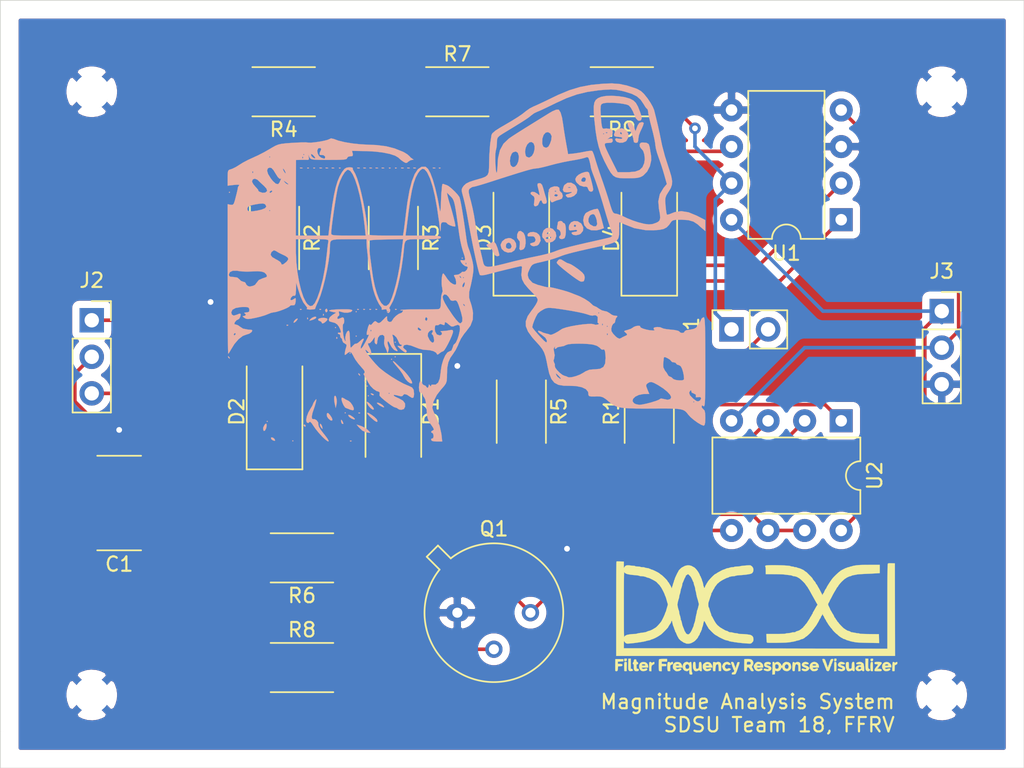
<source format=kicad_pcb>
(kicad_pcb (version 20171130) (host pcbnew "(5.1.10)-1")

  (general
    (thickness 1.6)
    (drawings 7)
    (tracks 92)
    (zones 0)
    (modules 26)
    (nets 19)
  )

  (page A4)
  (layers
    (0 F.Cu jumper)
    (31 B.Cu signal)
    (32 B.Adhes user hide)
    (33 F.Adhes user hide)
    (34 B.Paste user hide)
    (35 F.Paste user hide)
    (36 B.SilkS user)
    (37 F.SilkS user)
    (38 B.Mask user)
    (39 F.Mask user hide)
    (40 Dwgs.User user hide)
    (41 Cmts.User user hide)
    (42 Eco1.User user hide)
    (43 Eco2.User user hide)
    (44 Edge.Cuts user)
    (45 Margin user hide)
    (46 B.CrtYd user)
    (47 F.CrtYd user hide)
    (48 B.Fab user hide)
    (49 F.Fab user hide)
  )

  (setup
    (last_trace_width 0.25)
    (trace_clearance 0.2)
    (zone_clearance 0.508)
    (zone_45_only no)
    (trace_min 0.2)
    (via_size 0.8)
    (via_drill 0.4)
    (via_min_size 0.4)
    (via_min_drill 0.3)
    (uvia_size 0.3)
    (uvia_drill 0.1)
    (uvias_allowed no)
    (uvia_min_size 0.2)
    (uvia_min_drill 0.1)
    (edge_width 0.05)
    (segment_width 0.2)
    (pcb_text_width 0.3)
    (pcb_text_size 1.5 1.5)
    (mod_edge_width 0.12)
    (mod_text_size 1 1)
    (mod_text_width 0.15)
    (pad_size 1.524 1.524)
    (pad_drill 0.762)
    (pad_to_mask_clearance 0)
    (aux_axis_origin 0 0)
    (visible_elements 7FFFFFFF)
    (pcbplotparams
      (layerselection 0x010fc_ffffffff)
      (usegerberextensions false)
      (usegerberattributes true)
      (usegerberadvancedattributes true)
      (creategerberjobfile true)
      (excludeedgelayer true)
      (linewidth 0.100000)
      (plotframeref false)
      (viasonmask false)
      (mode 1)
      (useauxorigin false)
      (hpglpennumber 1)
      (hpglpenspeed 20)
      (hpglpendiameter 15.000000)
      (psnegative false)
      (psa4output false)
      (plotreference true)
      (plotvalue true)
      (plotinvisibletext false)
      (padsonsilk false)
      (subtractmaskfromsilk false)
      (outputformat 1)
      (mirror false)
      (drillshape 1)
      (scaleselection 1)
      (outputdirectory ""))
  )

  (net 0 "")
  (net 1 "Net-(C1-Pad1)")
  (net 2 GND)
  (net 3 "Net-(D1-Pad2)")
  (net 4 "Net-(D1-Pad1)")
  (net 5 "Net-(D3-Pad2)")
  (net 6 "Net-(D3-Pad1)")
  (net 7 "Net-(D4-Pad1)")
  (net 8 rect_out)
  (net 9 peak_in)
  (net 10 vin)
  (net 11 dis)
  (net 12 vout)
  (net 13 v-)
  (net 14 v+)
  (net 15 "Net-(Q1-Pad2)")
  (net 16 "Net-(Q1-Pad3)")
  (net 17 "Net-(R1-Pad1)")
  (net 18 "Net-(R4-Pad1)")

  (net_class Default "This is the default net class."
    (clearance 0.2)
    (trace_width 0.25)
    (via_dia 0.8)
    (via_drill 0.4)
    (uvia_dia 0.3)
    (uvia_drill 0.1)
    (add_net GND)
    (add_net "Net-(C1-Pad1)")
    (add_net "Net-(D1-Pad1)")
    (add_net "Net-(D1-Pad2)")
    (add_net "Net-(D3-Pad1)")
    (add_net "Net-(D3-Pad2)")
    (add_net "Net-(D4-Pad1)")
    (add_net "Net-(Q1-Pad2)")
    (add_net "Net-(Q1-Pad3)")
    (add_net "Net-(R1-Pad1)")
    (add_net "Net-(R4-Pad1)")
    (add_net dis)
    (add_net peak_in)
    (add_net rect_out)
    (add_net v+)
    (add_net v-)
    (add_net vin)
    (add_net vout)
  )

  (module Graphics:peak_large (layer B.Cu) (tedit 0) (tstamp 640CA384)
    (at 180.975 111.76 180)
    (fp_text reference G*** (at 0 0) (layer B.SilkS) hide
      (effects (font (size 1.524 1.524) (thickness 0.3)) (justify mirror))
    )
    (fp_text value LOGO (at 0.75 0) (layer B.SilkS) hide
      (effects (font (size 1.524 1.524) (thickness 0.3)) (justify mirror))
    )
    (fp_poly (pts (xy 9.500947 4.340461) (xy 9.647485 4.278196) (xy 9.908614 4.212212) (xy 10.23007 4.151473)
      (xy 10.557587 4.104946) (xy 10.8369 4.081594) (xy 11.013743 4.090383) (xy 11.014095 4.090474)
      (xy 11.163316 4.102474) (xy 11.439315 4.101446) (xy 11.800104 4.088208) (xy 12.130756 4.068747)
      (xy 12.550285 4.037332) (xy 12.849373 4.002184) (xy 13.07663 3.949793) (xy 13.280666 3.866648)
      (xy 13.51009 3.739238) (xy 13.673667 3.639904) (xy 14.05248 3.423332) (xy 14.472987 3.206818)
      (xy 14.839334 3.039337) (xy 15.189773 2.87892) (xy 15.534 2.696189) (xy 15.770667 2.548603)
      (xy 16.027621 2.38782) (xy 16.271062 2.269146) (xy 16.361834 2.238908) (xy 16.487747 2.198738)
      (xy 16.557465 2.126416) (xy 16.587552 1.979255) (xy 16.594573 1.714571) (xy 16.594667 1.638905)
      (xy 16.594667 1.094834) (xy 16.150167 1.146673) (xy 15.921084 1.163534) (xy 15.795395 1.152757)
      (xy 15.790334 1.128423) (xy 15.87388 1.004003) (xy 15.879722 0.973666) (xy 15.906732 0.8134)
      (xy 15.979002 0.507413) (xy 16.096528 0.054779) (xy 16.166878 -0.154644) (xy 16.252592 -0.23661)
      (xy 16.389012 -0.232129) (xy 16.594667 -0.192815) (xy 16.594667 -5.388074) (xy 16.594031 -6.308687)
      (xy 16.592198 -7.177199) (xy 16.58928 -7.979141) (xy 16.585388 -8.700041) (xy 16.580635 -9.32543)
      (xy 16.575133 -9.840838) (xy 16.568992 -10.231793) (xy 16.562326 -10.483825) (xy 16.555245 -10.582463)
      (xy 16.554508 -10.583334) (xy 16.493466 -10.516105) (xy 16.394283 -10.350279) (xy 16.372637 -10.309294)
      (xy 16.119896 -9.901667) (xy 15.832365 -9.569969) (xy 15.540512 -9.344558) (xy 15.320055 -9.260442)
      (xy 15.115353 -9.19587) (xy 16.031104 -9.19587) (xy 16.044334 -9.228667) (xy 16.120416 -9.309437)
      (xy 16.133997 -9.313334) (xy 16.170363 -9.247828) (xy 16.171334 -9.228667) (xy 16.106246 -9.147254)
      (xy 16.08167 -9.144) (xy 16.031104 -9.19587) (xy 15.115353 -9.19587) (xy 15.090679 -9.188087)
      (xy 14.932386 -9.075573) (xy 14.92192 -9.060835) (xy 14.880239 -8.964788) (xy 14.937303 -8.919911)
      (xy 15.125682 -8.905837) (xy 15.171013 -8.905071) (xy 15.523055 -8.838801) (xy 15.700168 -8.725833)
      (xy 15.881188 -8.598934) (xy 16.031603 -8.551334) (xy 16.128896 -8.525259) (xy 16.105194 -8.417991)
      (xy 16.086667 -8.382) (xy 15.969463 -8.247346) (xy 15.881896 -8.212667) (xy 15.784151 -8.142871)
      (xy 15.707863 -7.990854) (xy 15.689054 -7.842674) (xy 15.709153 -7.799959) (xy 15.803223 -7.806305)
      (xy 15.951721 -7.869748) (xy 16.169304 -7.933464) (xy 16.304286 -7.859132) (xy 16.340667 -7.702649)
      (xy 16.261743 -7.524219) (xy 16.03255 -7.40151) (xy 15.664455 -7.339775) (xy 15.543302 -7.334256)
      (xy 15.286472 -7.336053) (xy 15.153069 -7.369749) (xy 15.097775 -7.453173) (xy 15.085945 -7.514167)
      (xy 15.095801 -7.653433) (xy 15.210492 -7.705622) (xy 15.297612 -7.711351) (xy 15.433499 -7.72803)
      (xy 15.434165 -7.759195) (xy 15.4305 -7.76074) (xy 15.329887 -7.851966) (xy 15.373235 -7.937751)
      (xy 15.470506 -7.958667) (xy 15.554848 -7.973414) (xy 15.503988 -8.035348) (xy 15.434722 -8.08588)
      (xy 15.320809 -8.149) (xy 15.186842 -8.170763) (xy 14.985524 -8.151198) (xy 14.669558 -8.090334)
      (xy 14.650591 -8.086352) (xy 14.310964 -8.004406) (xy 14.004524 -7.912439) (xy 13.801579 -7.832139)
      (xy 13.576209 -7.741338) (xy 13.389072 -7.704667) (xy 13.217404 -7.67616) (xy 12.974555 -7.603547)
      (xy 12.710134 -7.506187) (xy 12.473753 -7.403439) (xy 12.315023 -7.314661) (xy 12.276667 -7.270581)
      (xy 12.20575 -7.222211) (xy 12.086167 -7.218832) (xy 11.954189 -7.205791) (xy 11.890893 -7.099458)
      (xy 11.868464 -6.942667) (xy 11.861249 -6.756203) (xy 11.895236 -6.711856) (xy 11.948897 -6.752167)
      (xy 12.101862 -6.844872) (xy 12.169579 -6.858) (xy 12.239054 -6.82554) (xy 12.199237 -6.702569)
      (xy 12.188486 -6.6821) (xy 12.069187 -6.560098) (xy 11.97384 -6.552443) (xy 11.903219 -6.543983)
      (xy 11.863512 -6.430894) (xy 11.846108 -6.184012) (xy 11.844518 -6.11451) (xy 11.835703 -5.630334)
      (xy 11.713341 -6.053667) (xy 11.530436 -6.604821) (xy 11.344216 -7.008484) (xy 11.162272 -7.251424)
      (xy 11.062716 -7.385603) (xy 11.096815 -7.454055) (xy 11.082959 -7.489465) (xy 10.93723 -7.510092)
      (xy 10.848664 -7.512243) (xy 10.637807 -7.50089) (xy 10.523277 -7.47248) (xy 10.515945 -7.460288)
      (xy 10.487289 -7.362216) (xy 10.403119 -7.159139) (xy 10.300437 -6.935075) (xy 10.14151 -6.53359)
      (xy 9.980146 -6.008964) (xy 9.826229 -5.406941) (xy 9.689642 -4.773266) (xy 9.580268 -4.153681)
      (xy 9.507988 -3.59393) (xy 9.482667 -3.149892) (xy 9.479308 -2.951622) (xy 9.452735 -2.810823)
      (xy 9.378205 -2.71766) (xy 9.377956 -2.717566) (xy 9.594785 -2.717566) (xy 9.597669 -2.78499)
      (xy 9.603723 -2.815167) (xy 9.631427 -2.994989) (xy 9.665465 -3.280624) (xy 9.697334 -3.598334)
      (xy 9.809687 -4.505635) (xy 9.974559 -5.386377) (xy 10.179142 -6.173205) (xy 10.199179 -6.237473)
      (xy 10.376221 -6.736009) (xy 10.542766 -7.071043) (xy 10.705 -7.247584) (xy 10.869108 -7.270639)
      (xy 11.041274 -7.145216) (xy 11.14781 -7.005588) (xy 11.328204 -6.648346) (xy 11.492615 -6.156795)
      (xy 11.634144 -5.565716) (xy 11.698432 -5.188417) (xy 13.857411 -5.188417) (xy 13.909051 -5.25707)
      (xy 14.089588 -5.32035) (xy 14.144181 -5.335305) (xy 14.428931 -5.459717) (xy 14.561822 -5.628111)
      (xy 14.693098 -5.797561) (xy 14.833272 -5.866317) (xy 14.989796 -5.899501) (xy 15.042575 -5.915137)
      (xy 15.121179 -5.899629) (xy 15.190742 -5.875275) (xy 15.307527 -5.770071) (xy 15.324667 -5.705942)
      (xy 15.395179 -5.610166) (xy 15.493283 -5.588) (xy 15.668672 -5.521408) (xy 15.767649 -5.418667)
      (xy 15.920803 -5.289649) (xy 16.184656 -5.249349) (xy 16.1917 -5.249334) (xy 16.404653 -5.233371)
      (xy 16.495198 -5.169177) (xy 16.51 -5.077272) (xy 16.437014 -4.910065) (xy 16.239593 -4.81856)
      (xy 15.950043 -4.81438) (xy 15.836399 -4.834906) (xy 15.594193 -4.865026) (xy 15.260197 -4.876261)
      (xy 14.944522 -4.867876) (xy 14.525411 -4.853364) (xy 14.239332 -4.873131) (xy 14.052193 -4.934184)
      (xy 13.929901 -5.043535) (xy 13.903818 -5.081864) (xy 13.857411 -5.188417) (xy 11.698432 -5.188417)
      (xy 11.745892 -4.909888) (xy 11.820962 -4.224093) (xy 11.830095 -4.026582) (xy 12.38342 -4.026582)
      (xy 12.476731 -4.161834) (xy 12.542087 -4.225801) (xy 12.737813 -4.375972) (xy 12.846905 -4.381304)
      (xy 12.871518 -4.296834) (xy 12.943298 -4.200259) (xy 13.121671 -4.080703) (xy 13.216715 -4.032741)
      (xy 13.495411 -3.869621) (xy 13.609511 -3.709362) (xy 13.563403 -3.543925) (xy 13.514323 -3.48737)
      (xy 13.379241 -3.395537) (xy 13.244998 -3.440075) (xy 13.227578 -3.452217) (xy 13.033902 -3.569)
      (xy 12.869334 -3.650326) (xy 12.565539 -3.795768) (xy 12.408295 -3.912873) (xy 12.38342 -4.026582)
      (xy 11.830095 -4.026582) (xy 11.852454 -3.543111) (xy 11.852993 -3.450167) (xy 11.853334 -2.624667)
      (xy 10.70872 -2.624667) (xy 10.249932 -2.625433) (xy 9.93481 -2.630681) (xy 9.737689 -2.644836)
      (xy 9.632903 -2.672323) (xy 9.594785 -2.717566) (xy 9.377956 -2.717566) (xy 9.230974 -2.662297)
      (xy 8.986299 -2.6349) (xy 8.619435 -2.625634) (xy 8.161275 -2.624667) (xy 6.942667 -2.624667)
      (xy 6.942193 -2.899834) (xy 6.927925 -3.147187) (xy 6.889606 -3.520401) (xy 6.83308 -3.978662)
      (xy 6.76419 -4.481156) (xy 6.688779 -4.98707) (xy 6.612691 -5.455591) (xy 6.541769 -5.845905)
      (xy 6.481858 -6.117199) (xy 6.481181 -6.119749) (xy 6.365259 -6.489926) (xy 6.226025 -6.838703)
      (xy 6.08342 -7.122791) (xy 5.957387 -7.2989) (xy 5.926496 -7.323773) (xy 5.880776 -7.430287)
      (xy 5.895581 -7.468865) (xy 5.879965 -7.524538) (xy 5.737166 -7.506129) (xy 5.578337 -7.489532)
      (xy 5.532968 -7.564742) (xy 5.534038 -7.590502) (xy 5.498087 -7.732089) (xy 5.402569 -7.75291)
      (xy 5.331399 -7.662334) (xy 5.418667 -7.662334) (xy 5.461 -7.704667) (xy 5.503334 -7.662334)
      (xy 5.461 -7.62) (xy 5.418667 -7.662334) (xy 5.331399 -7.662334) (xy 5.316093 -7.642855)
      (xy 5.310373 -7.623462) (xy 5.306821 -7.486737) (xy 5.347692 -7.450667) (xy 5.360712 -7.392101)
      (xy 5.285805 -7.248119) (xy 5.26502 -7.217834) (xy 5.103668 -6.915037) (xy 4.94031 -6.470934)
      (xy 4.781659 -5.913325) (xy 4.634426 -5.270012) (xy 4.505323 -4.568796) (xy 4.401061 -3.837479)
      (xy 4.360554 -3.471334) (xy 4.330496 -3.146629) (xy 4.297906 -2.917155) (xy 4.236434 -2.766514)
      (xy 4.119727 -2.678308) (xy 3.921435 -2.636139) (xy 3.615206 -2.62361) (xy 3.174689 -2.624321)
      (xy 2.999961 -2.624667) (xy 2.513611 -2.622233) (xy 2.428665 -2.620001) (xy 4.39992 -2.620001)
      (xy 4.441444 -2.939834) (xy 4.470985 -3.172045) (xy 4.513359 -3.510897) (xy 4.560898 -3.894947)
      (xy 4.576478 -4.021667) (xy 4.66158 -4.600974) (xy 4.772772 -5.188341) (xy 4.901872 -5.75288)
      (xy 5.040703 -6.2637) (xy 5.181084 -6.689912) (xy 5.314836 -7.000626) (xy 5.400402 -7.133167)
      (xy 5.57031 -7.263207) (xy 5.736645 -7.237675) (xy 5.920727 -7.057988) (xy 6.075629 -6.78724)
      (xy 6.228804 -6.386714) (xy 6.367889 -5.895631) (xy 6.48052 -5.353212) (xy 6.504191 -5.207)
      (xy 6.555572 -4.854775) (xy 6.612716 -4.440321) (xy 6.670685 -4.002352) (xy 6.724542 -3.579582)
      (xy 6.769348 -3.210728) (xy 6.800166 -2.934502) (xy 6.811964 -2.794) (xy 6.788675 -2.742612)
      (xy 6.699517 -2.705238) (xy 6.520751 -2.678911) (xy 6.228639 -2.660663) (xy 5.79944 -2.647529)
      (xy 5.607793 -2.6435) (xy 4.39992 -2.620001) (xy 2.428665 -2.620001) (xy 2.172607 -2.613273)
      (xy 1.953007 -2.5953) (xy 1.830873 -2.565823) (xy 1.782265 -2.522357) (xy 1.778 -2.497667)
      (xy 1.801361 -2.44724) (xy 1.887367 -2.411843) (xy 2.059898 -2.389006) (xy 2.342839 -2.376262)
      (xy 2.760071 -2.371142) (xy 3.006667 -2.370667) (xy 4.235335 -2.370667) (xy 4.191088 -2.053167)
      (xy 4.163468 -1.845226) (xy 4.121131 -1.514914) (xy 4.069882 -1.107943) (xy 4.016424 -0.677334)
      (xy 3.908282 0.1114) (xy 3.794684 0.750411) (xy 3.670197 1.259309) (xy 3.529386 1.657706)
      (xy 3.366817 1.965212) (xy 3.236335 2.137833) (xy 3.075583 2.265526) (xy 2.927909 2.24491)
      (xy 2.770369 2.069002) (xy 2.714212 1.978921) (xy 2.528841 1.587237) (xy 2.356896 1.060191)
      (xy 2.196716 0.3903) (xy 2.04664 -0.429914) (xy 1.905007 -1.407934) (xy 1.833167 -1.989667)
      (xy 1.814208 -2.078837) (xy 1.79891 -2.003919) (xy 1.790686 -1.8415) (xy 1.774746 -1.597914)
      (xy 1.730719 -1.479394) (xy 1.633927 -1.441707) (xy 1.566334 -1.439334) (xy 1.407176 -1.465498)
      (xy 1.354667 -1.515718) (xy 1.283726 -1.590263) (xy 1.118946 -1.671472) (xy 0.932395 -1.732106)
      (xy 0.796138 -1.744926) (xy 0.77519 -1.734745) (xy 0.778541 -1.640769) (xy 0.820738 -1.423092)
      (xy 0.892174 -1.120265) (xy 0.983241 -0.770839) (xy 1.084332 -0.413367) (xy 1.185839 -0.086399)
      (xy 1.18641 -0.084667) (xy 1.259392 0.165967) (xy 1.309787 0.370682) (xy 1.363339 0.614364)
      (xy 1.1057 0.356726) (xy 1.02513 0.273061) (xy 0.95922 0.187384) (xy 0.903341 0.079334)
      (xy 0.85286 -0.071448) (xy 0.803148 -0.285324) (xy 0.749573 -0.582651) (xy 0.687503 -0.983792)
      (xy 0.612307 -1.509105) (xy 0.519355 -2.178952) (xy 0.504582 -2.286) (xy 0.436675 -2.68953)
      (xy 0.348599 -3.093832) (xy 0.257789 -3.420219) (xy 0.244971 -3.457701) (xy 0.134765 -3.790721)
      (xy 0.092772 -3.99244) (xy 0.11933 -4.086695) (xy 0.214783 -4.097322) (xy 0.254 -4.088532)
      (xy 0.389327 -4.077193) (xy 0.423334 -4.104271) (xy 0.367924 -4.237034) (xy 0.240568 -4.385649)
      (xy 0.099572 -4.491676) (xy 0.020307 -4.508214) (xy -0.071782 -4.542014) (xy -0.084666 -4.596911)
      (xy -0.034477 -4.733552) (xy 0.077037 -4.85159) (xy 0.191291 -4.897405) (xy 0.226508 -4.881715)
      (xy 0.31082 -4.895265) (xy 0.379231 -4.9649) (xy 0.534306 -5.068159) (xy 0.706687 -5.101167)
      (xy 0.858661 -5.115977) (xy 0.867853 -5.176247) (xy 0.834388 -5.221795) (xy 0.754429 -5.394126)
      (xy 0.719972 -5.582868) (xy 0.72399 -5.748876) (xy 0.797092 -5.783886) (xy 0.930384 -5.744978)
      (xy 1.112943 -5.625315) (xy 1.302449 -5.418712) (xy 1.360717 -5.333265) (xy 1.493056 -5.134834)
      (xy 1.592639 -5.014248) (xy 1.618325 -4.997611) (xy 1.669815 -5.070428) (xy 1.708008 -5.256887)
      (xy 1.728743 -5.501545) (xy 1.727859 -5.748957) (xy 1.701194 -5.943679) (xy 1.691576 -5.973624)
      (xy 1.657001 -6.244091) (xy 1.693321 -6.349978) (xy 1.741288 -6.52205) (xy 1.77198 -6.790529)
      (xy 1.778 -6.973729) (xy 1.789022 -7.254745) (xy 1.829966 -7.407413) (xy 1.912647 -7.471744)
      (xy 1.926167 -7.475484) (xy 2.059932 -7.487485) (xy 2.329261 -7.496322) (xy 2.700404 -7.501399)
      (xy 3.139612 -7.502121) (xy 3.358378 -7.500799) (xy 3.7989 -7.501134) (xy 4.16882 -7.50924)
      (xy 4.440266 -7.523871) (xy 4.585369 -7.543782) (xy 4.601361 -7.556324) (xy 4.506198 -7.582932)
      (xy 4.470499 -7.567263) (xy 4.411725 -7.574916) (xy 4.419905 -7.629382) (xy 4.500175 -7.737152)
      (xy 4.536722 -7.749201) (xy 4.702921 -7.8115) (xy 4.90269 -7.954721) (xy 5.068241 -8.124139)
      (xy 5.126304 -8.225177) (xy 5.230159 -8.359817) (xy 5.372772 -8.374992) (xy 5.490731 -8.286274)
      (xy 5.523125 -8.127726) (xy 5.515427 -8.004348) (xy 5.548258 -7.984573) (xy 5.650284 -8.076112)
      (xy 5.76025 -8.1915) (xy 5.951168 -8.380512) (xy 6.076852 -8.453499) (xy 6.17981 -8.425069)
      (xy 6.252971 -8.360834) (xy 6.350262 -8.312097) (xy 6.458804 -8.391056) (xy 6.512636 -8.458139)
      (xy 6.630563 -8.5842) (xy 6.696632 -8.56812) (xy 6.707798 -8.542806) (xy 6.752215 -8.539983)
      (xy 6.816061 -8.67029) (xy 6.845595 -8.763) (xy 6.923622 -9.081574) (xy 6.933603 -9.251829)
      (xy 6.8757 -9.28043) (xy 6.858 -9.271) (xy 6.794952 -9.243453) (xy 6.786486 -9.284528)
      (xy 6.840518 -9.4172) (xy 6.964964 -9.664439) (xy 7.0485 -9.823852) (xy 7.185437 -10.060933)
      (xy 7.292038 -10.203226) (xy 7.347597 -10.223771) (xy 7.349947 -10.21631) (xy 7.33092 -10.05725)
      (xy 7.249444 -9.842171) (xy 7.237871 -9.819149) (xy 7.143611 -9.603545) (xy 7.151371 -9.52295)
      (xy 7.258673 -9.579132) (xy 7.396788 -9.705879) (xy 7.553719 -9.838637) (xy 7.660784 -9.885725)
      (xy 7.674127 -9.880096) (xy 7.757612 -9.899397) (xy 7.881694 -10.015434) (xy 7.996074 -10.135298)
      (xy 8.0508 -10.16) (xy 8.06248 -10.059442) (xy 8.079428 -9.844723) (xy 8.097872 -9.570773)
      (xy 8.114037 -9.292523) (xy 8.122048 -9.122834) (xy 8.160802 -8.99696) (xy 8.199077 -8.974667)
      (xy 8.295268 -9.048188) (xy 8.376528 -9.224592) (xy 8.419467 -9.437639) (xy 8.41281 -9.579978)
      (xy 8.389964 -9.713433) (xy 8.423033 -9.693324) (xy 8.470775 -9.620601) (xy 8.518785 -9.482169)
      (xy 8.5582 -9.260405) (xy 8.585514 -9.003623) (xy 8.597221 -8.760137) (xy 8.589814 -8.578264)
      (xy 8.559787 -8.506318) (xy 8.55145 -8.508928) (xy 8.511955 -8.461794) (xy 8.494905 -8.299609)
      (xy 8.494889 -8.293609) (xy 8.519369 -8.102414) (xy 8.612565 -8.052082) (xy 8.804111 -8.127361)
      (xy 8.8109 -8.130979) (xy 8.938168 -8.17467) (xy 8.974509 -8.100027) (xy 8.974667 -8.088646)
      (xy 8.926905 -7.974122) (xy 8.884295 -7.958667) (xy 8.83295 -7.892091) (xy 8.851732 -7.776526)
      (xy 8.874644 -7.648107) (xy 8.799051 -7.642721) (xy 8.751604 -7.661306) (xy 8.502557 -7.724844)
      (xy 8.242465 -7.72942) (xy 8.031695 -7.679958) (xy 7.93457 -7.594661) (xy 7.950801 -7.541876)
      (xy 8.064519 -7.509669) (xy 8.299436 -7.494874) (xy 8.679265 -7.49433) (xy 8.686041 -7.494412)
      (xy 9.108078 -7.507626) (xy 9.393336 -7.533789) (xy 9.533881 -7.570678) (xy 9.521782 -7.616068)
      (xy 9.349107 -7.667734) (xy 9.323096 -7.673081) (xy 9.051813 -7.727338) (xy 9.309573 -7.884091)
      (xy 9.497827 -8.045862) (xy 9.570287 -8.207987) (xy 9.52345 -8.332641) (xy 9.355667 -8.382)
      (xy 9.135787 -8.440916) (xy 8.97682 -8.54918) (xy 8.867516 -8.694302) (xy 8.780269 -8.868383)
      (xy 8.730766 -9.02481) (xy 8.734689 -9.116969) (xy 8.787135 -9.112914) (xy 8.905284 -9.115531)
      (xy 8.932776 -9.144717) (xy 8.921486 -9.210095) (xy 8.875127 -9.209598) (xy 8.786686 -9.256582)
      (xy 8.774759 -9.3345) (xy 8.749527 -9.459745) (xy 8.711259 -9.482667) (xy 8.649391 -9.553411)
      (xy 8.636 -9.646295) (xy 8.564141 -9.80166) (xy 8.460544 -9.86561) (xy 8.333323 -9.956633)
      (xy 8.339473 -10.061816) (xy 8.403675 -10.267985) (xy 8.446626 -10.476985) (xy 8.458217 -10.62845)
      (xy 8.440964 -10.668) (xy 8.350852 -10.615261) (xy 8.261697 -10.535602) (xy 8.12028 -10.449487)
      (xy 7.994358 -10.508352) (xy 7.866005 -10.72259) (xy 7.840759 -10.779623) (xy 7.718425 -10.992771)
      (xy 7.525945 -11.255543) (xy 7.37757 -11.43) (xy 7.15583 -11.684631) (xy 7.049203 -11.84208)
      (xy 7.048655 -11.920327) (xy 7.122327 -11.938) (xy 7.153528 -11.993413) (xy 7.080616 -12.1285)
      (xy 6.945097 -12.347706) (xy 6.826549 -12.579951) (xy 6.675443 -12.815847) (xy 6.465452 -13.028835)
      (xy 6.248544 -13.172859) (xy 6.117857 -13.208) (xy 6.031199 -13.265571) (xy 6.036775 -13.321511)
      (xy 6.042796 -13.474036) (xy 6.024667 -13.513175) (xy 5.898029 -13.647232) (xy 5.691924 -13.824524)
      (xy 5.450422 -14.011894) (xy 5.217591 -14.176183) (xy 5.037501 -14.284234) (xy 4.967414 -14.308667)
      (xy 4.819244 -14.356761) (xy 4.783667 -14.393334) (xy 4.666865 -14.459064) (xy 4.526283 -14.478)
      (xy 4.348748 -14.423155) (xy 4.267825 -14.265234) (xy 4.268809 -14.035311) (xy 4.409439 -13.845832)
      (xy 4.70357 -13.679601) (xy 4.757706 -13.657237) (xy 4.984681 -13.54762) (xy 5.070854 -13.468548)
      (xy 5.015033 -13.43821) (xy 4.816024 -13.474796) (xy 4.76876 -13.488705) (xy 4.551579 -13.540643)
      (xy 4.446579 -13.519679) (xy 4.423038 -13.480781) (xy 4.322166 -13.385222) (xy 4.139232 -13.426468)
      (xy 3.959756 -13.543894) (xy 3.781543 -13.653597) (xy 3.682022 -13.624102) (xy 3.643951 -13.444461)
      (xy 3.641963 -13.342056) (xy 3.642718 -13.335) (xy 5.334 -13.335) (xy 5.376334 -13.377334)
      (xy 5.418667 -13.335) (xy 5.376334 -13.292667) (xy 5.334 -13.335) (xy 3.642718 -13.335)
      (xy 3.669235 -13.087314) (xy 3.775363 -12.930626) (xy 4.001613 -12.817525) (xy 4.053126 -12.799352)
      (xy 4.377774 -12.65807) (xy 4.781697 -12.43892) (xy 5.214866 -12.173372) (xy 5.627254 -11.892896)
      (xy 5.968834 -11.628963) (xy 6.09652 -11.513928) (xy 6.343656 -11.256154) (xy 6.587693 -10.972826)
      (xy 6.801108 -10.699484) (xy 6.956379 -10.471672) (xy 7.025983 -10.324931) (xy 7.027334 -10.311909)
      (xy 6.979691 -10.317462) (xy 6.861073 -10.425831) (xy 6.818342 -10.472779) (xy 6.682785 -10.616857)
      (xy 6.623179 -10.63848) (xy 6.609678 -10.547405) (xy 6.609676 -10.541) (xy 6.651443 -10.340945)
      (xy 6.731 -10.16) (xy 6.833086 -9.951544) (xy 6.846017 -9.848114) (xy 6.781583 -9.858568)
      (xy 6.691415 -9.826021) (xy 6.560789 -9.686845) (xy 6.520822 -9.630732) (xy 6.404843 -9.463206)
      (xy 6.362062 -9.430207) (xy 6.373228 -9.524389) (xy 6.384753 -9.578812) (xy 6.381348 -9.797509)
      (xy 6.319724 -9.895994) (xy 6.240214 -9.929083) (xy 6.205291 -9.832449) (xy 6.19884 -9.723503)
      (xy 6.144007 -9.458829) (xy 6.014658 -9.297658) (xy 5.837379 -9.270141) (xy 5.807494 -9.279712)
      (xy 5.708411 -9.359294) (xy 5.695703 -9.520659) (xy 5.710912 -9.617649) (xy 5.724308 -9.857769)
      (xy 5.683525 -10.047347) (xy 5.681963 -10.050326) (xy 5.58298 -10.265484) (xy 5.54276 -10.371667)
      (xy 5.485158 -10.541) (xy 5.420216 -10.371667) (xy 5.401657 -10.162622) (xy 5.434657 -10.04973)
      (xy 5.486743 -9.851957) (xy 5.481659 -9.753396) (xy 5.438792 -9.707727) (xy 5.361549 -9.818241)
      (xy 5.31414 -9.920352) (xy 5.184191 -10.145518) (xy 5.0359 -10.304801) (xy 5.008067 -10.322519)
      (xy 4.829557 -10.403409) (xy 4.782733 -10.379303) (xy 4.863279 -10.244669) (xy 4.904955 -10.190365)
      (xy 5.025961 -9.966968) (xy 5.069143 -9.745865) (xy 5.085424 -9.511643) (xy 5.123882 -9.366984)
      (xy 5.154775 -9.259423) (xy 5.084381 -9.267541) (xy 5.014952 -9.302834) (xy 4.871016 -9.444225)
      (xy 4.75152 -9.665478) (xy 4.741291 -9.694463) (xy 4.659891 -9.874381) (xy 4.581008 -9.947895)
      (xy 4.565177 -9.944116) (xy 4.493489 -9.96066) (xy 4.487334 -9.995545) (xy 4.555346 -10.058559)
      (xy 4.677834 -10.046963) (xy 4.778044 -10.032073) (xy 4.767614 -10.078462) (xy 4.6376 -10.207118)
      (xy 4.591831 -10.248755) (xy 4.405221 -10.401589) (xy 4.263426 -10.48995) (xy 4.231998 -10.498667)
      (xy 4.152907 -10.449609) (xy 4.177706 -10.349631) (xy 4.275667 -10.275285) (xy 4.388135 -10.171866)
      (xy 4.402667 -10.114314) (xy 4.33525 -9.987858) (xy 4.146335 -9.954545) (xy 3.855921 -10.014505)
      (xy 3.609382 -10.109189) (xy 3.313254 -10.222185) (xy 3.042719 -10.295449) (xy 2.901966 -10.311891)
      (xy 2.571266 -10.332507) (xy 2.291981 -10.402713) (xy 2.112804 -10.507952) (xy 2.079641 -10.557699)
      (xy 2.02688 -10.64431) (xy 1.942382 -10.610389) (xy 1.875402 -10.552525) (xy 1.718852 -10.444295)
      (xy 1.624472 -10.414) (xy 1.545221 -10.342648) (xy 1.423836 -10.157041) (xy 1.281794 -9.899854)
      (xy 1.157722 -9.648499) (xy 2.24778 -9.648499) (xy 2.266663 -9.772451) (xy 2.272371 -9.779482)
      (xy 2.378687 -9.814888) (xy 2.505878 -9.70663) (xy 2.572596 -9.612646) (xy 2.693944 -9.355368)
      (xy 2.671084 -9.149523) (xy 2.575508 -9.02227) (xy 2.446488 -8.9427) (xy 3.132667 -8.9427)
      (xy 3.201812 -8.971135) (xy 3.259667 -8.974667) (xy 6.604 -8.974667) (xy 6.634978 -9.044357)
      (xy 6.660445 -9.031111) (xy 6.670578 -8.930632) (xy 6.660445 -8.918222) (xy 6.61011 -8.929845)
      (xy 6.604 -8.974667) (xy 3.259667 -8.974667) (xy 3.369469 -8.906111) (xy 3.386667 -8.8373)
      (xy 3.364398 -8.747456) (xy 3.271975 -8.795247) (xy 3.259667 -8.805334) (xy 3.154442 -8.906784)
      (xy 3.132667 -8.9427) (xy 2.446488 -8.9427) (xy 2.437492 -8.937152) (xy 2.341467 -8.952634)
      (xy 2.336661 -9.047164) (xy 2.376923 -9.109205) (xy 2.424518 -9.208822) (xy 2.390643 -9.228667)
      (xy 2.326082 -9.300638) (xy 2.273024 -9.465905) (xy 2.24778 -9.648499) (xy 1.157722 -9.648499)
      (xy 1.140575 -9.613763) (xy 1.021659 -9.341444) (xy 0.946524 -9.125571) (xy 0.931334 -9.036848)
      (xy 0.962949 -8.935419) (xy 1.087818 -8.928215) (xy 1.162653 -8.944832) (xy 1.429575 -8.989088)
      (xy 1.649486 -9.002889) (xy 1.794421 -9.012274) (xy 1.807237 -9.03517) (xy 1.799167 -9.038167)
      (xy 1.701147 -9.132099) (xy 1.719225 -9.251434) (xy 1.839365 -9.313231) (xy 1.845734 -9.313334)
      (xy 2.059432 -9.242405) (xy 2.178462 -9.036714) (xy 2.201334 -8.833391) (xy 2.180573 -8.64307)
      (xy 2.110324 -8.594532) (xy 2.082898 -8.602096) (xy 1.945887 -8.592489) (xy 1.908426 -8.556877)
      (xy 1.804132 -8.510323) (xy 1.688195 -8.554083) (xy 1.547496 -8.595804) (xy 1.507739 -8.504761)
      (xy 1.513974 -8.4455) (xy 1.481677 -8.383775) (xy 1.356998 -8.443892) (xy 1.212263 -8.565804)
      (xy 1.05599 -8.686371) (xy 0.923001 -8.69083) (xy 0.812713 -8.640485) (xy 0.599338 -8.569783)
      (xy 0.479565 -8.638245) (xy 0.451403 -8.847931) (xy 0.469254 -8.995899) (xy 0.538279 -9.299331)
      (xy 0.632176 -9.58162) (xy 0.732712 -9.797668) (xy 0.821653 -9.902378) (xy 0.83722 -9.906)
      (xy 0.902937 -9.979134) (xy 0.960056 -10.155505) (xy 0.960967 -10.16) (xy 1.043894 -10.359186)
      (xy 1.173281 -10.414) (xy 1.32392 -10.492305) (xy 1.475932 -10.703407) (xy 1.614066 -11.011587)
      (xy 1.723071 -11.381128) (xy 1.787696 -11.776311) (xy 1.794833 -11.869708) (xy 1.853599 -12.30369)
      (xy 1.968975 -12.59054) (xy 2.137683 -12.72462) (xy 2.290811 -12.723274) (xy 2.428932 -12.732151)
      (xy 2.45663 -12.795959) (xy 2.475753 -12.861133) (xy 2.54 -12.784667) (xy 2.605614 -12.706832)
      (xy 2.623097 -12.786853) (xy 2.62337 -12.805834) (xy 2.66444 -12.93152) (xy 2.709334 -12.954)
      (xy 2.79154 -12.889571) (xy 2.794 -12.869334) (xy 2.862161 -12.793276) (xy 2.915295 -12.784667)
      (xy 3.035784 -12.714118) (xy 3.090724 -12.614104) (xy 3.160663 -12.487335) (xy 3.22891 -12.508523)
      (xy 3.280881 -12.656784) (xy 3.301993 -12.911235) (xy 3.302 -12.916664) (xy 3.284948 -13.165969)
      (xy 3.227114 -13.278414) (xy 3.175 -13.292667) (xy 3.062633 -13.355113) (xy 3.048 -13.4093)
      (xy 2.988377 -13.56088) (xy 2.932904 -13.621454) (xy 2.86353 -13.764749) (xy 2.808067 -14.056396)
      (xy 2.77313 -14.433116) (xy 2.743196 -14.804918) (xy 2.698552 -15.062619) (xy 2.623218 -15.261451)
      (xy 2.501219 -15.45664) (xy 2.460974 -15.512129) (xy 2.312345 -15.729457) (xy 2.266312 -15.849032)
      (xy 2.312836 -15.89954) (xy 2.324415 -15.902375) (xy 2.433258 -15.967108) (xy 2.448262 -16.051699)
      (xy 2.370667 -16.086667) (xy 2.307561 -16.159273) (xy 2.286 -16.30333) (xy 2.312876 -16.447381)
      (xy 2.370667 -16.467667) (xy 2.44315 -16.486861) (xy 2.455334 -16.547337) (xy 2.410913 -16.632913)
      (xy 2.255352 -16.672648) (xy 2.070129 -16.679334) (xy 1.684925 -16.679334) (xy 1.743124 -16.150167)
      (xy 1.869265 -15.581721) (xy 2.085995 -15.051614) (xy 2.224789 -14.754668) (xy 2.325978 -14.501296)
      (xy 2.369738 -14.341695) (xy 2.370195 -14.331947) (xy 2.289604 -13.898581) (xy 2.058031 -13.441181)
      (xy 1.772631 -13.075071) (xy 1.557914 -12.831636) (xy 1.433186 -12.652633) (xy 1.374009 -12.477674)
      (xy 1.355942 -12.246376) (xy 1.354667 -12.042378) (xy 1.334215 -11.55655) (xy 1.262697 -11.18347)
      (xy 1.124871 -10.870382) (xy 0.939818 -10.60656) (xy 0.751631 -10.320731) (xy 0.585406 -9.984002)
      (xy 0.539268 -9.862011) (xy 0.3853 -9.533381) (xy 0.156064 -9.190836) (xy 0.035713 -9.048159)
      (xy -0.27824 -8.63126) (xy -0.437875 -8.209957) (xy -0.442146 -8.093201) (xy 0.285828 -8.093201)
      (xy 0.292206 -8.34276) (xy 0.395144 -8.458536) (xy 0.452435 -8.466667) (xy 0.551136 -8.400924)
      (xy 0.713019 -8.225314) (xy 0.755703 -8.170334) (xy 2.709334 -8.170334) (xy 2.755051 -8.283005)
      (xy 2.794 -8.297334) (xy 2.869115 -8.228757) (xy 2.878667 -8.170334) (xy 2.832949 -8.057662)
      (xy 2.794 -8.043334) (xy 2.718886 -8.11191) (xy 2.709334 -8.170334) (xy 0.755703 -8.170334)
      (xy 0.909477 -7.972266) (xy 0.993947 -7.852834) (xy 1.296319 -7.400112) (xy 1.500722 -7.059667)
      (xy 1.616516 -6.812802) (xy 1.65306 -6.640821) (xy 1.639748 -6.562874) (xy 1.536978 -6.456852)
      (xy 1.392319 -6.484435) (xy 1.246931 -6.631657) (xy 1.202331 -6.711274) (xy 1.092788 -6.873723)
      (xy 0.952734 -6.905169) (xy 0.88631 -6.892093) (xy 0.781983 -6.873679) (xy 0.702456 -6.897334)
      (xy 0.631387 -6.989406) (xy 0.552431 -7.176245) (xy 0.449245 -7.484203) (xy 0.376441 -7.714122)
      (xy 0.285828 -8.093201) (xy -0.442146 -8.093201) (xy -0.45484 -7.746255) (xy -0.425155 -7.544942)
      (xy -0.364236 -7.275821) (xy 0.105425 -7.275821) (xy 0.117007 -7.281334) (xy 0.194272 -7.22173)
      (xy 0.211667 -7.196667) (xy 0.233242 -7.117513) (xy 0.22166 -7.112) (xy 0.144395 -7.171604)
      (xy 0.127 -7.196667) (xy 0.105425 -7.275821) (xy -0.364236 -7.275821) (xy -0.360827 -7.260765)
      (xy -0.289733 -7.026014) (xy -0.255759 -6.945954) (xy -0.17935 -6.662167) (xy -0.188493 -6.302025)
      (xy -0.245296 -6.045134) (xy -0.298549 -5.836279) (xy -0.339763 -5.642592) (xy 0.113976 -5.642592)
      (xy 0.137281 -5.813082) (xy 0.139984 -5.823579) (xy 0.204808 -5.949781) (xy 0.263855 -5.96291)
      (xy 0.288696 -5.861852) (xy 0.247369 -5.744944) (xy 0.155514 -5.616333) (xy 0.113976 -5.642592)
      (xy -0.339763 -5.642592) (xy -0.364094 -5.528248) (xy -0.408378 -5.291667) (xy 0.169334 -5.291667)
      (xy 0.211667 -5.334) (xy 0.217179 -5.328488) (xy 0.359425 -5.328488) (xy 0.371007 -5.334)
      (xy 0.448272 -5.274397) (xy 0.465667 -5.249334) (xy 0.487242 -5.170179) (xy 0.47566 -5.164667)
      (xy 0.398395 -5.22427) (xy 0.381 -5.249334) (xy 0.359425 -5.328488) (xy 0.217179 -5.328488)
      (xy 0.254 -5.291667) (xy 0.211667 -5.249334) (xy 0.169334 -5.291667) (xy -0.408378 -5.291667)
      (xy -0.425414 -5.200656) (xy -0.477573 -4.840362) (xy -0.483304 -4.55541) (xy -0.448355 -4.318)
      (xy 0 -4.318) (xy 0.030978 -4.38769) (xy 0.056445 -4.374445) (xy 0.066578 -4.273965)
      (xy 0.056445 -4.261556) (xy 0.00611 -4.273178) (xy 0 -4.318) (xy -0.448355 -4.318)
      (xy -0.439438 -4.257429) (xy -0.382936 -4.015323) (xy -0.297402 -3.698136) (xy -0.21401 -3.429789)
      (xy -0.15079 -3.268285) (xy -0.1507 -3.268116) (xy -0.093491 -3.099374) (xy -0.033779 -2.828711)
      (xy 0.004571 -2.590782) (xy 0.105529 -1.865339) (xy 0.202375 -1.21329) (xy 0.292016 -0.652964)
      (xy 0.371363 -0.202691) (xy 0.437327 0.119198) (xy 0.486815 0.294375) (xy 0.493326 0.30817)
      (xy 0.615666 0.475797) (xy 0.807214 0.683112) (xy 1.024056 0.888674) (xy 1.222277 1.05104)
      (xy 1.357963 1.128765) (xy 1.364153 1.129991) (xy 1.545443 1.190805) (xy 1.5875 1.213877)
      (xy 1.668947 1.21089) (xy 1.702384 1.057356) (xy 1.7031 1.042163) (xy 1.716907 0.837196)
      (xy 1.732537 0.719666) (xy 1.74387 0.601716) (xy 1.757502 0.358057) (xy 1.771163 0.032252)
      (xy 1.776634 -0.127) (xy 1.790648 -0.433006) (xy 1.808407 -0.634348) (xy 1.82715 -0.706089)
      (xy 1.837585 -0.677334) (xy 2.000002 0.182417) (xy 2.167671 0.914579) (xy 2.337915 1.51102)
      (xy 2.508056 1.963609) (xy 2.675416 2.264215) (xy 2.837317 2.404708) (xy 2.854369 2.409961)
      (xy 3.127642 2.40254) (xy 3.374247 2.23537) (xy 3.594786 1.907046) (xy 3.789862 1.416161)
      (xy 3.960078 0.761309) (xy 4.106037 -0.058916) (xy 4.191317 -0.708193) (xy 4.243673 -1.150256)
      (xy 4.293332 -1.554744) (xy 4.335014 -1.879594) (xy 4.363439 -2.082745) (xy 4.365472 -2.0955)
      (xy 4.41034 -2.370667) (xy 5.63417 -2.370667) (xy 7.007607 -2.370667) (xy 8.202803 -2.370667)
      (xy 8.67487 -2.369207) (xy 9.003401 -2.362533) (xy 9.214189 -2.347204) (xy 9.333022 -2.319778)
      (xy 9.38569 -2.276815) (xy 9.397983 -2.214872) (xy 9.398 -2.211186) (xy 9.384345 -1.998287)
      (xy 9.347174 -1.657292) (xy 9.292178 -1.226901) (xy 9.225048 -0.745813) (xy 9.151476 -0.252728)
      (xy 9.077153 0.213654) (xy 9.007769 0.614634) (xy 8.949017 0.911512) (xy 8.923409 1.016)
      (xy 8.788951 1.409174) (xy 8.627396 1.755604) (xy 8.45816 2.022354) (xy 8.300658 2.176486)
      (xy 8.224688 2.201333) (xy 8.068412 2.119766) (xy 7.905565 1.886662) (xy 7.741192 1.519422)
      (xy 7.580337 1.035442) (xy 7.428044 0.452123) (xy 7.289358 -0.213138) (xy 7.169321 -0.942942)
      (xy 7.072979 -1.71989) (xy 7.064876 -1.799167) (xy 7.007607 -2.370667) (xy 5.63417 -2.370667)
      (xy 6.143341 -2.366803) (xy 6.501828 -2.354147) (xy 6.728127 -2.331104) (xy 6.840735 -2.296082)
      (xy 6.861798 -2.264834) (xy 6.897598 -1.764418) (xy 6.96778 -1.194386) (xy 7.065505 -0.586243)
      (xy 7.183937 0.028506) (xy 7.316236 0.618355) (xy 7.455564 1.151799) (xy 7.595084 1.597332)
      (xy 7.727957 1.923449) (xy 7.796477 2.041557) (xy 7.88966 2.20845) (xy 7.902516 2.313328)
      (xy 7.899721 2.316724) (xy 7.936077 2.352054) (xy 8.094825 2.370075) (xy 8.137304 2.370666)
      (xy 8.330342 2.349076) (xy 8.475614 2.258791) (xy 8.628959 2.06154) (xy 8.662304 2.010833)
      (xy 8.823091 1.723142) (xy 8.964197 1.377546) (xy 9.090327 0.954094) (xy 9.206183 0.432833)
      (xy 9.316469 -0.20619) (xy 9.425889 -0.982927) (xy 9.490622 -1.502834) (xy 9.594716 -2.370667)
      (xy 11.856534 -2.370667) (xy 11.852786 -0.635) (xy 13.631334 -0.635) (xy 13.673667 -0.677334)
      (xy 13.716 -0.635) (xy 13.673667 -0.592667) (xy 13.631334 -0.635) (xy 11.852786 -0.635)
      (xy 11.852181 -0.354686) (xy 13.904795 -0.354686) (xy 14.00047 -0.47334) (xy 14.262231 -0.576213)
      (xy 14.545149 -0.639459) (xy 14.895913 -0.692041) (xy 15.109665 -0.688239) (xy 15.210989 -0.622273)
      (xy 15.224467 -0.488363) (xy 15.22331 -0.480016) (xy 15.179561 -0.377118) (xy 15.059754 -0.302348)
      (xy 14.827282 -0.238065) (xy 14.647334 -0.202487) (xy 14.33493 -0.15194) (xy 14.141837 -0.144158)
      (xy 14.023237 -0.180245) (xy 13.973629 -0.21909) (xy 13.904795 -0.354686) (xy 11.852181 -0.354686)
      (xy 11.850866 0.254) (xy 11.849883 0.709834) (xy 13.49077 0.709834) (xy 13.504334 0.677333)
      (xy 13.616493 0.595827) (xy 13.641327 0.592666) (xy 13.68723 0.644832) (xy 13.673667 0.677333)
      (xy 13.59406 0.735184) (xy 13.850095 0.735184) (xy 13.854226 0.720944) (xy 13.972163 0.619201)
      (xy 14.171017 0.600207) (xy 14.380942 0.66961) (xy 14.393334 0.677333) (xy 14.473291 0.745731)
      (xy 14.463346 0.760703) (xy 14.480544 0.813557) (xy 14.591268 0.944884) (xy 14.653846 1.009487)
      (xy 14.810716 1.197406) (xy 14.896108 1.360102) (xy 14.901334 1.393144) (xy 14.840423 1.539289)
      (xy 14.695609 1.580624) (xy 14.523767 1.506437) (xy 14.485893 1.471377) (xy 14.321032 1.309987)
      (xy 14.109593 1.116188) (xy 14.069466 1.080777) (xy 13.895911 0.887776) (xy 13.850095 0.735184)
      (xy 13.59406 0.735184) (xy 13.561508 0.758839) (xy 13.536673 0.762) (xy 13.49077 0.709834)
      (xy 11.849883 0.709834) (xy 11.848804 1.209291) (xy 12.368389 1.209291) (xy 12.396217 1.186482)
      (xy 12.421522 1.185333) (xy 12.539494 1.245316) (xy 12.626133 1.3335) (xy 12.698278 1.432524)
      (xy 12.658277 1.418617) (xy 12.573 1.357458) (xy 12.430268 1.253454) (xy 12.368389 1.209291)
      (xy 11.848804 1.209291) (xy 11.847989 1.587043) (xy 12.876881 1.587043) (xy 12.88553 1.558248)
      (xy 12.948999 1.416775) (xy 12.980621 1.3335) (xy 13.083602 1.201221) (xy 13.240111 1.227898)
      (xy 13.447915 1.412595) (xy 13.587926 1.5875) (xy 13.783996 1.904136) (xy 13.821358 2.032)
      (xy 14.816667 2.032) (xy 14.847645 1.96231) (xy 14.873111 1.975555) (xy 14.883244 2.076035)
      (xy 14.873111 2.088444) (xy 14.822777 2.076822) (xy 14.816667 2.032) (xy 13.821358 2.032)
      (xy 13.854636 2.145883) (xy 13.798435 2.300182) (xy 13.673667 2.350772) (xy 13.544901 2.319664)
      (xy 13.408508 2.174258) (xy 13.269444 1.944879) (xy 13.113786 1.698782) (xy 12.990426 1.578695)
      (xy 12.938863 1.575689) (xy 12.876881 1.587043) (xy 11.847989 1.587043) (xy 11.847128 1.985761)
      (xy 12.560831 1.985761) (xy 12.567042 1.947333) (xy 12.635042 2.012236) (xy 12.7 2.116666)
      (xy 12.754502 2.247572) (xy 12.748291 2.286) (xy 12.680292 2.221097) (xy 12.615334 2.116666)
      (xy 12.560831 1.985761) (xy 11.847128 1.985761) (xy 11.845199 2.878667) (xy 11.489433 2.888698)
      (xy 11.23866 2.891537) (xy 11.051666 2.886268) (xy 11.020409 2.883282) (xy 10.944246 2.926343)
      (xy 10.955852 3.048) (xy 11.345334 3.048) (xy 11.376312 2.97831) (xy 11.401778 2.991555)
      (xy 11.411739 3.090333) (xy 13.631334 3.090333) (xy 13.673667 3.048) (xy 13.716 3.090333)
      (xy 13.673667 3.132666) (xy 13.631334 3.090333) (xy 11.411739 3.090333) (xy 11.411911 3.092035)
      (xy 11.401778 3.104444) (xy 11.351444 3.092822) (xy 11.345334 3.048) (xy 10.955852 3.048)
      (xy 10.957355 3.06375) (xy 11.007559 3.259666) (xy 11.260667 3.259666) (xy 11.303 3.217333)
      (xy 11.345334 3.259666) (xy 11.303 3.302) (xy 11.260667 3.259666) (xy 11.007559 3.259666)
      (xy 10.910758 3.071968) (xy 10.865893 2.999488) (xy 10.800218 2.948538) (xy 10.686361 2.915317)
      (xy 10.496951 2.896023) (xy 10.204614 2.886856) (xy 9.781979 2.884015) (xy 9.555645 2.883792)
      (xy 9.05992 2.886039) (xy 8.710104 2.894753) (xy 8.482825 2.912241) (xy 8.354712 2.940811)
      (xy 8.30239 2.982769) (xy 8.297334 3.007991) (xy 8.235805 3.090333) (xy 9.821334 3.090333)
      (xy 9.83244 2.991356) (xy 9.897696 2.973347) (xy 10.023212 3.014371) (xy 10.498667 3.014371)
      (xy 10.549064 2.987406) (xy 10.657374 3.040177) (xy 10.759277 3.135234) (xy 10.785797 3.181546)
      (xy 10.802466 3.287335) (xy 10.786295 3.302) (xy 10.692191 3.246376) (xy 10.572069 3.129292)
      (xy 10.500605 3.025423) (xy 10.498667 3.014371) (xy 10.023212 3.014371) (xy 10.065006 3.028031)
      (xy 10.101652 3.041911) (xy 10.248553 3.15995) (xy 10.342328 3.345695) (xy 10.367524 3.538562)
      (xy 10.308689 3.67797) (xy 10.269836 3.701302) (xy 10.125623 3.709246) (xy 10.096155 3.609823)
      (xy 10.127975 3.540466) (xy 10.200062 3.378659) (xy 10.209742 3.256893) (xy 10.17329 3.229985)
      (xy 9.949693 3.220941) (xy 9.830648 3.135007) (xy 9.821334 3.090333) (xy 8.235805 3.090333)
      (xy 8.223065 3.107381) (xy 8.076488 3.132666) (xy 7.919729 3.155354) (xy 7.88926 3.252967)
      (xy 7.903479 3.323166) (xy 7.951315 3.513666) (xy 6.917824 3.493243) (xy 6.328506 3.461433)
      (xy 5.785581 3.394042) (xy 5.31822 3.297398) (xy 4.955592 3.177827) (xy 4.726869 3.041653)
      (xy 4.699 3.012057) (xy 4.568901 2.892172) (xy 4.39345 2.764564) (xy 4.229669 2.673663)
      (xy 4.131429 2.684087) (xy 4.065583 2.749759) (xy 3.895644 2.860153) (xy 3.778467 2.885351)
      (xy 3.671161 2.902405) (xy 3.725334 2.941064) (xy 3.877933 3.048353) (xy 3.959152 3.140599)
      (xy 4.099668 3.26717) (xy 4.326699 3.407471) (xy 4.424819 3.456188) (xy 5.002292 3.685153)
      (xy 5.587407 3.834579) (xy 6.237189 3.916203) (xy 6.773334 3.939511) (xy 7.350109 3.968447)
      (xy 7.925751 4.030234) (xy 8.457591 4.117915) (xy 8.90296 4.224536) (xy 9.204614 4.335805)
      (xy 9.406856 4.382771) (xy 9.500947 4.340461)) (layer B.SilkS) (width 0.01))
    (fp_poly (pts (xy 8.099778 -16.622889) (xy 8.088156 -16.673223) (xy 8.043334 -16.679334) (xy 7.973643 -16.648355)
      (xy 7.986889 -16.622889) (xy 8.087369 -16.612756) (xy 8.099778 -16.622889)) (layer B.SilkS) (width 0.01))
    (fp_poly (pts (xy 10.532724 -13.843) (xy 10.633395 -13.998808) (xy 10.665307 -14.08393) (xy 10.711762 -14.197289)
      (xy 10.820378 -14.372806) (xy 10.825581 -14.380263) (xy 10.987147 -14.66111) (xy 11.095933 -14.948189)
      (xy 11.138489 -15.193284) (xy 11.101363 -15.34818) (xy 11.096946 -15.352921) (xy 10.993152 -15.401864)
      (xy 10.930012 -15.337631) (xy 10.859642 -15.306585) (xy 10.753355 -15.410496) (xy 10.66107 -15.550005)
      (xy 10.478827 -15.812888) (xy 10.253691 -16.089458) (xy 10.017561 -16.346054) (xy 9.802338 -16.549019)
      (xy 9.639921 -16.664694) (xy 9.590753 -16.679334) (xy 9.578307 -16.621243) (xy 9.67065 -16.460133)
      (xy 9.855942 -16.215749) (xy 9.902933 -16.158831) (xy 10.127607 -15.866888) (xy 10.261364 -15.642483)
      (xy 10.289219 -15.511586) (xy 10.302161 -15.3555) (xy 10.410097 -15.205174) (xy 10.557457 -15.122537)
      (xy 10.633622 -15.127768) (xy 10.727663 -15.105236) (xy 10.749039 -14.953188) (xy 10.697779 -14.695047)
      (xy 10.632883 -14.50088) (xy 10.537845 -14.219572) (xy 10.463935 -13.954053) (xy 10.457966 -13.927667)
      (xy 10.426348 -13.760561) (xy 10.44864 -13.74118) (xy 10.532724 -13.843)) (layer B.SilkS) (width 0.01))
    (fp_poly (pts (xy 12.107334 -16.637) (xy 12.065 -16.679334) (xy 12.022667 -16.637) (xy 12.065 -16.594667)
      (xy 12.107334 -16.637)) (layer B.SilkS) (width 0.01))
    (fp_poly (pts (xy 13.583834 -16.416974) (xy 13.561274 -16.515902) (xy 13.464372 -16.593398) (xy 13.333229 -16.636048)
      (xy 13.292667 -16.608013) (xy 13.346278 -16.48905) (xy 13.460582 -16.403925) (xy 13.565779 -16.398433)
      (xy 13.583834 -16.416974)) (layer B.SilkS) (width 0.01))
    (fp_poly (pts (xy 7.480072 -15.689896) (xy 7.230248 -15.927818) (xy 6.969064 -16.040049) (xy 6.868796 -16.055826)
      (xy 6.667924 -16.077326) (xy 6.849615 -15.883926) (xy 7.058802 -15.724829) (xy 7.318508 -15.602552)
      (xy 7.333891 -15.597659) (xy 7.636478 -15.504793) (xy 7.480072 -15.689896)) (layer B.SilkS) (width 0.01))
    (fp_poly (pts (xy 13.952608 -15.44492) (xy 14.019642 -15.507356) (xy 14.117102 -15.695241) (xy 14.125475 -15.82714)
      (xy 14.086349 -15.951085) (xy 14.01066 -15.924527) (xy 13.991167 -15.905708) (xy 13.908433 -15.741625)
      (xy 13.885334 -15.585924) (xy 13.896373 -15.441061) (xy 13.952608 -15.44492)) (layer B.SilkS) (width 0.01))
    (fp_poly (pts (xy 10.18022 -15.45822) (xy 10.17437 -15.580546) (xy 10.110159 -15.701616) (xy 10.023124 -15.796693)
      (xy 9.996618 -15.785349) (xy 10.034244 -15.619139) (xy 10.101395 -15.486874) (xy 10.166292 -15.445177)
      (xy 10.18022 -15.45822)) (layer B.SilkS) (width 0.01))
    (fp_poly (pts (xy 11.31623 -15.54587) (xy 11.303 -15.578667) (xy 11.226918 -15.659437) (xy 11.213337 -15.663334)
      (xy 11.176971 -15.597828) (xy 11.176 -15.578667) (xy 11.241088 -15.497254) (xy 11.265664 -15.494)
      (xy 11.31623 -15.54587)) (layer B.SilkS) (width 0.01))
    (fp_poly (pts (xy -9.531625 8.183468) (xy -8.665406 8.0995) (xy -7.891149 7.952457) (xy -7.146151 7.725544)
      (xy -6.367715 7.401967) (xy -6.053666 7.251926) (xy -5.633609 7.047431) (xy -5.243537 6.861369)
      (xy -4.920335 6.711067) (xy -4.700888 6.613852) (xy -4.661263 6.597809) (xy -4.395196 6.461268)
      (xy -4.134494 6.278238) (xy -4.11093 6.258096) (xy -3.879506 6.074382) (xy -3.562795 5.857805)
      (xy -3.140771 5.595572) (xy -2.593412 5.274888) (xy -2.391476 5.159519) (xy -2.017101 4.924206)
      (xy -1.798559 4.733195) (xy -1.740284 4.627651) (xy -1.643732 3.989996) (xy -1.587971 3.222954)
      (xy -1.573732 2.72282) (xy -1.566069 2.311401) (xy -1.539952 2.0304) (xy -1.468008 1.844988)
      (xy -1.322861 1.720336) (xy -1.077138 1.621614) (xy -0.703463 1.513991) (xy -0.601391 1.485668)
      (xy -0.222083 1.363493) (xy 0.028741 1.237864) (xy 0.191076 1.088354) (xy 0.200397 1.076147)
      (xy 0.292989 0.941483) (xy 0.332042 0.822987) (xy 0.319576 0.666587) (xy 0.25761 0.418208)
      (xy 0.228839 0.3147) (xy 0.14354 -0.024739) (xy 0.049753 -0.45093) (xy -0.035013 -0.883302)
      (xy -0.051133 -0.973667) (xy -0.172256 -1.649509) (xy -0.298693 -2.321756) (xy -0.42584 -2.968824)
      (xy -0.549097 -3.56913) (xy -0.663861 -4.10109) (xy -0.765529 -4.54312) (xy -0.849501 -4.873635)
      (xy -0.911174 -5.071052) (xy -0.934223 -5.115392) (xy -1.060457 -5.139113) (xy -1.308659 -5.103897)
      (xy -1.500125 -5.056372) (xy -1.829715 -4.968356) (xy -2.273391 -4.855485) (xy -2.780106 -4.73039)
      (xy -3.298814 -4.605704) (xy -3.700326 -4.51193) (xy -3.821172 -4.499432) (xy -3.860405 -4.56729)
      (xy -3.840239 -4.757058) (xy -3.838182 -4.7698) (xy -3.810409 -5.119434) (xy -3.864533 -5.420362)
      (xy -4.017999 -5.713562) (xy -4.288254 -6.040014) (xy -4.449375 -6.205457) (xy -4.708233 -6.468002)
      (xy -4.863721 -6.646463) (xy -4.935208 -6.773416) (xy -4.942065 -6.881433) (xy -4.911541 -6.982699)
      (xy -4.807211 -7.180679) (xy -4.637041 -7.433004) (xy -4.525069 -7.577749) (xy -4.254363 -7.966246)
      (xy -4.120316 -8.322943) (xy -4.125863 -8.672312) (xy -4.273936 -9.038827) (xy -4.567467 -9.446959)
      (xy -4.777301 -9.682413) (xy -5.05965 -9.992529) (xy -5.256564 -10.244261) (xy -5.392023 -10.486718)
      (xy -5.490005 -10.769006) (xy -5.574489 -11.140234) (xy -5.628648 -11.425939) (xy -5.749158 -11.956753)
      (xy -5.900415 -12.339295) (xy -6.104658 -12.594412) (xy -6.384128 -12.742952) (xy -6.761067 -12.805764)
      (xy -7.104797 -12.809623) (xy -7.608622 -12.828362) (xy -8.013379 -12.909657) (xy -8.299975 -13.046207)
      (xy -8.449316 -13.230716) (xy -8.466666 -13.330239) (xy -8.474906 -13.453938) (xy -8.524043 -13.523585)
      (xy -8.650703 -13.552504) (xy -8.891511 -13.554015) (xy -9.067068 -13.548626) (xy -9.294059 -13.554119)
      (xy -9.476376 -13.605552) (xy -9.671822 -13.728223) (xy -9.896365 -13.911596) (xy -10.068052 -14.050766)
      (xy -10.234921 -14.160851) (xy -10.418702 -14.245081) (xy -10.641123 -14.306682) (xy -10.923914 -14.348885)
      (xy -11.288804 -14.374916) (xy -11.757523 -14.388005) (xy -12.351799 -14.391381) (xy -13.093363 -14.388271)
      (xy -13.104213 -14.388201) (xy -13.737938 -14.385748) (xy -14.225818 -14.390465) (xy -14.591316 -14.406644)
      (xy -14.857896 -14.438573) (xy -15.049021 -14.490543) (xy -15.188154 -14.566845) (xy -15.29876 -14.671768)
      (xy -15.403604 -14.808621) (xy -15.567907 -14.988031) (xy -15.804878 -15.18882) (xy -16.066739 -15.376879)
      (xy -16.305713 -15.518096) (xy -16.474022 -15.578361) (xy -16.482182 -15.578667) (xy -16.54831 -15.524471)
      (xy -16.584229 -15.346769) (xy -16.594666 -15.037392) (xy -16.582775 -14.713569) (xy -16.542712 -14.527121)
      (xy -16.467896 -14.447471) (xy -16.467667 -14.447382) (xy -16.355944 -14.330867) (xy -16.340667 -14.258624)
      (xy -16.36274 -14.166618) (xy -16.454595 -14.213298) (xy -16.467667 -14.224) (xy -16.500683 -14.236363)
      (xy -16.527515 -14.203216) (xy -16.548788 -14.109631) (xy -16.565124 -13.940677) (xy -16.565727 -13.927667)
      (xy -15.832666 -13.927667) (xy -15.790333 -13.97) (xy -15.748 -13.927667) (xy -15.790333 -13.885334)
      (xy -15.832666 -13.927667) (xy -16.565727 -13.927667) (xy -16.57715 -13.681424) (xy -16.577237 -13.677603)
      (xy -16.307457 -13.677603) (xy -16.242525 -13.807651) (xy -16.204903 -13.838939) (xy -16.093894 -13.892972)
      (xy -15.974363 -13.863717) (xy -15.796049 -13.735067) (xy -15.742735 -13.690814) (xy -15.658206 -13.603203)
      (xy -14.224 -13.603203) (xy -14.155313 -13.736562) (xy -13.97192 -13.780285) (xy -13.722065 -13.730801)
      (xy -13.519095 -13.687577) (xy -13.444387 -13.726506) (xy -13.353947 -13.78666) (xy -13.143884 -13.86726)
      (xy -12.86054 -13.955147) (xy -12.550256 -14.037158) (xy -12.259375 -14.100133) (xy -12.034237 -14.13091)
      (xy -12.017682 -14.131691) (xy -11.781694 -14.089959) (xy -11.636682 -14.017292) (xy -11.536203 -13.870787)
      (xy -11.575555 -13.711971) (xy -11.728788 -13.563034) (xy -11.969953 -13.446167) (xy -12.273098 -13.383559)
      (xy -12.383636 -13.378582) (xy -12.702272 -13.377334) (xy -12.570307 -13.061497) (xy -12.492247 -12.853651)
      (xy -12.488734 -12.738514) (xy -12.561914 -12.655723) (xy -12.585354 -12.638164) (xy -12.716383 -12.559575)
      (xy -12.844909 -12.545206) (xy -13.016774 -12.603448) (xy -13.277825 -12.742694) (xy -13.335 -12.775386)
      (xy -13.677769 -12.997427) (xy -13.960386 -13.228076) (xy -14.152559 -13.439125) (xy -14.223997 -13.602368)
      (xy -14.224 -13.603203) (xy -15.658206 -13.603203) (xy -15.526624 -13.466824) (xy -15.470567 -13.291417)
      (xy -15.473519 -13.277175) (xy -15.543497 -13.148369) (xy -15.593538 -13.123334) (xy -15.635554 -13.175455)
      (xy -15.622534 -13.205518) (xy -15.653534 -13.283351) (xy -15.781234 -13.340282) (xy -15.934205 -13.419884)
      (xy -15.941222 -13.521868) (xy -15.937551 -13.610489) (xy -16.053714 -13.59937) (xy -16.066734 -13.595327)
      (xy -16.239363 -13.590085) (xy -16.307457 -13.677603) (xy -16.577237 -13.677603) (xy -16.585488 -13.31694)
      (xy -16.590763 -12.832298) (xy -16.593113 -12.318686) (xy -15.113821 -12.318686) (xy -15.098502 -12.384792)
      (xy -14.986242 -12.43104) (xy -14.782788 -12.435492) (xy -14.558893 -12.405806) (xy -14.385313 -12.349641)
      (xy -14.332724 -12.301903) (xy -14.320485 -12.290805) (xy -6.554705 -12.290805) (xy -6.547723 -12.329236)
      (xy -6.493823 -12.31374) (xy -6.330796 -12.193662) (xy -6.260002 -12.097373) (xy -6.201614 -11.964319)
      (xy -6.240735 -11.962467) (xy -6.380351 -12.092769) (xy -6.439083 -12.154368) (xy -6.554705 -12.290805)
      (xy -14.320485 -12.290805) (xy -14.22167 -12.201208) (xy -14.169951 -12.192) (xy -14.040156 -12.123094)
      (xy -13.994977 -12.050301) (xy -13.892216 -11.877688) (xy -13.793055 -11.761055) (xy -13.678872 -11.533184)
      (xy -13.668696 -11.331254) (xy -13.688587 -11.090635) (xy -13.703913 -10.907669) (xy -13.703943 -10.907323)
      (xy -13.710207 -10.884133) (xy -9.66364 -10.884133) (xy -9.634283 -11.257879) (xy -9.51249 -11.499627)
      (xy -9.278546 -11.628847) (xy -8.912734 -11.665008) (xy -8.873496 -11.664382) (xy -8.551864 -11.689713)
      (xy -8.272383 -11.803347) (xy -8.12502 -11.897732) (xy -7.885618 -12.029697) (xy -7.603902 -12.137524)
      (xy -7.331083 -12.20736) (xy -7.11837 -12.22535) (xy -7.027333 -12.194704) (xy -6.917698 -12.144317)
      (xy -6.81596 -12.119995) (xy -6.658467 -12.046375) (xy -6.470978 -11.898796) (xy -6.294388 -11.719325)
      (xy -6.169594 -11.550027) (xy -6.137493 -11.432971) (xy -6.140984 -11.425712) (xy -6.140511 -11.294738)
      (xy -6.097413 -11.220037) (xy -6.044697 -11.057964) (xy -6.087316 -10.938227) (xy -6.130427 -10.682303)
      (xy -6.09401 -10.491729) (xy -6.05545 -10.249318) (xy -6.10924 -10.121081) (xy -6.170679 -10.080108)
      (xy -6.145757 -10.138834) (xy -6.140304 -10.231889) (xy -6.17567 -10.244667) (xy -6.262017 -10.195941)
      (xy -6.265333 -10.178009) (xy -6.339396 -10.126588) (xy -6.519246 -10.092116) (xy -6.534872 -10.090814)
      (xy -6.763322 -10.046412) (xy -6.922889 -9.971947) (xy -7.065459 -9.925396) (xy -7.332976 -9.894918)
      (xy -7.681762 -9.881106) (xy -8.068142 -9.88455) (xy -8.448439 -9.905843) (xy -8.778974 -9.945575)
      (xy -8.785697 -9.946719) (xy -9.06343 -10.03135) (xy -9.251499 -10.159939) (xy -9.265764 -10.178218)
      (xy -9.385912 -10.288317) (xy -9.47005 -10.294798) (xy -9.561013 -10.281297) (xy -9.620008 -10.387609)
      (xy -9.653023 -10.631966) (xy -9.66364 -10.884133) (xy -13.710207 -10.884133) (xy -13.727794 -10.819029)
      (xy -13.808449 -10.818869) (xy -13.97 -10.892357) (xy -14.14271 -10.999576) (xy -14.223236 -11.09106)
      (xy -14.224 -11.097535) (xy -14.294968 -11.161305) (xy -14.393333 -11.176) (xy -14.530914 -11.211456)
      (xy -14.562666 -11.260667) (xy -14.630463 -11.337507) (xy -14.6793 -11.345334) (xy -14.82728 -11.405078)
      (xy -14.902618 -11.473881) (xy -14.981064 -11.630047) (xy -15.05199 -11.867442) (xy -15.101032 -12.119258)
      (xy -15.113821 -12.318686) (xy -16.593113 -12.318686) (xy -16.593599 -12.212565) (xy -16.594621 -11.442812)
      (xy -16.594666 -11.186367) (xy -16.593787 -10.35671) (xy -16.590783 -9.681637) (xy -16.585104 -9.146409)
      (xy -16.576202 -8.736284) (xy -16.563526 -8.436521) (xy -16.546528 -8.23238) (xy -16.524659 -8.109119)
      (xy -16.497369 -8.051998) (xy -16.477541 -8.043334) (xy -16.354998 -8.112923) (xy -16.310666 -8.1915)
      (xy -16.183542 -8.452827) (xy -15.99379 -8.72409) (xy -15.947235 -8.777903) (xy -15.805408 -8.851348)
      (xy -15.573098 -8.901696) (xy -15.50286 -8.908479) (xy -15.269858 -8.948281) (xy -15.159522 -9.019587)
      (xy -15.155457 -9.038167) (xy -15.090994 -9.12193) (xy -14.953957 -9.139953) (xy -14.828466 -9.09069)
      (xy -14.797694 -9.044749) (xy -14.700327 -8.986152) (xy -14.47667 -8.936372) (xy -14.219138 -8.908542)
      (xy -13.924451 -8.878353) (xy -13.696654 -8.836261) (xy -13.593233 -8.796126) (xy -13.448933 -8.737512)
      (xy -13.24487 -8.723593) (xy -13.06511 -8.754089) (xy -13.000802 -8.798102) (xy -13.018605 -8.892747)
      (xy -13.059306 -8.918418) (xy -13.073335 -8.952523) (xy -12.970325 -8.967983) (xy -12.754152 -8.953201)
      (xy -12.50625 -8.905798) (xy -12.276528 -8.840043) (xy -12.114895 -8.770204) (xy -12.071048 -8.71088)
      (xy -12.051949 -8.651157) (xy -11.930533 -8.636478) (xy -11.766234 -8.661791) (xy -11.618489 -8.722042)
      (xy -11.579418 -8.752677) (xy -11.418061 -8.851215) (xy -11.187462 -8.929745) (xy -11.17599 -8.932336)
      (xy -10.994915 -8.981287) (xy -10.958555 -9.031186) (xy -11.032619 -9.100159) (xy -11.159611 -9.218952)
      (xy -11.132268 -9.297713) (xy -11.027833 -9.343334) (xy -10.828276 -9.438385) (xy -10.745693 -9.49199)
      (xy -10.626249 -9.536918) (xy -10.484496 -9.474658) (xy -10.376542 -9.388614) (xy -10.221823 -9.228667)
      (xy -9.821333 -9.228667) (xy -9.790355 -9.298357) (xy -9.764889 -9.285111) (xy -9.754756 -9.184632)
      (xy -9.764889 -9.172222) (xy -9.815223 -9.183845) (xy -9.821333 -9.228667) (xy -10.221823 -9.228667)
      (xy -10.199217 -9.205298) (xy -10.082934 -9.030278) (xy -10.077479 -9.017) (xy -10.061737 -8.839069)
      (xy -10.099788 -8.678334) (xy -9.821333 -8.678334) (xy -9.779 -8.720667) (xy -9.736666 -8.678334)
      (xy -9.779 -8.636) (xy -9.821333 -8.678334) (xy -10.099788 -8.678334) (xy -10.10827 -8.642509)
      (xy -10.162347 -8.551334) (xy -9.482666 -8.551334) (xy -9.451688 -8.621024) (xy -9.426222 -8.607778)
      (xy -9.416089 -8.507298) (xy -9.424671 -8.496788) (xy -9.210131 -8.496788) (xy -9.148562 -8.546722)
      (xy -8.961627 -8.573702) (xy -8.865574 -8.538261) (xy -8.697205 -8.508067) (xy -8.408151 -8.513281)
      (xy -8.041781 -8.547364) (xy -7.641467 -8.603781) (xy -7.250579 -8.675994) (xy -6.912488 -8.757465)
      (xy -6.670563 -8.841658) (xy -6.604 -8.879145) (xy -6.358507 -9.040848) (xy -6.116006 -9.173802)
      (xy -5.921828 -9.255738) (xy -5.821299 -9.264389) (xy -5.820789 -9.2639) (xy -5.714335 -9.219241)
      (xy -5.537518 -9.177593) (xy -5.323244 -9.115877) (xy -5.19131 -9.046312) (xy -5.037911 -8.987818)
      (xy -4.978116 -8.994517) (xy -4.978334 -9.055441) (xy -5.099352 -9.173952) (xy -5.22927 -9.267772)
      (xy -5.478216 -9.467445) (xy -5.582214 -9.64807) (xy -5.588 -9.703449) (xy -5.573229 -9.78236)
      (xy -5.515633 -9.779765) (xy -5.395285 -9.682022) (xy -5.192261 -9.475491) (xy -5.08 -9.355667)
      (xy -4.852382 -9.102871) (xy -4.677495 -8.893174) (xy -4.58201 -8.759244) (xy -4.572 -8.733447)
      (xy -4.608862 -8.553748) (xy -4.700398 -8.295545) (xy -4.818033 -8.027787) (xy -4.933193 -7.819427)
      (xy -4.971928 -7.768419) (xy -5.147313 -7.623548) (xy -5.378902 -7.486197) (xy -5.391589 -7.480086)
      (xy -5.513657 -7.42984) (xy -5.644044 -7.401847) (xy -5.814567 -7.397277) (xy -6.057047 -7.417298)
      (xy -6.4033 -7.463076) (xy -6.877723 -7.534633) (xy -7.339488 -7.611509) (xy -7.766791 -7.692749)
      (xy -8.119027 -7.769932) (xy -8.355592 -7.834637) (xy -8.395812 -7.849471) (xy -8.613476 -7.919301)
      (xy -8.768428 -7.933212) (xy -8.790338 -7.925601) (xy -8.934281 -7.907823) (xy -9.017506 -7.928243)
      (xy -9.116694 -8.021507) (xy -9.114279 -8.21279) (xy -9.11193 -8.224851) (xy -9.104532 -8.416555)
      (xy -9.167283 -8.467963) (xy -9.210131 -8.496788) (xy -9.424671 -8.496788) (xy -9.426222 -8.494889)
      (xy -9.476556 -8.506511) (xy -9.482666 -8.551334) (xy -10.162347 -8.551334) (xy -10.193711 -8.498455)
      (xy -10.258257 -8.466667) (xy -10.318046 -8.39642) (xy -10.329333 -8.314267) (xy -10.382938 -8.126457)
      (xy -10.430933 -8.060267) (xy -10.48946 -7.987606) (xy -10.448868 -7.95083) (xy -10.27743 -7.929218)
      (xy -10.2235 -7.9248) (xy -10.083979 -7.865414) (xy -9.953535 -7.768167) (xy -9.917429 -7.747)
      (xy -9.228666 -7.747) (xy -9.186333 -7.789334) (xy -9.144 -7.747) (xy -9.186333 -7.704667)
      (xy -9.228666 -7.747) (xy -9.917429 -7.747) (xy -9.756725 -7.652788) (xy -9.60512 -7.62)
      (xy -9.408255 -7.568776) (xy -9.205563 -7.450667) (xy -9.032218 -7.332682) (xy -8.910607 -7.281402)
      (xy -8.908179 -7.281334) (xy -8.792762 -7.222879) (xy -8.71111 -7.142818) (xy -8.512331 -6.966367)
      (xy -8.214445 -6.772478) (xy -7.878552 -6.598551) (xy -7.704666 -6.526756) (xy -7.45705 -6.432975)
      (xy -7.252223 -6.351299) (xy -7.239 -6.345734) (xy -7.041847 -6.275131) (xy -6.764321 -6.191527)
      (xy -6.450447 -6.106114) (xy -6.14425 -6.030086) (xy -5.889755 -5.974637) (xy -5.730985 -5.950959)
      (xy -5.701062 -5.954716) (xy -5.600529 -5.960748) (xy -5.411007 -5.920175) (xy -5.391127 -5.914286)
      (xy -5.147529 -5.845046) (xy -4.953 -5.796789) (xy -4.588053 -5.650793) (xy -4.350045 -5.39722)
      (xy -4.310274 -5.315349) (xy -4.256204 -5.133373) (xy -4.274536 -4.960022) (xy -4.373918 -4.721242)
      (xy -4.38148 -4.705617) (xy -4.472596 -4.530016) (xy -4.56562 -4.414869) (xy -4.701623 -4.336378)
      (xy -4.921679 -4.270747) (xy -5.262622 -4.195083) (xy -5.667378 -4.096302) (xy -6.079216 -3.975766)
      (xy -6.416059 -3.85773) (xy -6.446931 -3.84514) (xy -6.637904 -3.770557) (xy -6.854833 -3.6975)
      (xy -7.119707 -3.620363) (xy -7.454515 -3.533541) (xy -7.881244 -3.43143) (xy -8.421883 -3.308424)
      (xy -9.098419 -3.158918) (xy -9.381511 -3.097086) (xy -9.865936 -2.981864) (xy -10.206478 -2.867736)
      (xy -10.427053 -2.733053) (xy -10.551577 -2.556167) (xy -10.603967 -2.315427) (xy -10.604942 -2.239156)
      (xy -10.15766 -2.239156) (xy -10.117684 -2.407495) (xy -10.011833 -2.488727) (xy -9.866004 -2.526396)
      (xy -9.601306 -2.589243) (xy -9.264308 -2.666321) (xy -9.101666 -2.70269) (xy -8.309488 -2.880683)
      (xy -7.666101 -3.030334) (xy -7.154172 -3.156126) (xy -6.756371 -3.26254) (xy -6.455366 -3.354057)
      (xy -6.233826 -3.435158) (xy -6.180666 -3.45795) (xy -5.936361 -3.54549) (xy -5.579492 -3.646737)
      (xy -5.164456 -3.747135) (xy -4.868333 -3.809136) (xy -4.376303 -3.910395) (xy -3.837601 -4.030086)
      (xy -3.337871 -4.148871) (xy -3.132666 -4.201021) (xy -2.528919 -4.355602) (xy -2.067248 -4.462692)
      (xy -1.727422 -4.52306) (xy -1.489209 -4.537477) (xy -1.332374 -4.506713) (xy -1.236686 -4.431538)
      (xy -1.181913 -4.312723) (xy -1.17209 -4.275667) (xy -0.978125 -3.44112) (xy -0.814711 -2.676742)
      (xy -0.687854 -2.012252) (xy -0.603561 -1.477368) (xy -0.598167 -1.435812) (xy -0.527366 -0.988355)
      (xy -0.426103 -0.481574) (xy -0.31499 -0.017595) (xy -0.303112 0.026224) (xy -0.208479 0.3842)
      (xy -0.160546 0.6168) (xy -0.156034 0.760437) (xy -0.191666 0.851523) (xy -0.225298 0.890536)
      (xy -0.384268 0.994766) (xy -0.473752 1.016) (xy -0.600498 1.040932) (xy -0.849889 1.108521)
      (xy -1.1839 1.207958) (xy -1.504871 1.309103) (xy -2.318807 1.570997) (xy -2.987106 1.784006)
      (xy -3.52484 1.952595) (xy -3.947082 2.08123) (xy -4.268904 2.174378) (xy -4.505378 2.236504)
      (xy -4.671576 2.272074) (xy -4.782572 2.285554) (xy -4.801823 2.286) (xy -4.98785 2.309105)
      (xy -5.28412 2.370885) (xy -5.639086 2.460038) (xy -5.800262 2.504931) (xy -6.253522 2.623419)
      (xy -6.757043 2.73689) (xy -7.213619 2.823709) (xy -7.281333 2.834533) (xy -7.642708 2.896477)
      (xy -7.965107 2.962983) (xy -8.192025 3.02208) (xy -8.230755 3.035669) (xy -8.38309 3.082119)
      (xy -8.466971 3.039461) (xy -8.530271 2.873905) (xy -8.547783 2.811901) (xy -8.605194 2.577697)
      (xy -8.634557 2.404231) (xy -8.635528 2.384771) (xy -8.665725 2.256563) (xy -8.745329 2.018427)
      (xy -8.858578 1.716723) (xy -8.886886 1.645317) (xy -8.994424 1.353175) (xy -9.133899 0.939563)
      (xy -9.29189 0.446158) (xy -9.454978 -0.085366) (xy -9.573001 -0.485454) (xy -9.715122 -0.967198)
      (xy -9.846173 -1.393864) (xy -9.957368 -1.738213) (xy -10.03992 -1.973006) (xy -10.084114 -2.0701)
      (xy -10.15766 -2.239156) (xy -10.604942 -2.239156) (xy -10.608139 -1.989186) (xy -10.608063 -1.9868)
      (xy -10.605137 -1.707456) (xy -10.614633 -1.510189) (xy -10.633434 -1.439334) (xy -10.730609 -1.474461)
      (xy -10.909676 -1.560024) (xy -10.928991 -1.569949) (xy -11.663518 -1.857378) (xy -12.456728 -1.998289)
      (xy -12.985364 -2.007355) (xy -13.407204 -1.975037) (xy -13.70247 -1.912102) (xy -13.913462 -1.800444)
      (xy -14.082476 -1.621956) (xy -14.163923 -1.502834) (xy -14.251281 -1.383665) (xy -14.353695 -1.31407)
      (xy -14.515848 -1.280797) (xy -14.782425 -1.270595) (xy -14.949047 -1.27) (xy -15.413947 -1.300277)
      (xy -15.769268 -1.402806) (xy -16.065687 -1.595141) (xy -16.171333 -1.693334) (xy -16.261047 -1.773981)
      (xy -16.404166 -1.896956) (xy -16.594666 -2.058245) (xy -16.594666 -1.296021) (xy -15.993303 -0.986677)
      (xy -15.429992 -0.755067) (xy -14.925246 -0.674217) (xy -14.463547 -0.742623) (xy -14.270269 -0.819508)
      (xy -14.069483 -0.899097) (xy -13.939807 -0.920758) (xy -13.924644 -0.9142) (xy -13.894542 -0.811754)
      (xy -13.860905 -0.588256) (xy -13.830916 -0.291647) (xy -13.830394 -0.285192) (xy -13.810922 0.033901)
      (xy -13.825249 0.249694) (xy -13.887826 0.427107) (xy -14.013099 0.631063) (xy -14.044606 0.677333)
      (xy -14.195538 0.928335) (xy -14.276476 1.164612) (xy -14.278345 1.208755) (xy -13.920094 1.208755)
      (xy -13.693274 0.939194) (xy -13.431696 0.503622) (xy -13.327603 0.005979) (xy -13.369244 -0.497709)
      (xy -13.438953 -0.883499) (xy -13.458276 -1.14111) (xy -13.420659 -1.305926) (xy -13.319547 -1.413332)
      (xy -13.186833 -1.48244) (xy -12.930376 -1.570792) (xy -12.674435 -1.596979) (xy -12.367849 -1.559672)
      (xy -11.959455 -1.457541) (xy -11.932441 -1.44985) (xy -11.563568 -1.327772) (xy -11.18787 -1.177463)
      (xy -10.959717 -1.06885) (xy -10.691605 -0.943677) (xy -10.455684 -0.863095) (xy -10.353895 -0.846667)
      (xy -10.257822 -0.827123) (xy -10.178422 -0.748318) (xy -10.099098 -0.579993) (xy -10.003254 -0.291886)
      (xy -9.947587 -0.105834) (xy -9.822779 0.299774) (xy -9.663857 0.789591) (xy -9.495341 1.288967)
      (xy -9.39833 1.566333) (xy -9.249641 1.994232) (xy -9.108293 2.418584) (xy -8.992872 2.782679)
      (xy -8.935018 2.980191) (xy -8.852381 3.24687) (xy -8.77417 3.440773) (xy -8.72894 3.508553)
      (xy -8.609253 3.517923) (xy -8.387098 3.490651) (xy -8.243219 3.462101) (xy -7.898493 3.394959)
      (xy -7.540559 3.340056) (xy -7.446352 3.32887) (xy -7.061038 3.28793) (xy -6.918919 4.078132)
      (xy -6.848511 4.484535) (xy -6.839551 4.539885) (xy -5.916401 4.539885) (xy -5.891426 4.270482)
      (xy -5.80143 4.012827) (xy -5.692107 3.810439) (xy -5.569448 3.738265) (xy -5.48393 3.74038)
      (xy -5.341843 3.801933) (xy -5.321933 3.850959) (xy -4.728584 3.850959) (xy -4.727248 3.610042)
      (xy -4.664257 3.365634) (xy -4.547839 3.165131) (xy -4.386219 3.055926) (xy -4.325106 3.048)
      (xy -4.271072 3.069496) (xy -3.640666 3.069496) (xy -3.601882 2.780012) (xy -3.502581 2.554403)
      (xy -3.368346 2.414536) (xy -3.224759 2.382281) (xy -3.0974 2.479505) (xy -3.05359 2.567629)
      (xy -3.015579 2.814733) (xy -3.050261 3.0899) (xy -3.142549 3.320317) (xy -3.22881 3.413227)
      (xy -3.426511 3.471647) (xy -3.5686 3.379965) (xy -3.637112 3.153172) (xy -3.640666 3.069496)
      (xy -4.271072 3.069496) (xy -4.166837 3.110963) (xy -4.115392 3.181925) (xy -4.0705 3.447586)
      (xy -4.111571 3.72132) (xy -4.219007 3.956306) (xy -4.37321 4.105726) (xy -4.513388 4.132748)
      (xy -4.660039 4.040993) (xy -4.728584 3.850959) (xy -5.321933 3.850959) (xy -5.275739 3.964701)
      (xy -5.264387 4.052873) (xy -5.275374 4.372077) (xy -5.359964 4.622965) (xy -5.496666 4.779796)
      (xy -5.663986 4.816831) (xy -5.825066 4.7244) (xy -5.916401 4.539885) (xy -6.839551 4.539885)
      (xy -6.784 4.883018) (xy -6.736114 5.20643) (xy -6.724998 5.291666) (xy -6.642221 5.813821)
      (xy -6.541926 6.168977) (xy -6.423645 6.358608) (xy -6.378974 6.385744) (xy -6.225075 6.371782)
      (xy -5.978395 6.267704) (xy -5.791514 6.161616) (xy -5.101102 5.734896) (xy -4.539036 5.386718)
      (xy -4.089363 5.107019) (xy -3.736131 4.885732) (xy -3.463386 4.712792) (xy -3.255175 4.578136)
      (xy -3.095545 4.471698) (xy -2.968543 4.383412) (xy -2.935457 4.35971) (xy -2.568684 4.007452)
      (xy -2.323347 3.560226) (xy -2.192384 3.002523) (xy -2.167444 2.673181) (xy -2.15171 2.36067)
      (xy -2.129548 2.119483) (xy -2.105319 1.994785) (xy -2.101321 1.988432) (xy -2.068867 2.031903)
      (xy -2.041023 2.202764) (xy -2.019478 2.459097) (xy -2.005923 2.758984) (xy -2.002046 3.060506)
      (xy -2.009536 3.321745) (xy -2.030084 3.500784) (xy -2.039103 3.53235) (xy -2.088977 3.749019)
      (xy -2.115398 4.03048) (xy -2.116666 4.099133) (xy -2.12467 4.297318) (xy -2.170506 4.433697)
      (xy -2.286909 4.552513) (xy -2.506615 4.698007) (xy -2.6035 4.75707) (xy -3.157146 5.093644)
      (xy -3.584838 5.356148) (xy -3.906109 5.557154) (xy -4.140495 5.709233) (xy -4.30753 5.824955)
      (xy -4.426748 5.916893) (xy -4.487333 5.969382) (xy -4.696211 6.123824) (xy -4.893629 6.220504)
      (xy -5.037244 6.278312) (xy -5.299129 6.397011) (xy -5.646377 6.561206) (xy -6.046078 6.755503)
      (xy -6.200064 6.831638) (xy -6.958162 7.17808) (xy -7.666922 7.430499) (xy -8.388096 7.60569)
      (xy -9.183432 7.720447) (xy -9.609665 7.758996) (xy -10.033001 7.778791) (xy -10.389215 7.757827)
      (xy -10.766049 7.68769) (xy -11.018559 7.623858) (xy -11.495608 7.472049) (xy -11.843551 7.294678)
      (xy -12.102603 7.064135) (xy -12.312979 6.752813) (xy -12.328333 6.724664) (xy -12.44334 6.539333)
      (xy -12.534596 6.439982) (xy -12.54992 6.434666) (xy -12.60104 6.362783) (xy -12.615408 6.244166)
      (xy -12.636969 6.087762) (xy -12.695347 5.8101) (xy -12.781182 5.452838) (xy -12.867482 5.122333)
      (xy -12.970175 4.719815) (xy -13.053066 4.351227) (xy -13.106455 4.062516) (xy -13.121407 3.919685)
      (xy -13.152571 3.702928) (xy -13.232352 3.396993) (xy -13.341714 3.073018) (xy -13.480563 2.682572)
      (xy -13.627413 2.231396) (xy -13.740094 1.853211) (xy -13.920094 1.208755) (xy -14.278345 1.208755)
      (xy -14.287523 1.425522) (xy -14.228777 1.750424) (xy -14.100342 2.178677) (xy -14.048843 2.33142)
      (xy -13.788551 3.143972) (xy -13.594917 3.87553) (xy -13.476336 4.445) (xy -13.400872 4.817004)
      (xy -13.293164 5.297925) (xy -13.165779 5.833382) (xy -13.035623 6.352196) (xy -12.946355 6.568669)
      (xy -12.784234 6.856488) (xy -12.583274 7.155647) (xy -12.570032 7.173578) (xy -12.331203 7.471942)
      (xy -12.122381 7.665759) (xy -11.891148 7.798402) (xy -11.742247 7.858484) (xy -11.159649 8.050247)
      (xy -10.641822 8.160397) (xy -10.11196 8.200226) (xy -9.531625 8.183468)) (layer B.SilkS) (width 0.01))
    (fp_poly (pts (xy 8.719084 -15.236917) (xy 8.71937 -15.25617) (xy 8.676227 -15.409257) (xy 8.636 -15.451667)
      (xy 8.558312 -15.45728) (xy 8.55263 -15.435497) (xy 8.595174 -15.311964) (xy 8.636 -15.24)
      (xy 8.701754 -15.160658) (xy 8.719084 -15.236917)) (layer B.SilkS) (width 0.01))
    (fp_poly (pts (xy 6.879724 -14.759714) (xy 6.73338 -14.929085) (xy 6.634784 -15.023435) (xy 6.387603 -15.234329)
      (xy 6.239918 -15.319364) (xy 6.183152 -15.283042) (xy 6.181963 -15.261167) (xy 6.233232 -15.133798)
      (xy 6.397579 -14.973413) (xy 6.589489 -14.830378) (xy 6.804982 -14.698441) (xy 6.90266 -14.67886)
      (xy 6.879724 -14.759714)) (layer B.SilkS) (width 0.01))
    (fp_poly (pts (xy 13.885334 -15.282334) (xy 13.843 -15.324667) (xy 13.800667 -15.282334) (xy 13.843 -15.24)
      (xy 13.885334 -15.282334)) (layer B.SilkS) (width 0.01))
    (fp_poly (pts (xy 9.703443 -14.767542) (xy 9.691283 -14.937554) (xy 9.606813 -15.07382) (xy 9.445749 -15.21271)
      (xy 9.340558 -15.225896) (xy 9.313334 -15.147521) (xy 9.361785 -15.021138) (xy 9.47862 -14.844928)
      (xy 9.481508 -14.841243) (xy 9.601761 -14.706617) (xy 9.66818 -14.701083) (xy 9.703443 -14.767542)) (layer B.SilkS) (width 0.01))
    (fp_poly (pts (xy 8.212667 -14.870833) (xy 8.145133 -14.972224) (xy 7.99203 -15.080485) (xy 7.827605 -15.14652)
      (xy 7.789334 -15.150758) (xy 7.746018 -15.113786) (xy 7.852499 -15.00311) (xy 7.874 -14.986)
      (xy 8.083683 -14.846111) (xy 8.19594 -14.827847) (xy 8.212667 -14.870833)) (layer B.SilkS) (width 0.01))
    (fp_poly (pts (xy 7.507111 -14.675556) (xy 7.495489 -14.72589) (xy 7.450667 -14.732) (xy 7.380977 -14.701022)
      (xy 7.394222 -14.675556) (xy 7.494702 -14.665423) (xy 7.507111 -14.675556)) (layer B.SilkS) (width 0.01))
    (fp_poly (pts (xy 8.466667 -14.689667) (xy 8.424334 -14.732) (xy 8.382 -14.689667) (xy 8.424334 -14.647334)
      (xy 8.466667 -14.689667)) (layer B.SilkS) (width 0.01))
    (fp_poly (pts (xy 8.671523 -13.638634) (xy 8.685487 -13.754256) (xy 8.634609 -13.947487) (xy 8.544894 -14.153038)
      (xy 8.442346 -14.305617) (xy 8.391017 -14.342919) (xy 8.203596 -14.415398) (xy 8.067195 -14.472891)
      (xy 7.890545 -14.510691) (xy 7.829472 -14.474449) (xy 7.834342 -14.346375) (xy 7.920448 -14.15984)
      (xy 8.050193 -13.977019) (xy 8.18598 -13.860084) (xy 8.206191 -13.851491) (xy 8.387707 -13.762685)
      (xy 8.483773 -13.700286) (xy 8.617043 -13.63348) (xy 8.671523 -13.638634)) (layer B.SilkS) (width 0.01))
    (fp_poly (pts (xy 6.912984 -14.01673) (xy 6.819562 -14.178721) (xy 6.804845 -14.198881) (xy 6.649177 -14.37257)
      (xy 6.51591 -14.464219) (xy 6.440687 -14.452471) (xy 6.434667 -14.420691) (xy 6.485744 -14.312927)
      (xy 6.607716 -14.163374) (xy 6.753695 -14.019633) (xy 6.876792 -13.929306) (xy 6.924397 -13.923508)
      (xy 6.912984 -14.01673)) (layer B.SilkS) (width 0.01))
    (fp_poly (pts (xy 6.226488 -13.987599) (xy 6.190939 -14.054046) (xy 6.046451 -14.164969) (xy 5.977467 -14.207786)
      (xy 5.793677 -14.299334) (xy 5.720739 -14.295828) (xy 5.724342 -14.272519) (xy 5.818267 -14.160603)
      (xy 5.978346 -14.051587) (xy 6.138061 -13.983217) (xy 6.226488 -13.987599)) (layer B.SilkS) (width 0.01))
    (fp_poly (pts (xy 9.180177 -13.550283) (xy 9.197231 -13.713381) (xy 9.172848 -13.953847) (xy 9.160707 -14.015949)
      (xy 9.088101 -14.351) (xy 9.028179 -14.091872) (xy 9.009084 -13.898074) (xy 9.027067 -13.705195)
      (xy 9.070141 -13.555944) (xy 9.126321 -13.493025) (xy 9.180177 -13.550283)) (layer B.SilkS) (width 0.01))
    (fp_poly (pts (xy 6.858 -13.504334) (xy 6.815667 -13.546667) (xy 6.773334 -13.504334) (xy 6.815667 -13.462)
      (xy 6.858 -13.504334)) (layer B.SilkS) (width 0.01))
    (fp_poly (pts (xy 6.645734 -13.378303) (xy 6.555178 -13.448489) (xy 6.458133 -13.460267) (xy 6.434667 -13.428725)
      (xy 6.50108 -13.374349) (xy 6.566064 -13.345028) (xy 6.653464 -13.339111) (xy 6.645734 -13.378303)) (layer B.SilkS) (width 0.01))
    (fp_poly (pts (xy 6.942667 -12.827) (xy 6.900334 -12.869334) (xy 6.858 -12.827) (xy 6.900334 -12.784667)
      (xy 6.942667 -12.827)) (layer B.SilkS) (width 0.01))
    (fp_poly (pts (xy 5.097902 -11.146835) (xy 4.991985 -11.291755) (xy 4.830327 -11.477446) (xy 4.615504 -11.73574)
      (xy 4.436509 -11.994987) (xy 4.357915 -12.142396) (xy 4.241123 -12.338744) (xy 4.082347 -12.511766)
      (xy 3.922535 -12.627265) (xy 3.802637 -12.651039) (xy 3.775826 -12.628536) (xy 3.792971 -12.513718)
      (xy 3.901386 -12.316815) (xy 4.073692 -12.076558) (xy 4.28251 -11.831676) (xy 4.468689 -11.648441)
      (xy 4.680003 -11.455059) (xy 4.856382 -11.283323) (xy 4.898006 -11.2395) (xy 5.032896 -11.123413)
      (xy 5.1096 -11.091334) (xy 5.097902 -11.146835)) (layer B.SilkS) (width 0.01))
    (fp_poly (pts (xy 7.027334 -12.657667) (xy 6.985 -12.7) (xy 6.942667 -12.657667) (xy 6.985 -12.615334)
      (xy 7.027334 -12.657667)) (layer B.SilkS) (width 0.01))
    (fp_poly (pts (xy 7.083778 -12.389556) (xy 7.093911 -12.490035) (xy 7.083778 -12.502445) (xy 7.033444 -12.490822)
      (xy 7.027334 -12.446) (xy 7.058312 -12.37631) (xy 7.083778 -12.389556)) (layer B.SilkS) (width 0.01))
    (fp_poly (pts (xy 7.50877 -11.99269) (xy 7.493 -12.022667) (xy 7.413226 -12.103524) (xy 7.39834 -12.107334)
      (xy 7.392563 -12.052643) (xy 7.408334 -12.022667) (xy 7.488108 -11.94181) (xy 7.502994 -11.938)
      (xy 7.50877 -11.99269)) (layer B.SilkS) (width 0.01))
    (fp_poly (pts (xy 5.249334 -10.964334) (xy 5.207 -11.006667) (xy 5.164667 -10.964334) (xy 5.207 -10.922)
      (xy 5.249334 -10.964334)) (layer B.SilkS) (width 0.01))
    (fp_poly (pts (xy 16.568104 -10.807357) (xy 16.552334 -10.837334) (xy 16.472559 -10.91819) (xy 16.457673 -10.922)
      (xy 16.451897 -10.86731) (xy 16.467667 -10.837334) (xy 16.547441 -10.756477) (xy 16.562327 -10.752667)
      (xy 16.568104 -10.807357)) (layer B.SilkS) (width 0.01))
    (fp_poly (pts (xy 4.995334 -10.795) (xy 4.953 -10.837334) (xy 4.910667 -10.795) (xy 4.953 -10.752667)
      (xy 4.995334 -10.795)) (layer B.SilkS) (width 0.01))
    (fp_poly (pts (xy 8.128 -10.541) (xy 8.085667 -10.583334) (xy 8.043334 -10.541) (xy 8.085667 -10.498667)
      (xy 8.128 -10.541)) (layer B.SilkS) (width 0.01))
    (fp_poly (pts (xy 4.995334 -9.779) (xy 4.953 -9.821334) (xy 4.910667 -9.779) (xy 4.953 -9.736667)
      (xy 4.995334 -9.779)) (layer B.SilkS) (width 0.01))
    (fp_poly (pts (xy 9.031111 -9.426222) (xy 9.041244 -9.526702) (xy 9.031111 -9.539111) (xy 8.980777 -9.527489)
      (xy 8.974667 -9.482667) (xy 9.005645 -9.412977) (xy 9.031111 -9.426222)) (layer B.SilkS) (width 0.01))
    (fp_poly (pts (xy 7.704667 -9.355667) (xy 7.662334 -9.398) (xy 7.62 -9.355667) (xy 7.662334 -9.313334)
      (xy 7.704667 -9.355667)) (layer B.SilkS) (width 0.01))
    (fp_poly (pts (xy 9.144 -8.763) (xy 9.101667 -8.805334) (xy 9.059334 -8.763) (xy 9.101667 -8.720667)
      (xy 9.144 -8.763)) (layer B.SilkS) (width 0.01))
    (fp_poly (pts (xy 12.502445 -8.579556) (xy 12.490822 -8.62989) (xy 12.446 -8.636) (xy 12.37631 -8.605022)
      (xy 12.389556 -8.579556) (xy 12.490035 -8.569423) (xy 12.502445 -8.579556)) (layer B.SilkS) (width 0.01))
    (fp_poly (pts (xy 10.091089 -8.096652) (xy 10.25273 -8.139744) (xy 10.308051 -8.1915) (xy 10.273977 -8.283497)
      (xy 10.215597 -8.297334) (xy 10.086016 -8.362486) (xy 10.060375 -8.414767) (xy 10.016921 -8.485071)
      (xy 9.911746 -8.448743) (xy 9.8425 -8.40444) (xy 9.70071 -8.277444) (xy 9.652025 -8.181173)
      (xy 9.723303 -8.116305) (xy 9.892135 -8.088486) (xy 10.091089 -8.096652)) (layer B.SilkS) (width 0.01))
    (fp_poly (pts (xy 11.856937 -8.180006) (xy 11.966068 -8.292459) (xy 12.015548 -8.400012) (xy 12.005991 -8.426899)
      (xy 11.927298 -8.402638) (xy 11.81147 -8.297853) (xy 11.727991 -8.176334) (xy 11.745178 -8.128)
      (xy 11.856937 -8.180006)) (layer B.SilkS) (width 0.01))
    (fp_poly (pts (xy 10.584263 -8.019895) (xy 10.732888 -8.086107) (xy 10.844927 -8.179483) (xy 10.91216 -8.27366)
      (xy 10.9112 -8.288894) (xy 10.814888 -8.262263) (xy 10.674277 -8.223059) (xy 10.505249 -8.144253)
      (xy 10.436609 -8.068827) (xy 10.466351 -8.008944) (xy 10.584263 -8.019895)) (layer B.SilkS) (width 0.01))
    (fp_poly (pts (xy 11.063111 -8.071556) (xy 11.073244 -8.172035) (xy 11.063111 -8.184445) (xy 11.012777 -8.172822)
      (xy 11.006667 -8.128) (xy 11.037645 -8.05831) (xy 11.063111 -8.071556)) (layer B.SilkS) (width 0.01))
    (fp_poly (pts (xy 9.962445 -7.817556) (xy 9.972578 -7.918035) (xy 9.962445 -7.930445) (xy 9.91211 -7.918822)
      (xy 9.906 -7.874) (xy 9.936978 -7.80431) (xy 9.962445 -7.817556)) (layer B.SilkS) (width 0.01))
    (fp_poly (pts (xy 7.704667 -7.662334) (xy 7.662334 -7.704667) (xy 7.62 -7.662334) (xy 7.662334 -7.62)
      (xy 7.704667 -7.662334)) (layer B.SilkS) (width 0.01))
    (fp_poly (pts (xy 9.811781 -7.519243) (xy 9.821334 -7.577667) (xy 9.775616 -7.690339) (xy 9.736667 -7.704667)
      (xy 9.661552 -7.63609) (xy 9.652 -7.577667) (xy 9.697718 -7.464995) (xy 9.736667 -7.450667)
      (xy 9.811781 -7.519243)) (layer B.SilkS) (width 0.01))
    (fp_poly (pts (xy 4.967111 -7.478889) (xy 4.955489 -7.529223) (xy 4.910667 -7.535334) (xy 4.840977 -7.504355)
      (xy 4.854222 -7.478889) (xy 4.954702 -7.468756) (xy 4.967111 -7.478889)) (layer B.SilkS) (width 0.01))
    (fp_poly (pts (xy 6.321778 -7.478889) (xy 6.310156 -7.529223) (xy 6.265334 -7.535334) (xy 6.195643 -7.504355)
      (xy 6.208889 -7.478889) (xy 6.309369 -7.468756) (xy 6.321778 -7.478889)) (layer B.SilkS) (width 0.01))
    (fp_poly (pts (xy 6.745111 -7.478889) (xy 6.733489 -7.529223) (xy 6.688667 -7.535334) (xy 6.618977 -7.504355)
      (xy 6.632222 -7.478889) (xy 6.732702 -7.468756) (xy 6.745111 -7.478889)) (layer B.SilkS) (width 0.01))
    (fp_poly (pts (xy 7.168445 -7.478889) (xy 7.156822 -7.529223) (xy 7.112 -7.535334) (xy 7.04231 -7.504355)
      (xy 7.055556 -7.478889) (xy 7.156035 -7.468756) (xy 7.168445 -7.478889)) (layer B.SilkS) (width 0.01))
    (fp_poly (pts (xy 7.591778 -7.478889) (xy 7.580156 -7.529223) (xy 7.535334 -7.535334) (xy 7.465643 -7.504355)
      (xy 7.478889 -7.478889) (xy 7.579369 -7.468756) (xy 7.591778 -7.478889)) (layer B.SilkS) (width 0.01))
    (fp_poly (pts (xy 10.216445 -7.478889) (xy 10.204822 -7.529223) (xy 10.16 -7.535334) (xy 10.09031 -7.504355)
      (xy 10.103556 -7.478889) (xy 10.204035 -7.468756) (xy 10.216445 -7.478889)) (layer B.SilkS) (width 0.01))
    (fp_poly (pts (xy 11.571111 -7.478889) (xy 11.559489 -7.529223) (xy 11.514667 -7.535334) (xy 11.444977 -7.504355)
      (xy 11.458222 -7.478889) (xy 11.558702 -7.468756) (xy 11.571111 -7.478889)) (layer B.SilkS) (width 0.01))
    (fp_poly (pts (xy -6.389349 -4.066477) (xy -6.286249 -4.198794) (xy -6.269723 -4.264867) (xy -6.335815 -4.354979)
      (xy -6.508151 -4.516693) (xy -6.754151 -4.724652) (xy -7.041233 -4.953501) (xy -7.336815 -5.177881)
      (xy -7.608317 -5.372436) (xy -7.823157 -5.51181) (xy -7.947228 -5.570405) (xy -8.104197 -5.561427)
      (xy -8.152651 -5.535127) (xy -8.198238 -5.412435) (xy -8.212666 -5.255679) (xy -8.176782 -5.105205)
      (xy -8.051628 -4.944089) (xy -7.810954 -4.741149) (xy -7.725833 -4.677403) (xy -7.469281 -4.499392)
      (xy -7.255399 -4.370901) (xy -7.128521 -4.318433) (xy -7.12507 -4.318279) (xy -6.983658 -4.271884)
      (xy -6.788077 -4.15875) (xy -6.762252 -4.140777) (xy -6.574681 -4.029841) (xy -6.449266 -4.027894)
      (xy -6.389349 -4.066477)) (layer B.SilkS) (width 0.01))
    (fp_poly (pts (xy 0.338667 -3.937) (xy 0.296334 -3.979334) (xy 0.254 -3.937) (xy 0.296334 -3.894667)
      (xy 0.338667 -3.937)) (layer B.SilkS) (width 0.01))
    (fp_poly (pts (xy 16.51 0.635) (xy 16.467667 0.592666) (xy 16.425334 0.635) (xy 16.467667 0.677333)
      (xy 16.51 0.635)) (layer B.SilkS) (width 0.01))
    (fp_poly (pts (xy 1.919111 2.342444) (xy 1.907489 2.29211) (xy 1.862667 2.286) (xy 1.792977 2.316978)
      (xy 1.806222 2.342444) (xy 1.906702 2.352577) (xy 1.919111 2.342444)) (layer B.SilkS) (width 0.01))
    (fp_poly (pts (xy 2.347736 2.337153) (xy 2.322485 2.298671) (xy 2.236611 2.292684) (xy 2.146269 2.313361)
      (xy 2.185459 2.343837) (xy 2.317782 2.35393) (xy 2.347736 2.337153)) (layer B.SilkS) (width 0.01))
    (fp_poly (pts (xy 3.702403 2.337153) (xy 3.677152 2.298671) (xy 3.591278 2.292684) (xy 3.500936 2.313361)
      (xy 3.540125 2.343837) (xy 3.672449 2.35393) (xy 3.702403 2.337153)) (layer B.SilkS) (width 0.01))
    (fp_poly (pts (xy 4.125736 2.337153) (xy 4.100485 2.298671) (xy 4.014611 2.292684) (xy 3.924269 2.313361)
      (xy 3.963459 2.343837) (xy 4.095782 2.35393) (xy 4.125736 2.337153)) (layer B.SilkS) (width 0.01))
    (fp_poly (pts (xy 4.54907 2.337153) (xy 4.523819 2.298671) (xy 4.437945 2.292684) (xy 4.347602 2.313361)
      (xy 4.386792 2.343837) (xy 4.519116 2.35393) (xy 4.54907 2.337153)) (layer B.SilkS) (width 0.01))
    (fp_poly (pts (xy 4.967111 2.342444) (xy 4.955489 2.29211) (xy 4.910667 2.286) (xy 4.840977 2.316978)
      (xy 4.854222 2.342444) (xy 4.954702 2.352577) (xy 4.967111 2.342444)) (layer B.SilkS) (width 0.01))
    (fp_poly (pts (xy 5.390445 2.342444) (xy 5.378822 2.29211) (xy 5.334 2.286) (xy 5.26431 2.316978)
      (xy 5.277556 2.342444) (xy 5.378035 2.352577) (xy 5.390445 2.342444)) (layer B.SilkS) (width 0.01))
    (fp_poly (pts (xy 5.903736 2.337153) (xy 5.878485 2.298671) (xy 5.792611 2.292684) (xy 5.702269 2.313361)
      (xy 5.741459 2.343837) (xy 5.873782 2.35393) (xy 5.903736 2.337153)) (layer B.SilkS) (width 0.01))
    (fp_poly (pts (xy 6.32707 2.337153) (xy 6.301819 2.298671) (xy 6.215945 2.292684) (xy 6.125602 2.313361)
      (xy 6.164792 2.343837) (xy 6.297116 2.35393) (xy 6.32707 2.337153)) (layer B.SilkS) (width 0.01))
    (fp_poly (pts (xy 6.750403 2.337153) (xy 6.725152 2.298671) (xy 6.639278 2.292684) (xy 6.548936 2.313361)
      (xy 6.588125 2.343837) (xy 6.720449 2.35393) (xy 6.750403 2.337153)) (layer B.SilkS) (width 0.01))
    (fp_poly (pts (xy 7.173736 2.337153) (xy 7.148485 2.298671) (xy 7.062611 2.292684) (xy 6.972269 2.313361)
      (xy 7.011459 2.343837) (xy 7.143782 2.35393) (xy 7.173736 2.337153)) (layer B.SilkS) (width 0.01))
    (fp_poly (pts (xy 7.59707 2.337153) (xy 7.571819 2.298671) (xy 7.485945 2.292684) (xy 7.395602 2.313361)
      (xy 7.434792 2.343837) (xy 7.567116 2.35393) (xy 7.59707 2.337153)) (layer B.SilkS) (width 0.01))
    (fp_poly (pts (xy 8.861778 2.342444) (xy 8.850156 2.29211) (xy 8.805334 2.286) (xy 8.735643 2.316978)
      (xy 8.748889 2.342444) (xy 8.849369 2.352577) (xy 8.861778 2.342444)) (layer B.SilkS) (width 0.01))
    (fp_poly (pts (xy 9.37507 2.337153) (xy 9.349819 2.298671) (xy 9.263945 2.292684) (xy 9.173602 2.313361)
      (xy 9.212792 2.343837) (xy 9.345116 2.35393) (xy 9.37507 2.337153)) (layer B.SilkS) (width 0.01))
    (fp_poly (pts (xy 9.798403 2.337153) (xy 9.773152 2.298671) (xy 9.687278 2.292684) (xy 9.596936 2.313361)
      (xy 9.636125 2.343837) (xy 9.768449 2.35393) (xy 9.798403 2.337153)) (layer B.SilkS) (width 0.01))
    (fp_poly (pts (xy 10.221736 2.337153) (xy 10.196485 2.298671) (xy 10.110611 2.292684) (xy 10.020269 2.313361)
      (xy 10.059459 2.343837) (xy 10.191782 2.35393) (xy 10.221736 2.337153)) (layer B.SilkS) (width 0.01))
    (fp_poly (pts (xy 10.639778 2.342444) (xy 10.628156 2.29211) (xy 10.583334 2.286) (xy 10.513643 2.316978)
      (xy 10.526889 2.342444) (xy 10.627369 2.352577) (xy 10.639778 2.342444)) (layer B.SilkS) (width 0.01))
    (fp_poly (pts (xy 11.063111 2.342444) (xy 11.051489 2.29211) (xy 11.006667 2.286) (xy 10.936977 2.316978)
      (xy 10.950222 2.342444) (xy 11.050702 2.352577) (xy 11.063111 2.342444)) (layer B.SilkS) (width 0.01))
    (fp_poly (pts (xy 11.576403 2.337153) (xy 11.551152 2.298671) (xy 11.465278 2.292684) (xy 11.374936 2.313361)
      (xy 11.414125 2.343837) (xy 11.546449 2.35393) (xy 11.576403 2.337153)) (layer B.SilkS) (width 0.01))
    (fp_poly (pts (xy -1.794076 -2.81154) (xy -1.734279 -2.880912) (xy -1.615085 -2.944677) (xy -1.538782 -2.944412)
      (xy -1.418082 -2.983561) (xy -1.397 -3.048) (xy -1.468906 -3.158424) (xy -1.582668 -3.201422)
      (xy -1.756518 -3.305077) (xy -1.864401 -3.518922) (xy -1.981411 -3.743498) (xy -2.123233 -3.81)
      (xy -2.257304 -3.779875) (xy -2.286 -3.740701) (xy -2.263524 -3.626226) (xy -2.205817 -3.406756)
      (xy -2.15572 -3.232701) (xy -2.041471 -2.946946) (xy -1.916797 -2.803115) (xy -1.794076 -2.81154)) (layer B.SilkS) (width 0.01))
    (fp_poly (pts (xy -2.686401 -2.606718) (xy -2.479115 -2.774566) (xy -2.374472 -2.995092) (xy -2.370666 -3.044615)
      (xy -2.442793 -3.292719) (xy -2.625988 -3.469406) (xy -2.870476 -3.556199) (xy -3.12648 -3.534622)
      (xy -3.331211 -3.401167) (xy -3.453546 -3.160581) (xy -3.452538 -3.143034) (xy -3.132666 -3.143034)
      (xy -3.070157 -3.26539) (xy -2.932021 -3.302809) (xy -2.792344 -3.24947) (xy -2.739537 -3.173922)
      (xy -2.746927 -3.007198) (xy -2.795761 -2.918878) (xy -2.927925 -2.852351) (xy -3.054796 -2.917616)
      (xy -3.128235 -3.082642) (xy -3.132666 -3.143034) (xy -3.452538 -3.143034) (xy -3.43904 -2.908243)
      (xy -3.309347 -2.692006) (xy -3.086122 -2.559724) (xy -2.941515 -2.54) (xy -2.686401 -2.606718)) (layer B.SilkS) (width 0.01))
    (fp_poly (pts (xy -3.622215 -2.077531) (xy -3.530547 -2.267702) (xy -3.524032 -2.297674) (xy -3.514445 -2.526199)
      (xy -3.61003 -2.665083) (xy -3.61008 -2.66512) (xy -3.700601 -2.784519) (xy -3.706527 -2.981255)
      (xy -3.691129 -3.07678) (xy -3.677529 -3.305084) (xy -3.753192 -3.390494) (xy -3.923339 -3.337123)
      (xy -3.979333 -3.303792) (xy -4.067138 -3.16223) (xy -4.108421 -2.91897) (xy -4.104328 -2.634801)
      (xy -4.056003 -2.370511) (xy -3.964592 -2.186888) (xy -3.958166 -2.180167) (xy -3.766469 -2.047888)
      (xy -3.622215 -2.077531)) (layer B.SilkS) (width 0.01))
    (fp_poly (pts (xy -4.439829 -2.136999) (xy -4.282119 -2.223782) (xy -4.233333 -2.34657) (xy -4.282607 -2.433923)
      (xy -4.435312 -2.422997) (xy -4.65203 -2.431962) (xy -4.741118 -2.497407) (xy -4.807411 -2.675293)
      (xy -4.736125 -2.822097) (xy -4.567602 -2.878667) (xy -4.436947 -2.915599) (xy -4.432205 -2.997218)
      (xy -4.534896 -3.079757) (xy -4.667614 -3.115508) (xy -4.902999 -3.069865) (xy -5.020917 -2.981841)
      (xy -5.151481 -2.730245) (xy -5.11616 -2.453934) (xy -5.032866 -2.304839) (xy -4.869946 -2.17467)
      (xy -4.654019 -2.119676) (xy -4.439829 -2.136999)) (layer B.SilkS) (width 0.01))
    (fp_poly (pts (xy -5.539923 -1.858742) (xy -5.357213 -2.00666) (xy -5.265486 -2.261896) (xy -5.265135 -2.265422)
      (xy -5.268533 -2.451693) (xy -5.312263 -2.539075) (xy -5.318761 -2.54) (xy -5.402201 -2.610532)
      (xy -5.443199 -2.709334) (xy -5.552021 -2.846732) (xy -5.771114 -2.858757) (xy -5.987633 -2.792299)
      (xy -6.163571 -2.640497) (xy -6.219866 -2.469272) (xy -5.88398 -2.469272) (xy -5.87951 -2.513067)
      (xy -5.842 -2.54) (xy -5.663166 -2.615065) (xy -5.534119 -2.60103) (xy -5.503333 -2.54)
      (xy -5.576357 -2.478973) (xy -5.736166 -2.45663) (xy -5.88398 -2.469272) (xy -6.219866 -2.469272)
      (xy -6.240823 -2.40553) (xy -6.199524 -2.154103) (xy -6.188611 -2.131946) (xy -5.83421 -2.131946)
      (xy -5.773552 -2.190727) (xy -5.757333 -2.201334) (xy -5.629931 -2.275263) (xy -5.590661 -2.253276)
      (xy -5.588 -2.201334) (xy -5.65781 -2.130173) (xy -5.736166 -2.117963) (xy -5.83421 -2.131946)
      (xy -6.188611 -2.131946) (xy -6.185925 -2.126493) (xy -5.999082 -1.911899) (xy -5.768814 -1.824902)
      (xy -5.539923 -1.858742)) (layer B.SilkS) (width 0.01))
    (fp_poly (pts (xy -6.381358 -1.39891) (xy -6.348844 -1.4605) (xy -6.326996 -1.623839) (xy -6.296636 -1.756834)
      (xy -6.289687 -1.908715) (xy -6.372588 -1.947334) (xy -6.48202 -2.01994) (xy -6.540055 -2.159)
      (xy -6.545861 -2.316327) (xy -6.507592 -2.370667) (xy -6.442843 -2.439413) (xy -6.434666 -2.497667)
      (xy -6.499058 -2.596249) (xy -6.6415 -2.62067) (xy -6.785891 -2.56685) (xy -6.829505 -2.518834)
      (xy -6.881029 -2.358059) (xy -6.904573 -2.123945) (xy -6.901781 -1.871805) (xy -6.874296 -1.65695)
      (xy -6.82376 -1.534694) (xy -6.799957 -1.524) (xy -6.697761 -1.472763) (xy -6.688666 -1.439334)
      (xy -6.617754 -1.370543) (xy -6.519333 -1.354667) (xy -6.381358 -1.39891)) (layer B.SilkS) (width 0.01))
    (fp_poly (pts (xy -7.265267 -1.454417) (xy -7.133611 -1.647443) (xy -7.112 -1.790402) (xy -7.123336 -1.961421)
      (xy -7.190917 -2.020767) (xy -7.365107 -2.003255) (xy -7.408333 -1.995253) (xy -7.621769 -1.977519)
      (xy -7.704427 -2.023802) (xy -7.704666 -2.028164) (xy -7.632023 -2.093893) (xy -7.485944 -2.116667)
      (xy -7.326027 -2.150045) (xy -7.301974 -2.2225) (xy -7.41259 -2.322561) (xy -7.611659 -2.348386)
      (xy -7.834505 -2.298027) (xy -7.9375 -2.24166) (xy -8.094865 -2.041333) (xy -8.111371 -1.794942)
      (xy -8.058618 -1.693334) (xy -7.62 -1.693334) (xy -7.555571 -1.77554) (xy -7.535333 -1.778)
      (xy -7.453127 -1.713571) (xy -7.450666 -1.693334) (xy -7.515096 -1.611127) (xy -7.535333 -1.608667)
      (xy -7.61754 -1.673096) (xy -7.62 -1.693334) (xy -8.058618 -1.693334) (xy -7.985541 -1.552583)
      (xy -7.958666 -1.524) (xy -7.723579 -1.37829) (xy -7.477185 -1.359897) (xy -7.265267 -1.454417)) (layer B.SilkS) (width 0.01))
    (fp_poly (pts (xy -8.855155 -0.549812) (xy -8.571059 -0.650383) (xy -8.334165 -0.778319) (xy -8.259225 -0.841998)
      (xy -8.15194 -1.052827) (xy -8.111066 -1.325444) (xy -8.181767 -1.64733) (xy -8.376455 -1.877697)
      (xy -8.669013 -2.003397) (xy -9.033322 -2.011282) (xy -9.325233 -1.936683) (xy -9.548799 -1.854734)
      (xy -9.476384 -1.579723) (xy -9.080738 -1.579723) (xy -9.005204 -1.724416) (xy -8.837552 -1.734137)
      (xy -8.592486 -1.600357) (xy -8.5725 -1.585157) (xy -8.476113 -1.417736) (xy -8.475583 -1.195644)
      (xy -8.562252 -0.997445) (xy -8.64509 -0.926469) (xy -8.795742 -0.875597) (xy -8.903357 -0.931615)
      (xy -8.992606 -1.117837) (xy -9.049449 -1.308583) (xy -9.080738 -1.579723) (xy -9.476384 -1.579723)
      (xy -9.371488 -1.181367) (xy -9.279912 -0.871611) (xy -9.19154 -0.637187) (xy -9.121618 -0.516676)
      (xy -9.105589 -0.508472) (xy -8.855155 -0.549812)) (layer B.SilkS) (width 0.01))
    (fp_poly (pts (xy -4.94442 1.240989) (xy -4.930267 1.121904) (xy -4.943821 1.058333) (xy -5.025619 0.721996)
      (xy -5.069077 0.524508) (xy -5.0739 0.439718) (xy -5.039793 0.44147) (xy -4.966459 0.503612)
      (xy -4.937844 0.529166) (xy -4.731487 0.652263) (xy -4.544664 0.666459) (xy -4.447625 0.596915)
      (xy -4.473256 0.502107) (xy -4.579158 0.419502) (xy -4.695047 0.328791) (xy -4.728771 0.189847)
      (xy -4.707529 -0.008079) (xy -4.684115 -0.222285) (xy -4.716144 -0.317384) (xy -4.815821 -0.338667)
      (xy -4.967057 -0.261978) (xy -5.030101 -0.127) (xy -5.102735 0.031385) (xy -5.188566 0.083322)
      (xy -5.244662 0.01223) (xy -5.249333 -0.042334) (xy -5.319919 -0.145762) (xy -5.418666 -0.169334)
      (xy -5.546347 -0.133154) (xy -5.581624 -0.007) (xy -5.529445 0.235553) (xy -5.507473 0.304866)
      (xy -5.433506 0.549205) (xy -5.351887 0.844715) (xy -5.334876 0.910166) (xy -5.253721 1.148053)
      (xy -5.153622 1.254103) (xy -5.067558 1.27) (xy -4.94442 1.240989)) (layer B.SilkS) (width 0.01))
    (fp_poly (pts (xy -6.077419 1.041451) (xy -5.841188 0.962951) (xy -5.723782 0.821529) (xy -5.710584 0.585219)
      (xy -5.756902 0.340463) (xy -5.826677 0.07833) (xy -5.891045 -0.045498) (xy -5.977658 -0.058788)
      (xy -6.096 -0.000064) (xy -6.273944 0.073738) (xy -6.455833 0.12357) (xy -6.632831 0.200151)
      (xy -6.688083 0.357153) (xy -6.688666 0.38527) (xy -6.678762 0.423333) (xy -6.35 0.423333)
      (xy -6.281423 0.348219) (xy -6.223 0.338666) (xy -6.110328 0.384384) (xy -6.096 0.423333)
      (xy -6.164576 0.498448) (xy -6.223 0.508) (xy -6.335672 0.462282) (xy -6.35 0.423333)
      (xy -6.678762 0.423333) (xy -6.641718 0.565699) (xy -6.556801 0.648583) (xy -6.475571 0.733778)
      (xy -6.237111 0.733778) (xy -6.225489 0.683443) (xy -6.180666 0.677333) (xy -6.110976 0.708311)
      (xy -6.124222 0.733778) (xy -6.224702 0.743911) (xy -6.237111 0.733778) (xy -6.475571 0.733778)
      (xy -6.464216 0.745687) (xy -6.467101 0.809069) (xy -6.453374 0.952019) (xy -6.314333 1.038436)
      (xy -6.09092 1.043903) (xy -6.077419 1.041451)) (layer B.SilkS) (width 0.01))
    (fp_poly (pts (xy -7.018352 1.294088) (xy -6.815248 1.151164) (xy -6.755431 1.052854) (xy -6.691941 0.809607)
      (xy -6.765282 0.665608) (xy -6.972511 0.624513) (xy -7.089728 0.637291) (xy -7.281319 0.66043)
      (xy -7.323738 0.638245) (xy -7.281333 0.600298) (xy -7.091528 0.520342) (xy -7.008824 0.509296)
      (xy -6.904627 0.459669) (xy -6.912049 0.381) (xy -7.032092 0.271108) (xy -7.251703 0.290256)
      (xy -7.471833 0.387094) (xy -7.658515 0.567702) (xy -7.70433 0.804003) (xy -7.647528 0.951575)
      (xy -7.244612 0.951575) (xy -7.161389 0.938017) (xy -7.051575 0.953584) (xy -7.050264 0.982486)
      (xy -7.163581 1.002697) (xy -7.212541 0.98917) (xy -7.244612 0.951575) (xy -7.647528 0.951575)
      (xy -7.607615 1.055269) (xy -7.504042 1.174959) (xy -7.265629 1.304903) (xy -7.018352 1.294088)) (layer B.SilkS) (width 0.01))
    (fp_poly (pts (xy -8.228463 2.042685) (xy -8.003651 1.970455) (xy -7.792974 1.859616) (xy -7.649025 1.727185)
      (xy -7.646843 1.723908) (xy -7.563575 1.563325) (xy -7.584821 1.429388) (xy -7.653667 1.313677)
      (xy -7.871347 1.11172) (xy -8.15102 1.022385) (xy -8.300782 1.03193) (xy -8.406866 0.98236)
      (xy -8.449378 0.867833) (xy -8.524696 0.725853) (xy -8.651595 0.673223) (xy -8.76593 0.716525)
      (xy -8.805333 0.831299) (xy -8.782088 0.991362) (xy -8.721299 1.259628) (xy -8.650212 1.530208)
      (xy -8.297333 1.530208) (xy -8.241551 1.385458) (xy -8.121792 1.354666) (xy -7.986855 1.400287)
      (xy -7.974597 1.501861) (xy -8.053303 1.638896) (xy -8.175338 1.680435) (xy -8.275233 1.62073)
      (xy -8.297333 1.530208) (xy -8.650212 1.530208) (xy -8.636389 1.582819) (xy -8.540777 1.907656)
      (xy -8.510116 2.003244) (xy -8.414815 2.059288) (xy -8.228463 2.042685)) (layer B.SilkS) (width 0.01))
    (fp_poly (pts (xy -9.67798 7.32725) (xy -9.35906 7.268633) (xy -9.356806 7.267879) (xy -9.133758 7.173714)
      (xy -8.978571 7.048103) (xy -8.883554 6.864435) (xy -8.841014 6.5961) (xy -8.84326 6.21649)
      (xy -8.882598 5.698993) (xy -8.887674 5.644967) (xy -8.968907 4.913329) (xy -9.06573 4.310111)
      (xy -9.18837 3.794488) (xy -9.347051 3.325631) (xy -9.551999 2.862714) (xy -9.617193 2.732277)
      (xy -9.84222 2.299073) (xy -10.022833 1.994554) (xy -10.190537 1.796044) (xy -10.376837 1.680865)
      (xy -10.613236 1.626341) (xy -10.931241 1.609797) (xy -11.178238 1.608666) (xy -11.577272 1.613717)
      (xy -11.85174 1.634049) (xy -12.046243 1.677437) (xy -12.20538 1.751653) (xy -12.283447 1.801282)
      (xy -12.548539 2.070229) (xy -12.740664 2.441376) (xy -12.836149 2.854923) (xy -12.827236 3.175)
      (xy -12.777531 3.473058) (xy -12.731347 3.753169) (xy -12.726896 3.780439) (xy -12.661536 3.98007)
      (xy -12.520813 4.067749) (xy -12.451262 4.081288) (xy -12.243944 4.095704) (xy -12.120878 4.082626)
      (xy -12.034472 3.981756) (xy -12.038029 3.821147) (xy -12.125088 3.680258) (xy -12.155276 3.659535)
      (xy -12.278294 3.507921) (xy -12.359339 3.250135) (xy -12.386524 2.946641) (xy -12.350441 2.666682)
      (xy -12.227327 2.378375) (xy -12.028693 2.186232) (xy -11.728039 2.076062) (xy -11.298863 2.033671)
      (xy -11.165354 2.032) (xy -10.50021 2.032) (xy -10.087325 2.8575) (xy -9.86318 3.308639)
      (xy -9.711227 3.630462) (xy -9.627314 3.844803) (xy -9.607291 3.973492) (xy -9.647007 4.038364)
      (xy -9.742313 4.061249) (xy -9.857961 4.064) (xy -10.063782 4.081607) (xy -10.148314 4.152196)
      (xy -10.16 4.239039) (xy -10.127902 4.364476) (xy -10.001359 4.371518) (xy -9.9695 4.36369)
      (xy -9.779 4.313303) (xy -9.9695 4.452978) (xy -10.125909 4.636614) (xy -10.135864 4.699)
      (xy -9.567333 4.699) (xy -9.525 4.656666) (xy -9.482666 4.699) (xy -9.525 4.741333)
      (xy -9.567333 4.699) (xy -10.135864 4.699) (xy -10.151628 4.797778) (xy -9.793111 4.797778)
      (xy -9.781489 4.747443) (xy -9.736666 4.741333) (xy -9.666976 4.772311) (xy -9.680222 4.797778)
      (xy -9.780702 4.807911) (xy -9.793111 4.797778) (xy -10.151628 4.797778) (xy -10.1571 4.832063)
      (xy -10.064972 4.989288) (xy -9.946975 5.045573) (xy -9.719996 5.071843) (xy -9.576909 5.057972)
      (xy -9.487145 5.056341) (xy -9.430249 5.132476) (xy -9.390863 5.32059) (xy -9.3666 5.526539)
      (xy -9.336445 5.879953) (xy -9.317137 6.230914) (xy -9.313333 6.40314) (xy -9.325915 6.63886)
      (xy -9.382087 6.759644) (xy -9.509491 6.819139) (xy -9.530503 6.824613) (xy -9.781094 6.855393)
      (xy -10.120604 6.856395) (xy -10.495302 6.832335) (xy -10.851457 6.78793) (xy -11.135338 6.727896)
      (xy -11.274695 6.671523) (xy -11.416547 6.516427) (xy -11.559237 6.264721) (xy -11.625624 6.102152)
      (xy -11.770073 5.779948) (xy -11.920467 5.616586) (xy -12.071831 5.616414) (xy -12.129805 5.661271)
      (xy -12.172167 5.770236) (xy -12.142621 5.96659) (xy -12.067518 6.20168) (xy -11.91676 6.584955)
      (xy -11.771185 6.8417) (xy -11.600806 7.011028) (xy -11.375637 7.13205) (xy -11.34439 7.144832)
      (xy -10.991545 7.245394) (xy -10.555406 7.311843) (xy -10.097156 7.340391) (xy -9.67798 7.32725)) (layer B.SilkS) (width 0.01))
    (fp_poly (pts (xy -11.221931 5.482484) (xy -11.187426 5.401689) (xy -11.235136 5.233574) (xy -11.367435 4.950766)
      (xy -11.387666 4.910666) (xy -11.508102 4.634637) (xy -11.584771 4.385197) (xy -11.599333 4.278481)
      (xy -11.637917 4.111091) (xy -11.768666 4.064) (xy -11.891824 4.103125) (xy -11.935919 4.249524)
      (xy -11.938 4.322204) (xy -11.978837 4.589314) (xy -12.066877 4.82963) (xy -12.186505 5.078815)
      (xy -12.276448 5.291092) (xy -12.317238 5.444963) (xy -12.254077 5.498481) (xy -12.164579 5.503333)
      (xy -12.012341 5.456195) (xy -11.898712 5.290355) (xy -11.858974 5.190718) (xy -11.745931 4.878103)
      (xy -11.621243 5.190718) (xy -11.483414 5.428902) (xy -11.336278 5.503333) (xy -11.221931 5.482484)) (layer B.SilkS) (width 0.01))
    (fp_poly (pts (xy -10.505695 5.011901) (xy -10.321229 4.844266) (xy -10.244686 4.632089) (xy -10.244666 4.628833)
      (xy -10.293426 4.527927) (xy -10.462348 4.489234) (xy -10.541 4.487333) (xy -10.736841 4.464385)
      (xy -10.834764 4.407956) (xy -10.837333 4.395939) (xy -10.764344 4.342959) (xy -10.575498 4.362054)
      (xy -10.396943 4.387801) (xy -10.337385 4.342476) (xy -10.343369 4.262948) (xy -10.44173 4.137304)
      (xy -10.636055 4.077258) (xy -10.864637 4.086657) (xy -11.065766 4.169348) (xy -11.116827 4.214726)
      (xy -11.245373 4.460651) (xy -11.235374 4.714938) (xy -11.219715 4.741333) (xy -10.795 4.741333)
      (xy -10.788287 4.663314) (xy -10.757663 4.656666) (xy -10.671445 4.718127) (xy -10.668 4.741333)
      (xy -10.696887 4.823799) (xy -10.705336 4.826) (xy -10.777622 4.766671) (xy -10.795 4.741333)
      (xy -11.219715 4.741333) (xy -11.107329 4.93077) (xy -10.881739 5.061328) (xy -10.737955 5.08)
      (xy -10.505695 5.011901)) (layer B.SilkS) (width 0.01))
  )

  (module Graphics:logo_pos (layer F.Cu) (tedit 0) (tstamp 640C9497)
    (at 200.66 140.335)
    (fp_text reference G*** (at 0 0) (layer F.SilkS) hide
      (effects (font (size 1.524 1.524) (thickness 0.3)))
    )
    (fp_text value LOGO (at 0.75 0) (layer F.SilkS) hide
      (effects (font (size 1.524 1.524) (thickness 0.3)))
    )
    (fp_poly (pts (xy -4.313464 3.427699) (xy -4.263222 3.452578) (xy -4.260909 3.454753) (xy -4.229483 3.479206)
      (xy -4.201442 3.470749) (xy -4.18016 3.452729) (xy -4.130979 3.425268) (xy -4.094582 3.421495)
      (xy -4.078337 3.428345) (xy -4.066613 3.446263) (xy -4.058481 3.482138) (xy -4.053013 3.54286)
      (xy -4.049281 3.635316) (xy -4.046356 3.766396) (xy -4.046081 3.781428) (xy -4.042248 3.914926)
      (xy -4.036324 4.021577) (xy -4.028784 4.095549) (xy -4.02011 4.13101) (xy -4.017217 4.133273)
      (xy -4.002351 4.153574) (xy -3.994922 4.203491) (xy -3.994727 4.214091) (xy -3.997684 4.266368)
      (xy -4.015556 4.289208) (xy -4.061847 4.294784) (xy -4.084398 4.294909) (xy -4.146128 4.289781)
      (xy -4.177021 4.269489) (xy -4.187992 4.242955) (xy -4.196565 4.188206) (xy -4.201657 4.111977)
      (xy -4.20223 4.081318) (xy -4.204596 4.017353) (xy -4.210258 3.977827) (xy -4.214091 3.971637)
      (xy -4.236864 3.986209) (xy -4.274579 4.020579) (xy -4.315894 4.051634) (xy -4.365966 4.060806)
      (xy -4.424158 4.055727) (xy -4.531066 4.021404) (xy -4.607555 3.952944) (xy -4.652293 3.852081)
      (xy -4.6634 3.751629) (xy -4.478798 3.751629) (xy -4.457117 3.843133) (xy -4.433733 3.883078)
      (xy -4.393834 3.899754) (xy -4.345369 3.902364) (xy -4.28172 3.896317) (xy -4.245781 3.872242)
      (xy -4.229343 3.84355) (xy -4.205742 3.772077) (xy -4.211385 3.708437) (xy -4.237775 3.647217)
      (xy -4.285847 3.592474) (xy -4.349089 3.580515) (xy -4.423838 3.611961) (xy -4.428317 3.615037)
      (xy -4.469634 3.670614) (xy -4.478798 3.751629) (xy -4.6634 3.751629) (xy -4.664364 3.742912)
      (xy -4.646541 3.61815) (xy -4.595991 3.519295) (xy -4.517091 3.451348) (xy -4.414218 3.419314)
      (xy -4.379587 3.417455) (xy -4.313464 3.427699)) (layer F.SilkS) (width 0.01))
    (fp_poly (pts (xy -1.167281 3.429202) (xy -1.127648 3.472512) (xy -1.120502 3.485581) (xy -1.095423 3.545848)
      (xy -1.08454 3.595201) (xy -1.084539 3.595263) (xy -1.070434 3.646287) (xy -1.049902 3.681641)
      (xy -1.024223 3.738696) (xy -1.016 3.792685) (xy -1.009614 3.837783) (xy -0.994099 3.843358)
      (xy -0.974923 3.813706) (xy -0.957554 3.753118) (xy -0.956156 3.74569) (xy -0.941468 3.683357)
      (xy -0.925276 3.640739) (xy -0.922692 3.636818) (xy -0.90675 3.600104) (xy -0.890995 3.539916)
      (xy -0.888863 3.529087) (xy -0.868541 3.466161) (xy -0.831996 3.435285) (xy -0.815315 3.429956)
      (xy -0.762218 3.428228) (xy -0.721094 3.445219) (xy -0.704441 3.472838) (xy -0.71484 3.494985)
      (xy -0.736053 3.537771) (xy -0.738909 3.559835) (xy -0.747625 3.608483) (xy -0.768809 3.671587)
      (xy -0.770819 3.676444) (xy -0.796251 3.742785) (xy -0.826152 3.828937) (xy -0.842431 3.879273)
      (xy -0.915589 4.087305) (xy -0.977049 4.225637) (xy -1.002021 4.261078) (xy -1.04087 4.280143)
      (xy -1.108253 4.289181) (xy -1.12644 4.290343) (xy -1.197179 4.292467) (xy -1.233251 4.285809)
      (xy -1.245879 4.26678) (xy -1.246909 4.251823) (xy -1.239589 4.191732) (xy -1.221525 4.152225)
      (xy -1.198785 4.146019) (xy -1.157345 4.148935) (xy -1.11659 4.119531) (xy -1.089566 4.069983)
      (xy -1.085273 4.040097) (xy -1.091938 3.991809) (xy -1.107969 3.971637) (xy -1.108031 3.971637)
      (xy -1.12658 3.95136) (xy -1.147698 3.899939) (xy -1.157053 3.867335) (xy -1.176759 3.802589)
      (xy -1.196345 3.758989) (xy -1.203568 3.750518) (xy -1.22119 3.719306) (xy -1.223818 3.698065)
      (xy -1.233922 3.65347) (xy -1.259224 3.589841) (xy -1.270341 3.566878) (xy -1.301647 3.490434)
      (xy -1.300195 3.443305) (xy -1.264603 3.420917) (xy -1.225136 3.417455) (xy -1.167281 3.429202)) (layer F.SilkS) (width 0.01))
    (fp_poly (pts (xy 1.980795 3.424069) (xy 2.033372 3.449715) (xy 2.094512 3.503102) (xy 2.101273 3.509818)
      (xy 2.152521 3.569207) (xy 2.18606 3.623683) (xy 2.193636 3.650288) (xy 2.202723 3.686221)
      (xy 2.224257 3.686106) (xy 2.249652 3.655005) (xy 2.268315 3.606252) (xy 2.311557 3.529132)
      (xy 2.378885 3.472096) (xy 2.443976 3.434988) (xy 2.50374 3.42025) (xy 2.582241 3.42232)
      (xy 2.590806 3.423117) (xy 2.660258 3.43421) (xy 2.707828 3.450109) (xy 2.719902 3.460708)
      (xy 2.747312 3.485501) (xy 2.756037 3.486728) (xy 2.790894 3.50765) (xy 2.824594 3.562081)
      (xy 2.85204 3.637513) (xy 2.868137 3.721442) (xy 2.8703 3.767167) (xy 2.863955 3.846077)
      (xy 2.841648 3.902598) (xy 2.794039 3.960047) (xy 2.792342 3.961802) (xy 2.725944 4.015683)
      (xy 2.656184 4.050489) (xy 2.639612 4.054784) (xy 2.524548 4.059102) (xy 2.419967 4.031466)
      (xy 2.335856 3.976826) (xy 2.282198 3.90013) (xy 2.273464 3.873282) (xy 2.252583 3.814926)
      (xy 2.228321 3.801918) (xy 2.198458 3.834233) (xy 2.178421 3.872198) (xy 2.141072 3.939246)
      (xy 2.101395 3.994098) (xy 2.094533 4.001467) (xy 2.025163 4.042549) (xy 1.934056 4.059673)
      (xy 1.840721 4.049648) (xy 1.826779 4.045275) (xy 1.757119 4.020991) (xy 1.750241 4.152178)
      (xy 1.743363 4.283364) (xy 1.656258 4.290561) (xy 1.569152 4.297758) (xy 1.57544 3.863379)
      (xy 1.577408 3.727343) (xy 1.755974 3.727343) (xy 1.766518 3.807427) (xy 1.777428 3.843133)
      (xy 1.808034 3.888517) (xy 1.861914 3.902292) (xy 1.868143 3.902364) (xy 1.930456 3.890455)
      (xy 1.972623 3.866078) (xy 2.000378 3.81087) (xy 2.004617 3.765612) (xy 2.425335 3.765612)
      (xy 2.450407 3.833555) (xy 2.501205 3.883313) (xy 2.572239 3.902364) (xy 2.632841 3.89265)
      (xy 2.668369 3.856527) (xy 2.674839 3.84355) (xy 2.699866 3.752105) (xy 2.683323 3.669904)
      (xy 2.664344 3.636006) (xy 2.610779 3.589297) (xy 2.545151 3.582892) (xy 2.479057 3.617434)
      (xy 2.470727 3.625273) (xy 2.430579 3.69201) (xy 2.425335 3.765612) (xy 2.004617 3.765612)
      (xy 2.007408 3.73582) (xy 1.993882 3.662273) (xy 1.970694 3.621318) (xy 1.91632 3.588406)
      (xy 1.849163 3.580531) (xy 1.791369 3.599402) (xy 1.782618 3.6068) (xy 1.761474 3.654391)
      (xy 1.755974 3.727343) (xy 1.577408 3.727343) (xy 1.581727 3.429) (xy 1.645227 3.421694)
      (xy 1.69181 3.423025) (xy 1.707877 3.448074) (xy 1.708727 3.463779) (xy 1.708727 3.51317)
      (xy 1.769568 3.465313) (xy 1.851412 3.426368) (xy 1.919659 3.417455) (xy 1.980795 3.424069)) (layer F.SilkS) (width 0.01))
    (fp_poly (pts (xy -8.786091 3.382818) (xy -9.167091 3.396232) (xy -9.167091 3.556) (xy -9.034318 3.556354)
      (xy -8.93604 3.561034) (xy -8.876669 3.576682) (xy -8.849562 3.606662) (xy -8.847571 3.650975)
      (xy -8.856032 3.681132) (xy -8.878017 3.699235) (xy -8.924425 3.709887) (xy -9.005455 3.717637)
      (xy -9.155546 3.729182) (xy -9.162619 3.866929) (xy -9.170369 3.946078) (xy -9.183098 4.008337)
      (xy -9.19431 4.034338) (xy -9.23492 4.057862) (xy -9.28757 4.062524) (xy -9.330548 4.048332)
      (xy -9.341578 4.034289) (xy -9.344993 4.002254) (xy -9.347243 3.932329) (xy -9.34823 3.832797)
      (xy -9.347853 3.711936) (xy -9.346626 3.61288) (xy -9.340273 3.221182) (xy -8.786091 3.221182)
      (xy -8.786091 3.382818)) (layer F.SilkS) (width 0.01))
    (fp_poly (pts (xy -8.616655 3.42325) (xy -8.600646 3.427117) (xy -8.542305 3.44176) (xy -8.548743 3.747107)
      (xy -8.555182 4.052455) (xy -8.625285 4.059322) (xy -8.680038 4.059283) (xy -8.711876 4.049701)
      (xy -8.718075 4.021588) (xy -8.72321 3.956564) (xy -8.726793 3.863896) (xy -8.728338 3.752852)
      (xy -8.728364 3.736154) (xy -8.727393 3.604696) (xy -8.722775 3.513215) (xy -8.711951 3.455521)
      (xy -8.692362 3.425423) (xy -8.66145 3.41673) (xy -8.616655 3.42325)) (layer F.SilkS) (width 0.01))
    (fp_poly (pts (xy -8.266546 3.902364) (xy -8.209258 3.902364) (xy -8.160406 3.916475) (xy -8.137212 3.961166)
      (xy -8.130369 4.009356) (xy -8.134866 4.032381) (xy -8.167335 4.043745) (xy -8.226855 4.051745)
      (xy -8.294336 4.054983) (xy -8.35069 4.052061) (xy -8.364682 4.049202) (xy -8.398973 4.023723)
      (xy -8.405091 4.00458) (xy -8.418422 3.974958) (xy -8.42874 3.971637) (xy -8.438198 3.948816)
      (xy -8.444355 3.881206) (xy -8.447153 3.770086) (xy -8.446535 3.616733) (xy -8.446059 3.584864)
      (xy -8.439727 3.198091) (xy -8.353137 3.190925) (xy -8.266546 3.183758) (xy -8.266546 3.902364)) (layer F.SilkS) (width 0.01))
    (fp_poly (pts (xy -7.912783 3.247964) (xy -7.888535 3.26824) (xy -7.879373 3.318906) (xy -7.878465 3.329429)
      (xy -7.867338 3.389228) (xy -7.841895 3.416336) (xy -7.820737 3.421793) (xy -7.782253 3.440031)
      (xy -7.764751 3.488212) (xy -7.762855 3.504046) (xy -7.762109 3.555611) (xy -7.780336 3.57592)
      (xy -7.815865 3.579091) (xy -7.847668 3.581028) (xy -7.865131 3.593668) (xy -7.871765 3.627254)
      (xy -7.871081 3.69203) (xy -7.869283 3.734955) (xy -7.862455 3.890818) (xy -7.787409 3.898054)
      (xy -7.735233 3.908678) (xy -7.715038 3.935576) (xy -7.712364 3.970406) (xy -7.724105 4.024274)
      (xy -7.764318 4.049446) (xy -7.860108 4.060622) (xy -7.961078 4.050748) (xy -7.972137 4.048083)
      (xy -8.006455 4.02351) (xy -8.012546 4.00458) (xy -8.025568 3.974954) (xy -8.035637 3.971637)
      (xy -8.046882 3.94993) (xy -8.054845 3.890228) (xy -8.05857 3.80066) (xy -8.058727 3.775364)
      (xy -8.060206 3.677238) (xy -8.065589 3.617181) (xy -8.076296 3.587148) (xy -8.093364 3.579091)
      (xy -8.119768 3.560985) (xy -8.12749 3.518859) (xy -8.116359 3.471006) (xy -8.094653 3.441616)
      (xy -8.070535 3.401225) (xy -8.055222 3.338599) (xy -8.054244 3.329106) (xy -8.046043 3.27311)
      (xy -8.024671 3.249453) (xy -7.975803 3.244304) (xy -7.966364 3.244273) (xy -7.912783 3.247964)) (layer F.SilkS) (width 0.01))
    (fp_poly (pts (xy -7.296083 3.431097) (xy -7.193589 3.475912) (xy -7.117339 3.552218) (xy -7.073703 3.654512)
      (xy -7.065818 3.728035) (xy -7.065818 3.81) (xy -7.285182 3.81) (xy -7.379392 3.81169)
      (xy -7.453264 3.816233) (xy -7.496792 3.822838) (xy -7.504192 3.827318) (xy -7.483483 3.877242)
      (xy -7.432322 3.907149) (xy -7.363573 3.913043) (xy -7.293615 3.892727) (xy -7.218597 3.868322)
      (xy -7.15999 3.87165) (xy -7.12456 3.896343) (xy -7.119071 3.936036) (xy -7.150288 3.984362)
      (xy -7.174616 4.004718) (xy -7.243049 4.035429) (xy -7.335739 4.05403) (xy -7.431819 4.058245)
      (xy -7.510425 4.045797) (xy -7.519436 4.042345) (xy -7.597458 3.985621) (xy -7.655585 3.897479)
      (xy -7.686324 3.790986) (xy -7.689273 3.746192) (xy -7.680526 3.660188) (xy -7.678997 3.654837)
      (xy -7.496708 3.654837) (xy -7.475282 3.665658) (xy -7.422503 3.669662) (xy -7.362698 3.669632)
      (xy -7.292577 3.667108) (xy -7.250228 3.662251) (xy -7.244773 3.656162) (xy -7.271274 3.625682)
      (xy -7.273637 3.611803) (xy -7.289703 3.589769) (xy -7.342052 3.580005) (xy -7.377546 3.579091)
      (xy -7.439541 3.581011) (xy -7.476707 3.585868) (xy -7.481455 3.588748) (xy -7.488638 3.615891)
      (xy -7.495471 3.63493) (xy -7.496708 3.654837) (xy -7.678997 3.654837) (xy -7.657698 3.580324)
      (xy -7.625907 3.518916) (xy -7.590269 3.488281) (xy -7.581515 3.486873) (xy -7.549778 3.468561)
      (xy -7.545903 3.460708) (xy -7.51986 3.443913) (xy -7.462653 3.429289) (xy -7.418455 3.423276)
      (xy -7.296083 3.431097)) (layer F.SilkS) (width 0.01))
    (fp_poly (pts (xy -6.857731 3.433605) (xy -6.84326 3.452091) (xy -6.815986 3.481174) (xy -6.780642 3.484147)
      (xy -6.761788 3.465344) (xy -6.73597 3.444726) (xy -6.690591 3.428204) (xy -6.648171 3.421331)
      (xy -6.630654 3.437223) (xy -6.6271 3.487088) (xy -6.627091 3.493266) (xy -6.633571 3.55165)
      (xy -6.658578 3.579962) (xy -6.679505 3.58724) (xy -6.735407 3.612866) (xy -6.783414 3.64837)
      (xy -6.809776 3.678671) (xy -6.82533 3.716855) (xy -6.832796 3.775154) (xy -6.83489 3.865799)
      (xy -6.834909 3.880172) (xy -6.834909 4.064) (xy -6.900334 4.064) (xy -6.953218 4.059055)
      (xy -6.981152 4.048606) (xy -6.987441 4.020254) (xy -6.992062 3.956784) (xy -6.994988 3.869228)
      (xy -6.996196 3.76862) (xy -6.995659 3.665996) (xy -6.993351 3.572387) (xy -6.989247 3.498828)
      (xy -6.983321 3.456353) (xy -6.98253 3.45398) (xy -6.951161 3.425659) (xy -6.902019 3.418765)
      (xy -6.857731 3.433605)) (layer F.SilkS) (width 0.01))
    (fp_poly (pts (xy -5.749637 3.394364) (xy -6.119091 3.394364) (xy -6.119091 3.55389) (xy -5.963227 3.560718)
      (xy -5.807364 3.567546) (xy -5.807364 3.706091) (xy -5.963227 3.712919) (xy -6.119091 3.719747)
      (xy -6.119091 4.064) (xy -6.194137 4.062177) (xy -6.255526 4.05748) (xy -6.29797 4.048738)
      (xy -6.298046 4.048708) (xy -6.309128 4.022226) (xy -6.317753 3.958883) (xy -6.323909 3.867934)
      (xy -6.327582 3.758636) (xy -6.328759 3.640242) (xy -6.327427 3.52201) (xy -6.323572 3.413195)
      (xy -6.317182 3.323052) (xy -6.308243 3.260838) (xy -6.2992 3.237346) (xy -6.259457 3.222936)
      (xy -6.174872 3.213715) (xy -6.046505 3.209782) (xy -6.010564 3.209637) (xy -5.749637 3.209637)
      (xy -5.749637 3.394364)) (layer F.SilkS) (width 0.01))
    (fp_poly (pts (xy -5.349893 3.425189) (xy -5.335961 3.457001) (xy -5.334 3.498273) (xy -5.341733 3.55847)
      (xy -5.366079 3.579029) (xy -5.368078 3.579091) (xy -5.410565 3.590798) (xy -5.465424 3.619003)
      (xy -5.466215 3.6195) (xy -5.49735 3.641552) (xy -5.51631 3.666901) (xy -5.526108 3.706681)
      (xy -5.529756 3.772022) (xy -5.530273 3.856182) (xy -5.530273 4.052455) (xy -5.599546 4.056941)
      (xy -5.659063 4.056358) (xy -5.697682 4.049244) (xy -5.710332 4.021972) (xy -5.719605 3.959478)
      (xy -5.725481 3.872602) (xy -5.72794 3.772181) (xy -5.72696 3.669056) (xy -5.72252 3.574063)
      (xy -5.714601 3.498043) (xy -5.703181 3.451833) (xy -5.698837 3.445164) (xy -5.648138 3.420305)
      (xy -5.590116 3.423771) (xy -5.547044 3.453793) (xy -5.544859 3.457383) (xy -5.525407 3.484076)
      (xy -5.502973 3.478329) (xy -5.478393 3.457383) (xy -5.424835 3.42613) (xy -5.384137 3.417455)
      (xy -5.349893 3.425189)) (layer F.SilkS) (width 0.01))
    (fp_poly (pts (xy -4.937623 3.430324) (xy -4.835381 3.476765) (xy -4.758204 3.561159) (xy -4.707838 3.682063)
      (xy -4.69841 3.724207) (xy -4.682315 3.81) (xy -4.917718 3.81) (xy -5.036145 3.812382)
      (xy -5.110709 3.820372) (xy -5.143525 3.835235) (xy -5.136708 3.858236) (xy -5.092373 3.89064)
      (xy -5.072107 3.902364) (xy -5.025058 3.923357) (xy -4.985394 3.919748) (xy -4.939351 3.896612)
      (xy -4.87013 3.871016) (xy -4.808639 3.871465) (xy -4.767213 3.895844) (xy -4.756727 3.927958)
      (xy -4.76829 3.964075) (xy -4.783046 3.971637) (xy -4.816961 3.988408) (xy -4.83767 4.010348)
      (xy -4.881352 4.038274) (xy -4.965538 4.055464) (xy -5.005693 4.059165) (xy -5.084897 4.06319)
      (xy -5.136909 4.056641) (xy -5.180532 4.033086) (xy -5.234568 3.986091) (xy -5.243463 3.977809)
      (xy -5.29775 3.924559) (xy -5.326921 3.882056) (xy -5.338567 3.832029) (xy -5.34028 3.75621)
      (xy -5.340184 3.745041) (xy -5.333681 3.652982) (xy -5.149273 3.652982) (xy -5.128389 3.6631)
      (xy -5.07452 3.669809) (xy -5.022273 3.671455) (xy -4.952715 3.668417) (xy -4.906585 3.660582)
      (xy -4.895273 3.652982) (xy -4.915942 3.613475) (xy -4.968666 3.586387) (xy -5.022273 3.579091)
      (xy -5.090176 3.591117) (xy -5.136732 3.621792) (xy -5.149273 3.652982) (xy -5.333681 3.652982)
      (xy -5.333019 3.643612) (xy -5.313039 3.581301) (xy -5.30179 3.566673) (xy -5.272249 3.528602)
      (xy -5.264727 3.508169) (xy -5.246139 3.488842) (xy -5.232015 3.486728) (xy -5.19694 3.471221)
      (xy -5.19063 3.460708) (xy -5.164588 3.443913) (xy -5.10738 3.429289) (xy -5.063183 3.423276)
      (xy -4.937623 3.430324)) (layer F.SilkS) (width 0.01))
    (fp_poly (pts (xy -3.395917 3.432569) (xy -3.373423 3.468233) (xy -3.358798 3.533262) (xy -3.349861 3.633377)
      (xy -3.344723 3.763818) (xy -3.336637 4.052455) (xy -3.392652 4.060366) (xy -3.454175 4.048038)
      (xy -3.490275 4.014184) (xy -3.519079 3.984285) (xy -3.532314 3.98539) (xy -3.532396 3.986696)
      (xy -3.553406 4.012702) (xy -3.605696 4.037828) (xy -3.67458 4.056714) (xy -3.744173 4.064)
      (xy -3.810297 4.04782) (xy -3.856182 4.017818) (xy -3.890433 3.972103) (xy -3.902364 3.937)
      (xy -3.914832 3.906272) (xy -3.925455 3.902364) (xy -3.936388 3.880503) (xy -3.944228 3.819726)
      (xy -3.948206 3.727238) (xy -3.948546 3.685828) (xy -3.94563 3.566659) (xy -3.934954 3.487035)
      (xy -3.913622 3.440575) (xy -3.878739 3.420898) (xy -3.828589 3.421455) (xy -3.798666 3.430257)
      (xy -3.781805 3.453469) (xy -3.773434 3.502448) (xy -3.76979 3.567546) (xy -3.764281 3.663712)
      (xy -3.756262 3.758649) (xy -3.751057 3.804228) (xy -3.739602 3.866126) (xy -3.720796 3.894571)
      (xy -3.684656 3.902217) (xy -3.673619 3.902364) (xy -3.61154 3.892331) (xy -3.569673 3.858192)
      (xy -3.544891 3.793885) (xy -3.534066 3.693348) (xy -3.532909 3.629667) (xy -3.532206 3.53671)
      (xy -3.528119 3.479829) (xy -3.51768 3.448922) (xy -3.497923 3.433885) (xy -3.473228 3.426446)
      (xy -3.428459 3.420547) (xy -3.395917 3.432569)) (layer F.SilkS) (width 0.01))
    (fp_poly (pts (xy -2.839413 3.437966) (xy -2.755629 3.479753) (xy -2.699051 3.535989) (xy -2.648792 3.617508)
      (xy -2.61598 3.703663) (xy -2.609273 3.751353) (xy -2.609273 3.81) (xy -2.83802 3.81)
      (xy -2.942219 3.810615) (xy -3.008169 3.813523) (xy -3.043796 3.820318) (xy -3.057027 3.832593)
      (xy -3.055788 3.851944) (xy -3.055339 3.853705) (xy -3.024082 3.892661) (xy -2.966381 3.912744)
      (xy -2.899166 3.910946) (xy -2.848049 3.890532) (xy -2.79537 3.870936) (xy -2.738462 3.869729)
      (xy -2.694151 3.884909) (xy -2.678945 3.91064) (xy -2.694677 3.943126) (xy -2.732556 3.987385)
      (xy -2.737787 3.992451) (xy -2.806276 4.031901) (xy -2.901474 4.054591) (xy -3.005989 4.057469)
      (xy -3.061913 4.049332) (xy -3.106879 4.026706) (xy -3.1636 3.982184) (xy -3.186989 3.959634)
      (xy -3.230467 3.910073) (xy -3.253431 3.864469) (xy -3.262284 3.804515) (xy -3.263515 3.740822)
      (xy -3.261427 3.6606) (xy -3.259817 3.652982) (xy -3.071091 3.652982) (xy -3.050208 3.6631)
      (xy -2.996338 3.669809) (xy -2.944091 3.671455) (xy -2.874533 3.668417) (xy -2.828403 3.660582)
      (xy -2.817091 3.652982) (xy -2.83776 3.613475) (xy -2.890484 3.586387) (xy -2.944091 3.579091)
      (xy -3.011994 3.591117) (xy -3.058551 3.621792) (xy -3.071091 3.652982) (xy -3.259817 3.652982)
      (xy -3.25046 3.608712) (xy -3.223562 3.567344) (xy -3.176635 3.521387) (xy -3.068664 3.448619)
      (xy -2.954936 3.420681) (xy -2.839413 3.437966)) (layer F.SilkS) (width 0.01))
    (fp_poly (pts (xy -2.109369 3.432309) (xy -2.056379 3.462349) (xy -2.022564 3.50976) (xy -2.000885 3.576544)
      (xy -1.990038 3.670479) (xy -1.988718 3.799344) (xy -1.990338 3.856182) (xy -1.997364 4.052455)
      (xy -2.159 4.052455) (xy -2.170546 3.821546) (xy -2.176491 3.716283) (xy -2.183142 3.648529)
      (xy -2.192751 3.609638) (xy -2.207574 3.590963) (xy -2.229865 3.583856) (xy -2.232626 3.583444)
      (xy -2.294594 3.590174) (xy -2.339147 3.632482) (xy -2.367796 3.713152) (xy -2.38205 3.834971)
      (xy -2.383187 3.861006) (xy -2.389909 4.052455) (xy -2.460012 4.059322) (xy -2.514765 4.059283)
      (xy -2.546603 4.049701) (xy -2.55495 4.019016) (xy -2.560457 3.953753) (xy -2.563279 3.864642)
      (xy -2.563572 3.76241) (xy -2.561492 3.657785) (xy -2.557197 3.561496) (xy -2.550842 3.484272)
      (xy -2.542583 3.436839) (xy -2.537539 3.427479) (xy -2.501097 3.424251) (xy -2.441473 3.435527)
      (xy -2.421391 3.441587) (xy -2.355423 3.458482) (xy -2.316543 3.453911) (xy -2.30378 3.44447)
      (xy -2.253469 3.421582) (xy -2.181977 3.418012) (xy -2.109369 3.432309)) (layer F.SilkS) (width 0.01))
    (fp_poly (pts (xy -1.501615 3.427849) (xy -1.433327 3.464761) (xy -1.396885 3.494067) (xy -1.344576 3.547108)
      (xy -1.323283 3.586833) (xy -1.325128 3.597976) (xy -1.354839 3.614588) (xy -1.407079 3.623403)
      (xy -1.464309 3.624052) (xy -1.508988 3.616163) (xy -1.524 3.602182) (xy -1.541851 3.581696)
      (xy -1.584735 3.579812) (xy -1.636651 3.593943) (xy -1.681599 3.621503) (xy -1.688701 3.628806)
      (xy -1.72515 3.696265) (xy -1.728714 3.765972) (xy -1.705936 3.829414) (xy -1.663354 3.878077)
      (xy -1.607511 3.90345) (xy -1.544945 3.89702) (xy -1.502728 3.870857) (xy -1.470177 3.852047)
      (xy -1.42968 3.856342) (xy -1.391227 3.870923) (xy -1.341774 3.896234) (xy -1.317886 3.917349)
      (xy -1.31746 3.919748) (xy -1.334778 3.943879) (xy -1.376136 3.982138) (xy -1.388963 3.992559)
      (xy -1.469417 4.033958) (xy -1.570152 4.05611) (xy -1.669799 4.055926) (xy -1.726322 4.041343)
      (xy -1.81745 3.98141) (xy -1.873932 3.897243) (xy -1.88322 3.867728) (xy -1.901821 3.809242)
      (xy -1.921055 3.771401) (xy -1.929029 3.727397) (xy -1.919797 3.702128) (xy -1.896068 3.651014)
      (xy -1.869794 3.585819) (xy -1.868984 3.583647) (xy -1.819585 3.511511) (xy -1.737724 3.455478)
      (xy -1.636272 3.422821) (xy -1.574949 3.417455) (xy -1.501615 3.427849)) (layer F.SilkS) (width 0.01))
    (fp_poly (pts (xy -0.035838 3.217129) (xy 0.065422 3.235017) (xy 0.139002 3.272107) (xy 0.193305 3.331798)
      (xy 0.216693 3.372857) (xy 0.250092 3.475535) (xy 0.240479 3.571382) (xy 0.196273 3.657713)
      (xy 0.161119 3.713895) (xy 0.140662 3.755068) (xy 0.138545 3.763828) (xy 0.149504 3.793713)
      (xy 0.177887 3.849492) (xy 0.208177 3.902972) (xy 0.243311 3.969408) (xy 0.26322 4.020924)
      (xy 0.264541 4.042534) (xy 0.232021 4.060278) (xy 0.178439 4.063343) (xy 0.121778 4.054126)
      (xy 0.080018 4.035023) (xy 0.069273 4.016506) (xy 0.057262 3.987964) (xy 0.026332 3.935066)
      (xy -0.002508 3.890684) (xy -0.049477 3.827586) (xy -0.087003 3.797087) (xy -0.126555 3.790609)
      (xy -0.135281 3.79139) (xy -0.172867 3.800246) (xy -0.191197 3.824098) (xy -0.197632 3.876128)
      (xy -0.198459 3.904538) (xy -0.203179 3.974309) (xy -0.212511 4.025841) (xy -0.21714 4.037311)
      (xy -0.251116 4.057534) (xy -0.304482 4.063224) (xy -0.355609 4.054776) (xy -0.382306 4.034289)
      (xy -0.38572 4.002254) (xy -0.387971 3.932329) (xy -0.388957 3.832797) (xy -0.38858 3.711936)
      (xy -0.387354 3.61288) (xy -0.387181 3.602182) (xy -0.210474 3.602182) (xy -0.084617 3.602182)
      (xy -0.003929 3.598054) (xy 0.040374 3.58407) (xy 0.055257 3.565657) (xy 0.068383 3.488335)
      (xy 0.042221 3.433185) (xy -0.020729 3.402724) (xy -0.11066 3.398801) (xy -0.164601 3.406198)
      (xy -0.190532 3.425682) (xy -0.200678 3.471131) (xy -0.203373 3.504046) (xy -0.210474 3.602182)
      (xy -0.387181 3.602182) (xy -0.381 3.221182) (xy -0.173182 3.215039) (xy -0.035838 3.217129)) (layer F.SilkS) (width 0.01))
    (fp_poly (pts (xy 0.631828 3.422005) (xy 0.71338 3.43284) (xy 0.769775 3.455035) (xy 0.82201 3.498277)
      (xy 0.84216 3.51908) (xy 0.893814 3.581556) (xy 0.917856 3.63799) (xy 0.923636 3.707735)
      (xy 0.923636 3.81) (xy 0.704273 3.81) (xy 0.597751 3.811488) (xy 0.530345 3.816627)
      (xy 0.495061 3.826433) (xy 0.484909 3.841835) (xy 0.504152 3.872032) (xy 0.550612 3.900876)
      (xy 0.552248 3.901563) (xy 0.606442 3.916759) (xy 0.65854 3.908669) (xy 0.703496 3.889639)
      (xy 0.76914 3.86506) (xy 0.819118 3.866323) (xy 0.843974 3.875598) (xy 0.886781 3.90067)
      (xy 0.893588 3.926859) (xy 0.863148 3.963173) (xy 0.827764 3.992559) (xy 0.742804 4.035685)
      (xy 0.63666 4.056458) (xy 0.52994 4.052168) (xy 0.479136 4.038402) (xy 0.433796 4.014573)
      (xy 0.415636 3.992803) (xy 0.397037 3.973736) (xy 0.382834 3.971637) (xy 0.355412 3.951646)
      (xy 0.335066 3.903481) (xy 0.334876 3.902629) (xy 0.317686 3.849519) (xy 0.298405 3.820448)
      (xy 0.284268 3.791038) (xy 0.277823 3.738701) (xy 0.279542 3.684219) (xy 0.288566 3.652982)
      (xy 0.484909 3.652982) (xy 0.505889 3.662719) (xy 0.560427 3.669412) (xy 0.62365 3.671455)
      (xy 0.699636 3.670516) (xy 0.737913 3.665326) (xy 0.746952 3.652327) (xy 0.735219 3.627959)
      (xy 0.73355 3.625273) (xy 0.691852 3.592187) (xy 0.631255 3.579095) (xy 0.566747 3.584327)
      (xy 0.513314 3.606211) (xy 0.485944 3.643079) (xy 0.484909 3.652982) (xy 0.288566 3.652982)
      (xy 0.289896 3.64838) (xy 0.294409 3.644515) (xy 0.316071 3.620464) (xy 0.344846 3.572737)
      (xy 0.346363 3.569827) (xy 0.385184 3.514159) (xy 0.427182 3.477463) (xy 0.470431 3.44869)
      (xy 0.488168 3.431705) (xy 0.517573 3.422282) (xy 0.577823 3.419428) (xy 0.631828 3.422005)) (layer F.SilkS) (width 0.01))
    (fp_poly (pts (xy 1.382391 3.44324) (xy 1.398917 3.451509) (xy 1.447375 3.481901) (xy 1.461271 3.509303)
      (xy 1.449872 3.54589) (xy 1.422484 3.58699) (xy 1.39075 3.61271) (xy 1.367262 3.615053)
      (xy 1.362363 3.601457) (xy 1.341724 3.588118) (xy 1.289503 3.580117) (xy 1.258454 3.579091)
      (xy 1.186634 3.58712) (xy 1.154235 3.60671) (xy 1.162922 3.631116) (xy 1.214358 3.653592)
      (xy 1.238739 3.659019) (xy 1.343312 3.69336) (xy 1.434076 3.749599) (xy 1.471311 3.786592)
      (xy 1.498308 3.853747) (xy 1.483532 3.929623) (xy 1.447094 3.985443) (xy 1.375388 4.036031)
      (xy 1.278325 4.060018) (xy 1.168985 4.0564) (xy 1.060453 4.02417) (xy 1.044279 4.016414)
      (xy 0.98603 3.983883) (xy 0.963329 3.960024) (xy 0.96904 3.935883) (xy 0.974245 3.928525)
      (xy 0.999771 3.894289) (xy 1.007674 3.882989) (xy 1.030758 3.883367) (xy 1.085621 3.892417)
      (xy 1.141979 3.904154) (xy 1.225656 3.919337) (xy 1.275706 3.918594) (xy 1.297501 3.90719)
      (xy 1.309599 3.871619) (xy 1.282857 3.837134) (xy 1.224265 3.810541) (xy 1.190677 3.80317)
      (xy 1.085417 3.772351) (xy 1.020211 3.719888) (xy 0.993691 3.644556) (xy 0.992909 3.62615)
      (xy 1.009114 3.532834) (xy 1.059251 3.46871) (xy 1.145598 3.431579) (xy 1.204236 3.422336)
      (xy 1.304135 3.421418) (xy 1.382391 3.44324)) (layer F.SilkS) (width 0.01))
    (fp_poly (pts (xy 3.09001 3.448324) (xy 3.091416 3.449589) (xy 3.128831 3.47717) (xy 3.160869 3.473159)
      (xy 3.190269 3.454391) (xy 3.271088 3.423006) (xy 3.363666 3.42354) (xy 3.447326 3.455039)
      (xy 3.463636 3.466982) (xy 3.488362 3.489814) (xy 3.504787 3.515555) (xy 3.514605 3.553495)
      (xy 3.51951 3.612925) (xy 3.521194 3.703135) (xy 3.521363 3.783714) (xy 3.521363 4.052455)
      (xy 3.446318 4.059691) (xy 3.371273 4.066926) (xy 3.371273 3.861224) (xy 3.369648 3.757413)
      (xy 3.363578 3.689352) (xy 3.35127 3.646682) (xy 3.330931 3.619049) (xy 3.329045 3.617306)
      (xy 3.266473 3.578258) (xy 3.214999 3.583171) (xy 3.175488 3.630971) (xy 3.148808 3.720587)
      (xy 3.135825 3.850943) (xy 3.135607 3.856878) (xy 3.131638 3.951862) (xy 3.125806 4.010116)
      (xy 3.115089 4.041076) (xy 3.096468 4.054178) (xy 3.071091 4.058436) (xy 3.014864 4.055814)
      (xy 2.983757 4.045069) (xy 2.970638 4.022925) (xy 2.962617 3.973282) (xy 2.959251 3.890312)
      (xy 2.960096 3.768192) (xy 2.960666 3.741375) (xy 2.964435 3.618427) (xy 2.96988 3.53381)
      (xy 2.978158 3.479676) (xy 2.990429 3.448176) (xy 3.006239 3.43244) (xy 3.046277 3.421921)
      (xy 3.09001 3.448324)) (layer F.SilkS) (width 0.01))
    (fp_poly (pts (xy 3.952951 3.428593) (xy 4.025859 3.457702) (xy 4.074239 3.498319) (xy 4.087091 3.533502)
      (xy 4.08427 3.56037) (xy 4.069464 3.575764) (xy 4.033159 3.582146) (xy 3.965841 3.581979)
      (xy 3.908136 3.579823) (xy 3.835336 3.579544) (xy 3.79829 3.588209) (xy 3.787007 3.608434)
      (xy 3.786909 3.611594) (xy 3.805539 3.643441) (xy 3.824044 3.648364) (xy 3.871955 3.658175)
      (xy 3.93609 3.682895) (xy 4.002426 3.715452) (xy 4.056938 3.748774) (xy 4.085602 3.775791)
      (xy 4.087091 3.781001) (xy 4.101619 3.807921) (xy 4.110182 3.81) (xy 4.134445 3.826045)
      (xy 4.133426 3.866468) (xy 4.110839 3.919702) (xy 4.070397 3.974179) (xy 4.051651 3.992335)
      (xy 3.958266 4.047537) (xy 3.845717 4.063982) (xy 3.729182 4.047392) (xy 3.676577 4.023989)
      (xy 3.628895 3.987098) (xy 3.603193 3.950606) (xy 3.602182 3.943992) (xy 3.616296 3.911097)
      (xy 3.630114 3.893603) (xy 3.657207 3.876894) (xy 3.698247 3.88134) (xy 3.744017 3.897471)
      (xy 3.812084 3.914968) (xy 3.876551 3.916955) (xy 3.924711 3.905022) (xy 3.943859 3.880756)
      (xy 3.942526 3.872649) (xy 3.915632 3.846723) (xy 3.86584 3.824848) (xy 3.737621 3.775756)
      (xy 3.65429 3.716795) (xy 3.615548 3.647621) (xy 3.621094 3.567889) (xy 3.627293 3.551122)
      (xy 3.680473 3.479845) (xy 3.765393 3.433386) (xy 3.867727 3.417455) (xy 3.952951 3.428593)) (layer F.SilkS) (width 0.01))
    (fp_poly (pts (xy 4.612947 3.447571) (xy 4.700639 3.506779) (xy 4.76595 3.591043) (xy 4.800006 3.695559)
      (xy 4.802909 3.738444) (xy 4.802909 3.81) (xy 4.581852 3.81) (xy 4.479243 3.810825)
      (xy 4.414766 3.814303) (xy 4.380385 3.821937) (xy 4.368063 3.835232) (xy 4.368486 3.849932)
      (xy 4.397578 3.894042) (xy 4.454852 3.915316) (xy 4.526821 3.910828) (xy 4.572295 3.894132)
      (xy 4.644633 3.863506) (xy 4.692097 3.859919) (xy 4.726873 3.882857) (xy 4.730824 3.88743)
      (xy 4.740663 3.917386) (xy 4.719432 3.95718) (xy 4.695926 3.984316) (xy 4.650603 4.024539)
      (xy 4.598735 4.045961) (xy 4.522123 4.055466) (xy 4.505411 4.056387) (xy 4.427681 4.057535)
      (xy 4.366132 4.053625) (xy 4.342631 4.04853) (xy 4.308078 4.023788) (xy 4.25831 3.977405)
      (xy 4.233059 3.950983) (xy 4.183704 3.888777) (xy 4.161428 3.829622) (xy 4.156474 3.755836)
      (xy 4.170909 3.651179) (xy 4.354838 3.651179) (xy 4.370737 3.665045) (xy 4.414959 3.670564)
      (xy 4.479636 3.671455) (xy 4.554559 3.670037) (xy 4.593101 3.663319) (xy 4.605034 3.647606)
      (xy 4.601781 3.625273) (xy 4.58589 3.596441) (xy 4.549604 3.582647) (xy 4.480231 3.579091)
      (xy 4.479636 3.579091) (xy 4.410003 3.582595) (xy 4.37354 3.596306) (xy 4.357557 3.625023)
      (xy 4.357491 3.625273) (xy 4.354838 3.651179) (xy 4.170909 3.651179) (xy 4.173288 3.633932)
      (xy 4.226619 3.537114) (xy 4.304303 3.468354) (xy 4.405905 3.423552) (xy 4.511744 3.418227)
      (xy 4.612947 3.447571)) (layer F.SilkS) (width 0.01))
    (fp_poly (pts (xy 5.171133 3.21721) (xy 5.209237 3.235723) (xy 5.21141 3.2385) (xy 5.232625 3.281713)
      (xy 5.26299 3.356164) (xy 5.297851 3.449022) (xy 5.332555 3.547454) (xy 5.36245 3.638629)
      (xy 5.382882 3.709713) (xy 5.384154 3.714919) (xy 5.402337 3.775371) (xy 5.418657 3.793014)
      (xy 5.428531 3.784192) (xy 5.445279 3.735615) (xy 5.449101 3.700318) (xy 5.457688 3.659752)
      (xy 5.471499 3.648364) (xy 5.489824 3.628179) (xy 5.506446 3.57851) (xy 5.508698 3.567582)
      (xy 5.526003 3.500987) (xy 5.554588 3.414692) (xy 5.577674 3.353991) (xy 5.609572 3.280395)
      (xy 5.636349 3.239621) (xy 5.668381 3.220986) (xy 5.713656 3.214015) (xy 5.76849 3.212752)
      (xy 5.79136 3.227667) (xy 5.795818 3.264607) (xy 5.788686 3.313208) (xy 5.775895 3.334679)
      (xy 5.758301 3.362609) (xy 5.736529 3.419276) (xy 5.726545 3.452091) (xy 5.70518 3.516851)
      (xy 5.684727 3.560647) (xy 5.677196 3.569503) (xy 5.661641 3.59974) (xy 5.657273 3.636532)
      (xy 5.643093 3.694792) (xy 5.622636 3.725883) (xy 5.594067 3.767747) (xy 5.587981 3.791033)
      (xy 5.580211 3.828846) (xy 5.560341 3.892403) (xy 5.544279 3.937) (xy 5.512175 4.009112)
      (xy 5.480416 4.046523) (xy 5.443291 4.059481) (xy 5.38393 4.050635) (xy 5.348448 4.028968)
      (xy 5.31845 3.987494) (xy 5.310909 3.962779) (xy 5.30143 3.925822) (xy 5.277534 3.866179)
      (xy 5.264727 3.838544) (xy 5.236941 3.776663) (xy 5.22048 3.731563) (xy 5.218545 3.721391)
      (xy 5.208674 3.687399) (xy 5.184848 3.635219) (xy 5.184051 3.633685) (xy 5.159414 3.574383)
      (xy 5.149415 3.527137) (xy 5.139678 3.492847) (xy 5.128923 3.486728) (xy 5.111557 3.466531)
      (xy 5.08983 3.415018) (xy 5.077971 3.377046) (xy 5.058313 3.306876) (xy 5.043166 3.253318)
      (xy 5.0389 3.2385) (xy 5.052498 3.217006) (xy 5.109964 3.209639) (xy 5.11158 3.209637)
      (xy 5.171133 3.21721)) (layer F.SilkS) (width 0.01))
    (fp_poly (pts (xy 5.960607 3.420728) (xy 5.990877 3.433434) (xy 6.010021 3.46289) (xy 6.020205 3.516056)
      (xy 6.023595 3.599895) (xy 6.022357 3.721368) (xy 6.021674 3.75408) (xy 6.015182 4.052455)
      (xy 5.940136 4.059691) (xy 5.865091 4.066926) (xy 5.865091 3.742191) (xy 5.865318 3.614107)
      (xy 5.866759 3.525104) (xy 5.870549 3.46808) (xy 5.877828 3.435936) (xy 5.889732 3.42157)
      (xy 5.907398 3.417881) (xy 5.917045 3.417808) (xy 5.960607 3.420728)) (layer F.SilkS) (width 0.01))
    (fp_poly (pts (xy 6.434818 3.42632) (xy 6.510109 3.449082) (xy 6.570306 3.479987) (xy 6.601944 3.513285)
      (xy 6.603854 3.522518) (xy 6.586514 3.565422) (xy 6.532342 3.586486) (xy 6.439082 3.586519)
      (xy 6.428144 3.585462) (xy 6.354815 3.580201) (xy 6.316852 3.58511) (xy 6.304204 3.602013)
      (xy 6.303818 3.607994) (xy 6.323671 3.638454) (xy 6.367318 3.658816) (xy 6.49132 3.699224)
      (xy 6.572771 3.751328) (xy 6.614498 3.818236) (xy 6.619326 3.903055) (xy 6.614424 3.93056)
      (xy 6.579466 3.990801) (xy 6.511975 4.034724) (xy 6.423552 4.059608) (xy 6.3258 4.062731)
      (xy 6.230318 4.041373) (xy 6.199909 4.027779) (xy 6.132494 3.988851) (xy 6.103534 3.958596)
      (xy 6.108236 3.929482) (xy 6.124858 3.909791) (xy 6.157069 3.886557) (xy 6.197359 3.884375)
      (xy 6.253547 3.898411) (xy 6.35067 3.921871) (xy 6.411378 3.922157) (xy 6.439411 3.898907)
      (xy 6.442363 3.880163) (xy 6.42885 3.845975) (xy 6.382411 3.82018) (xy 6.344439 3.808503)
      (xy 6.228759 3.764551) (xy 6.153299 3.707573) (xy 6.11953 3.640583) (xy 6.128924 3.566599)
      (xy 6.182952 3.488636) (xy 6.186587 3.484951) (xy 6.24364 3.439049) (xy 6.305997 3.419997)
      (xy 6.357898 3.417455) (xy 6.434818 3.42632)) (layer F.SilkS) (width 0.01))
    (fp_poly (pts (xy 7.22222 3.420378) (xy 7.242484 3.433625) (xy 7.25645 3.463906) (xy 7.265683 3.517936)
      (xy 7.271753 3.602426) (xy 7.276227 3.72409) (xy 7.27767 3.775364) (xy 7.280491 3.892203)
      (xy 7.280643 3.970776) (xy 7.276931 4.018971) (xy 7.268163 4.04468) (xy 7.253143 4.055794)
      (xy 7.234647 4.059647) (xy 7.180761 4.049606) (xy 7.139978 4.022706) (xy 7.104648 3.994424)
      (xy 7.082249 4.000843) (xy 7.075058 4.010453) (xy 7.04155 4.031251) (xy 6.978937 4.049164)
      (xy 6.935921 4.056044) (xy 6.860466 4.061426) (xy 6.812748 4.053103) (xy 6.775429 4.027412)
      (xy 6.768512 4.020694) (xy 6.732702 3.970621) (xy 6.719454 3.926818) (xy 6.708851 3.882613)
      (xy 6.696363 3.867728) (xy 6.685799 3.839553) (xy 6.677774 3.77694) (xy 6.67359 3.691615)
      (xy 6.673273 3.659359) (xy 6.67445 3.562864) (xy 6.679512 3.502095) (xy 6.690748 3.466623)
      (xy 6.710451 3.446018) (xy 6.721605 3.439395) (xy 6.78237 3.42432) (xy 6.825514 3.427477)
      (xy 6.851284 3.436161) (xy 6.867536 3.452661) (xy 6.876459 3.486184) (xy 6.880245 3.545938)
      (xy 6.881084 3.641131) (xy 6.881091 3.661074) (xy 6.883438 3.776167) (xy 6.892828 3.851114)
      (xy 6.912784 3.891817) (xy 6.946828 3.904178) (xy 6.998481 3.894098) (xy 7.016565 3.888063)
      (xy 7.046274 3.875131) (xy 7.064763 3.855028) (xy 7.075234 3.817523) (xy 7.080889 3.752384)
      (xy 7.084145 3.672115) (xy 7.091106 3.558109) (xy 7.104602 3.48294) (xy 7.127748 3.43939)
      (xy 7.163663 3.42024) (xy 7.194089 3.417455) (xy 7.22222 3.420378)) (layer F.SilkS) (width 0.01))
    (fp_poly (pts (xy 7.755555 3.435837) (xy 7.804727 3.463637) (xy 7.847384 3.496376) (xy 7.874532 3.509818)
      (xy 7.892893 3.531238) (xy 7.911458 3.588912) (xy 7.928249 3.672968) (xy 7.941287 3.773529)
      (xy 7.948543 3.879273) (xy 7.951105 3.967393) (xy 7.948797 4.019493) (xy 7.938529 4.045699)
      (xy 7.917213 4.056138) (xy 7.893551 4.059546) (xy 7.829827 4.048246) (xy 7.79765 4.017191)
      (xy 7.770207 3.984764) (xy 7.752008 3.989529) (xy 7.742681 4.004085) (xy 7.704289 4.03257)
      (xy 7.637645 4.050405) (xy 7.55984 4.055708) (xy 7.487963 4.046596) (xy 7.458363 4.03541)
      (xy 7.401547 3.98727) (xy 7.362355 3.920876) (xy 7.350697 3.856913) (xy 7.527636 3.856913)
      (xy 7.546109 3.902839) (xy 7.598555 3.921612) (xy 7.680517 3.911689) (xy 7.6835 3.910901)
      (xy 7.718503 3.885943) (xy 7.735951 3.845531) (xy 7.733173 3.806874) (xy 7.707499 3.787181)
      (xy 7.702742 3.786909) (xy 7.667538 3.771029) (xy 7.661153 3.760277) (xy 7.63989 3.750239)
      (xy 7.602556 3.765788) (xy 7.562722 3.797101) (xy 7.533963 3.834352) (xy 7.527636 3.856913)
      (xy 7.350697 3.856913) (xy 7.350214 3.854263) (xy 7.353755 3.835294) (xy 7.378301 3.789811)
      (xy 7.420449 3.735076) (xy 7.42716 3.72766) (xy 7.477064 3.685501) (xy 7.53855 3.662657)
      (xy 7.611148 3.652954) (xy 7.689902 3.642076) (xy 7.728741 3.624715) (xy 7.735454 3.608765)
      (xy 7.726018 3.590076) (xy 7.691745 3.581284) (xy 7.623687 3.580738) (xy 7.591136 3.582144)
      (xy 7.510582 3.583235) (xy 7.446906 3.578746) (xy 7.417954 3.571339) (xy 7.390396 3.53626)
      (xy 7.406025 3.496574) (xy 7.46281 3.457052) (xy 7.467626 3.454722) (xy 7.564479 3.424571)
      (xy 7.665896 3.41842) (xy 7.755555 3.435837)) (layer F.SilkS) (width 0.01))
    (fp_poly (pts (xy 8.133773 3.190991) (xy 8.231909 3.198091) (xy 8.223812 3.470719) (xy 8.22087 3.625605)
      (xy 8.223172 3.740141) (xy 8.231652 3.819958) (xy 8.247241 3.870687) (xy 8.27087 3.897957)
      (xy 8.295937 3.906631) (xy 8.340448 3.930497) (xy 8.355411 3.958565) (xy 8.346337 4.009263)
      (xy 8.30524 4.044363) (xy 8.24434 4.061508) (xy 8.175858 4.058342) (xy 8.112013 4.032506)
      (xy 8.085843 4.010557) (xy 8.067344 3.988319) (xy 8.054043 3.962142) (xy 8.045086 3.924554)
      (xy 8.03962 3.868085) (xy 8.036795 3.785262) (xy 8.035756 3.668615) (xy 8.035636 3.570502)
      (xy 8.035636 3.18389) (xy 8.133773 3.190991)) (layer F.SilkS) (width 0.01))
    (fp_poly (pts (xy 8.501956 3.421455) (xy 8.523315 3.425983) (xy 8.538026 3.437408) (xy 8.547328 3.463165)
      (xy 8.55246 3.510686) (xy 8.554662 3.587406) (xy 8.555173 3.70076) (xy 8.555182 3.740728)
      (xy 8.555182 4.052455) (xy 8.483084 4.059471) (xy 8.422396 4.054836) (xy 8.396493 4.028718)
      (xy 8.390652 3.991252) (xy 8.385938 3.918665) (xy 8.382886 3.822017) (xy 8.382 3.730121)
      (xy 8.383982 3.600918) (xy 8.391559 3.511493) (xy 8.407179 3.455549) (xy 8.433288 3.42679)
      (xy 8.472334 3.418919) (xy 8.501956 3.421455)) (layer F.SilkS) (width 0.01))
    (fp_poly (pts (xy 8.980001 3.419862) (xy 9.061946 3.426177) (xy 9.120289 3.436363) (xy 9.139382 3.445164)
      (xy 9.161773 3.473574) (xy 9.166936 3.503672) (xy 9.151396 3.542306) (xy 9.111681 3.596324)
      (xy 9.044319 3.672576) (xy 8.999682 3.720647) (xy 8.969176 3.757233) (xy 8.959273 3.775364)
      (xy 8.944656 3.797988) (xy 8.909285 3.836888) (xy 8.907318 3.838864) (xy 8.855363 3.890818)
      (xy 8.981663 3.897974) (xy 9.057769 3.906262) (xy 9.116781 3.919807) (xy 9.137527 3.929665)
      (xy 9.164 3.973415) (xy 9.160172 4.020904) (xy 9.130566 4.049984) (xy 9.090025 4.056979)
      (xy 9.019949 4.061479) (xy 8.93312 4.063524) (xy 8.842322 4.063152) (xy 8.760341 4.060401)
      (xy 8.699958 4.055311) (xy 8.674485 4.048606) (xy 8.657783 4.000897) (xy 8.675211 3.930987)
      (xy 8.724623 3.845255) (xy 8.757227 3.802597) (xy 8.808949 3.740204) (xy 8.849117 3.692926)
      (xy 8.868593 3.671455) (xy 8.887198 3.641994) (xy 8.896285 3.620666) (xy 8.898129 3.597151)
      (xy 8.875443 3.583722) (xy 8.818963 3.576328) (xy 8.790691 3.574484) (xy 8.719374 3.567955)
      (xy 8.68197 3.555073) (xy 8.666213 3.529885) (xy 8.662843 3.51243) (xy 8.668292 3.462301)
      (xy 8.685934 3.437738) (xy 8.727422 3.426357) (xy 8.799254 3.419732) (xy 8.887942 3.417641)
      (xy 8.980001 3.419862)) (layer F.SilkS) (width 0.01))
    (fp_poly (pts (xy 9.567339 3.425251) (xy 9.653537 3.458013) (xy 9.736563 3.52663) (xy 9.777636 3.572675)
      (xy 9.822845 3.644066) (xy 9.833075 3.715177) (xy 9.832465 3.722766) (xy 9.825182 3.798455)
      (xy 9.611591 3.805094) (xy 9.510691 3.809164) (xy 9.447445 3.815071) (xy 9.413321 3.824789)
      (xy 9.399791 3.840294) (xy 9.398 3.854545) (xy 9.417241 3.894245) (xy 9.468475 3.912532)
      (xy 9.541965 3.907778) (xy 9.603767 3.888945) (xy 9.666288 3.867307) (xy 9.706306 3.866042)
      (xy 9.742491 3.884599) (xy 9.74284 3.884843) (xy 9.770736 3.907402) (xy 9.77235 3.928077)
      (xy 9.744699 3.960506) (xy 9.721348 3.983109) (xy 9.664522 4.026504) (xy 9.598589 4.048494)
      (xy 9.531283 4.055705) (xy 9.455386 4.057128) (xy 9.395482 4.052912) (xy 9.375321 4.048163)
      (xy 9.299305 3.994084) (xy 9.236416 3.9109) (xy 9.197566 3.815636) (xy 9.190334 3.759549)
      (xy 9.205652 3.650308) (xy 9.387528 3.650308) (xy 9.395926 3.663946) (xy 9.431858 3.66938)
      (xy 9.503991 3.669803) (xy 9.518415 3.669632) (xy 9.588009 3.667087) (xy 9.629722 3.662189)
      (xy 9.634682 3.656162) (xy 9.60818 3.625682) (xy 9.605818 3.611803) (xy 9.586845 3.586588)
      (xy 9.540558 3.576496) (xy 9.482906 3.580494) (xy 9.42984 3.597548) (xy 9.398 3.625273)
      (xy 9.387528 3.650308) (xy 9.205652 3.650308) (xy 9.208296 3.631459) (xy 9.260367 3.530062)
      (xy 9.343075 3.459596) (xy 9.452946 3.424297) (xy 9.466371 3.422759) (xy 9.567339 3.425251)) (layer F.SilkS) (width 0.01))
    (fp_poly (pts (xy 10.031006 3.433209) (xy 10.057525 3.456012) (xy 10.087973 3.482602) (xy 10.107838 3.47124)
      (xy 10.142131 3.44593) (xy 10.189095 3.428328) (xy 10.23191 3.421432) (xy 10.249083 3.43809)
      (xy 10.2521 3.489543) (xy 10.252098 3.489997) (xy 10.246078 3.542456) (xy 10.220513 3.577142)
      (xy 10.163466 3.609871) (xy 10.160586 3.611256) (xy 10.069338 3.654966) (xy 10.062714 3.85371)
      (xy 10.056091 4.052455) (xy 9.983399 4.059515) (xy 9.930776 4.057707) (xy 9.902973 4.043654)
      (xy 9.90258 4.042683) (xy 9.90037 4.011639) (xy 9.900183 3.944058) (xy 9.901918 3.849533)
      (xy 9.905471 3.737658) (xy 9.906 3.723895) (xy 9.911082 3.602715) (xy 9.916234 3.520042)
      (xy 9.923109 3.46823) (xy 9.933359 3.439631) (xy 9.948637 3.426599) (xy 9.970595 3.421487)
      (xy 9.971373 3.421376) (xy 10.031006 3.433209)) (layer F.SilkS) (width 0.01))
    (fp_poly (pts (xy -8.548015 3.273137) (xy -8.557055 3.330869) (xy -8.579325 3.357166) (xy -8.625285 3.366595)
      (xy -8.680038 3.366556) (xy -8.711876 3.356973) (xy -8.723207 3.324458) (xy -8.728338 3.267897)
      (xy -8.728364 3.263515) (xy -8.725404 3.214476) (xy -8.707722 3.192497) (xy -8.662115 3.186737)
      (xy -8.634606 3.186546) (xy -8.540849 3.186546) (xy -8.548015 3.273137)) (layer F.SilkS) (width 0.01))
    (fp_poly (pts (xy 6.000792 3.189207) (xy 6.022425 3.206302) (xy 6.024042 3.251492) (xy 6.022348 3.273137)
      (xy 6.013507 3.330674) (xy 5.991227 3.356913) (xy 5.942469 3.366735) (xy 5.940136 3.366963)
      (xy 5.892375 3.36889) (xy 5.870943 3.354131) (xy 5.865294 3.310519) (xy 5.865091 3.280372)
      (xy 5.867398 3.220629) (xy 5.882042 3.193843) (xy 5.920604 3.186798) (xy 5.947303 3.186546)
      (xy 6.000792 3.189207)) (layer F.SilkS) (width 0.01))
    (fp_poly (pts (xy 8.540545 3.189171) (xy 8.562388 3.20616) (xy 8.564067 3.251179) (xy 8.562348 3.273137)
      (xy 8.553478 3.330702) (xy 8.531205 3.356948) (xy 8.482626 3.366738) (xy 8.480928 3.366904)
      (xy 8.427268 3.36613) (xy 8.401181 3.34311) (xy 8.391847 3.315001) (xy 8.384924 3.242947)
      (xy 8.411046 3.201722) (xy 8.473555 3.186796) (xy 8.486578 3.186546) (xy 8.540545 3.189171)) (layer F.SilkS) (width 0.01))
    (fp_poly (pts (xy -9.070598 -3.562152) (xy -8.994395 -3.560287) (xy -8.751455 -3.553029) (xy -8.751368 -3.329378)
      (xy -8.751282 -3.105727) (xy -8.707918 -3.17684) (xy -8.658209 -3.239188) (xy -8.595019 -3.277639)
      (xy -8.509956 -3.294445) (xy -8.394631 -3.291857) (xy -8.313405 -3.282737) (xy -8.212047 -3.270334)
      (xy -8.119757 -3.260951) (xy -8.052359 -3.256139) (xy -8.038792 -3.255818) (xy -7.988806 -3.249399)
      (xy -7.966447 -3.233837) (xy -7.966364 -3.232727) (xy -7.94489 -3.221068) (xy -7.886824 -3.212949)
      (xy -7.801702 -3.209653) (xy -7.794545 -3.209636) (xy -7.709655 -3.206737) (xy -7.643922 -3.199083)
      (xy -7.609962 -3.188238) (xy -7.608455 -3.186545) (xy -7.579291 -3.174001) (xy -7.518785 -3.165615)
      (xy -7.461619 -3.163454) (xy -7.385377 -3.159695) (xy -7.327526 -3.149994) (xy -7.306108 -3.140507)
      (xy -7.272296 -3.126133) (xy -7.207563 -3.111921) (xy -7.139853 -3.102581) (xy -7.065451 -3.091907)
      (xy -7.013642 -3.078939) (xy -6.996546 -3.067801) (xy -6.977237 -3.051544) (xy -6.951727 -3.048)
      (xy -6.907523 -3.037397) (xy -6.892637 -3.024909) (xy -6.860038 -3.005448) (xy -6.833976 -3.001818)
      (xy -6.794255 -2.992002) (xy -6.725528 -2.965743) (xy -6.639802 -2.927823) (xy -6.598657 -2.908118)
      (xy -6.478081 -2.848097) (xy -6.389781 -2.80148) (xy -6.324062 -2.762399) (xy -6.27123 -2.724988)
      (xy -6.221593 -2.68338) (xy -6.2098 -2.672772) (xy -6.170183 -2.642275) (xy -6.147888 -2.632363)
      (xy -6.124886 -2.617087) (xy -6.077726 -2.576397) (xy -6.014433 -2.517999) (xy -5.943034 -2.449599)
      (xy -5.871554 -2.378903) (xy -5.808017 -2.313619) (xy -5.760451 -2.261451) (xy -5.755409 -2.255498)
      (xy -5.720445 -2.207927) (xy -5.703702 -2.173937) (xy -5.703455 -2.171517) (xy -5.686268 -2.141597)
      (xy -5.67285 -2.131284) (xy -5.636029 -2.093984) (xy -5.627157 -2.078182) (xy -5.60616 -2.038352)
      (xy -5.570836 -1.978375) (xy -5.55401 -1.951182) (xy -5.516176 -1.888333) (xy -5.48852 -1.837622)
      (xy -5.482369 -1.824182) (xy -5.462647 -1.776936) (xy -5.442817 -1.731818) (xy -5.416846 -1.674091)
      (xy -5.408016 -1.743363) (xy -5.395727 -1.800641) (xy -5.380205 -1.835727) (xy -5.363958 -1.87204)
      (xy -5.347596 -1.932936) (xy -5.344362 -1.949033) (xy -5.324852 -2.025361) (xy -5.299431 -2.092756)
      (xy -5.296256 -2.099124) (xy -5.272696 -2.161546) (xy -5.26487 -2.209592) (xy -5.255309 -2.256177)
      (xy -5.241637 -2.274454) (xy -5.221105 -2.307551) (xy -5.218546 -2.326254) (xy -5.209256 -2.368338)
      (xy -5.185647 -2.432941) (xy -5.169832 -2.469209) (xy -5.10077 -2.616845) (xy -5.048368 -2.724573)
      (xy -5.011284 -2.795015) (xy -4.988175 -2.830792) (xy -4.981864 -2.836333) (xy -4.967195 -2.86279)
      (xy -4.964546 -2.886441) (xy -4.948293 -2.918602) (xy -4.906422 -2.969669) (xy -4.849268 -3.029558)
      (xy -4.787164 -3.088186) (xy -4.730444 -3.135472) (xy -4.689442 -3.161331) (xy -4.680637 -3.163454)
      (xy -4.648958 -3.17571) (xy -4.600794 -3.205351) (xy -4.598656 -3.206857) (xy -4.495117 -3.257762)
      (xy -4.368061 -3.287385) (xy -4.236404 -3.292664) (xy -4.149152 -3.279612) (xy -4.07998 -3.259939)
      (xy -4.031382 -3.242146) (xy -4.017818 -3.234004) (xy -3.991029 -3.215174) (xy -3.939307 -3.1878)
      (xy -3.925455 -3.181221) (xy -3.872106 -3.153406) (xy -3.825419 -3.11961) (xy -3.773523 -3.069773)
      (xy -3.705287 -2.994676) (xy -3.644139 -2.917458) (xy -3.582114 -2.826132) (xy -3.527144 -2.73383)
      (xy -3.48716 -2.653686) (xy -3.471325 -2.607307) (xy -3.455814 -2.559633) (xy -3.437659 -2.54)
      (xy -3.418918 -2.521679) (xy -3.417455 -2.510794) (xy -3.407169 -2.473281) (xy -3.381487 -2.415205)
      (xy -3.371273 -2.395423) (xy -3.341982 -2.331611) (xy -3.325961 -2.278903) (xy -3.324949 -2.268765)
      (xy -3.31448 -2.220062) (xy -3.290172 -2.161863) (xy -3.267254 -2.099739) (xy -3.247748 -2.016072)
      (xy -3.240877 -1.970713) (xy -3.22934 -1.899207) (xy -3.215333 -1.848552) (xy -3.206381 -1.833715)
      (xy -3.190992 -1.803568) (xy -3.186546 -1.765816) (xy -3.176946 -1.726173) (xy -3.154475 -1.722239)
      (xy -3.128621 -1.749316) (xy -3.108875 -1.802706) (xy -3.108521 -1.80444) (xy -3.083199 -1.874872)
      (xy -3.048203 -1.933078) (xy -3.01567 -1.983544) (xy -3.001823 -2.023099) (xy -3.001818 -2.023568)
      (xy -2.988291 -2.052243) (xy -2.978727 -2.055091) (xy -2.956307 -2.072623) (xy -2.955637 -2.078128)
      (xy -2.939579 -2.120452) (xy -2.895871 -2.185915) (xy -2.831205 -2.267455) (xy -2.752276 -2.358006)
      (xy -2.665779 -2.450507) (xy -2.578406 -2.537892) (xy -2.496853 -2.613099) (xy -2.427814 -2.669063)
      (xy -2.377982 -2.69872) (xy -2.36475 -2.701636) (xy -2.33527 -2.715436) (xy -2.310909 -2.734449)
      (xy -2.270331 -2.763365) (xy -2.205563 -2.802145) (xy -2.159 -2.827463) (xy -2.088518 -2.864715)
      (xy -2.031319 -2.895828) (xy -2.008909 -2.90864) (xy -1.954952 -2.937698) (xy -1.890306 -2.967884)
      (xy -1.831979 -2.991739) (xy -1.796976 -3.001807) (xy -1.796428 -3.001818) (xy -1.764674 -3.011159)
      (xy -1.70849 -3.034745) (xy -1.680184 -3.048) (xy -1.609446 -3.076545) (xy -1.54664 -3.092772)
      (xy -1.530467 -3.094182) (xy -1.472972 -3.103097) (xy -1.403043 -3.124946) (xy -1.393439 -3.128818)
      (xy -1.317167 -3.150444) (xy -1.226945 -3.162533) (xy -1.19927 -3.163454) (xy -1.131272 -3.167873)
      (xy -1.084301 -3.179099) (xy -1.073727 -3.186545) (xy -1.045351 -3.197514) (xy -0.98313 -3.205661)
      (xy -0.899381 -3.209511) (xy -0.88071 -3.209636) (xy -0.792748 -3.212007) (xy -0.722505 -3.218281)
      (xy -0.682979 -3.227199) (xy -0.680028 -3.229076) (xy -0.650273 -3.23781) (xy -0.583208 -3.24873)
      (xy -0.487583 -3.260671) (xy -0.372149 -3.272465) (xy -0.319475 -3.277128) (xy -0.178729 -3.288093)
      (xy -0.076458 -3.293539) (xy -0.005283 -3.293465) (xy 0.042172 -3.287872) (xy 0.072594 -3.277131)
      (xy 0.169905 -3.202018) (xy 0.232144 -3.103323) (xy 0.254 -2.989738) (xy 0.236949 -2.868905)
      (xy 0.184721 -2.776135) (xy 0.142949 -2.737637) (xy 0.083619 -2.710213) (xy -0.018279 -2.683906)
      (xy -0.159133 -2.659292) (xy -0.335331 -2.636948) (xy -0.543262 -2.617449) (xy -0.667846 -2.608281)
      (xy -0.783971 -2.598905) (xy -0.883958 -2.58788) (xy -0.958505 -2.576448) (xy -0.998309 -2.565852)
      (xy -1.00151 -2.563727) (xy -1.038979 -2.547872) (xy -1.099671 -2.540146) (xy -1.109131 -2.54)
      (xy -1.17819 -2.535805) (xy -1.259305 -2.524926) (xy -1.339765 -2.509921) (xy -1.406861 -2.493351)
      (xy -1.447882 -2.477772) (xy -1.454727 -2.470426) (xy -1.474647 -2.45452) (xy -1.52268 -2.439821)
      (xy -1.523865 -2.439581) (xy -1.564211 -2.429475) (xy -1.610504 -2.412623) (xy -1.671897 -2.384967)
      (xy -1.757542 -2.342452) (xy -1.847273 -2.296261) (xy -1.93412 -2.248244) (xy -2.019181 -2.196237)
      (xy -2.093107 -2.146568) (xy -2.146548 -2.105564) (xy -2.170154 -2.079555) (xy -2.170546 -2.077472)
      (xy -2.188807 -2.056564) (xy -2.199409 -2.054933) (xy -2.229953 -2.037309) (xy -2.269696 -1.993768)
      (xy -2.279732 -1.979887) (xy -2.332243 -1.908526) (xy -2.388223 -1.839281) (xy -2.390066 -1.83715)
      (xy -2.432783 -1.778182) (xy -2.460427 -1.722449) (xy -2.462337 -1.715922) (xy -2.478593 -1.674829)
      (xy -2.492076 -1.662545) (xy -2.509276 -1.643244) (xy -2.538931 -1.592541) (xy -2.574746 -1.521239)
      (xy -2.576164 -1.518227) (xy -2.612401 -1.444974) (xy -2.642839 -1.390484) (xy -2.661009 -1.366318)
      (xy -2.661227 -1.366212) (xy -2.67545 -1.339825) (xy -2.678546 -1.311974) (xy -2.687722 -1.258526)
      (xy -2.709862 -1.19415) (xy -2.710507 -1.192671) (xy -2.734553 -1.129888) (xy -2.762952 -1.044498)
      (xy -2.781921 -0.981363) (xy -2.809572 -0.89183) (xy -2.839089 -0.807662) (xy -2.856707 -0.764075)
      (xy -2.872409 -0.705514) (xy -2.880606 -0.625788) (xy -2.881729 -0.537803) (xy -2.87621 -0.454466)
      (xy -2.864478 -0.388684) (xy -2.846965 -0.353361) (xy -2.842917 -0.351124) (xy -2.818802 -0.323756)
      (xy -2.817091 -0.312454) (xy -2.809792 -0.269374) (xy -2.790908 -0.197854) (xy -2.764961 -0.112738)
      (xy -2.736472 -0.028868) (xy -2.710305 0.038126) (xy -2.688077 0.102432) (xy -2.678551 0.156526)
      (xy -2.678546 0.157429) (xy -2.670469 0.198959) (xy -2.659803 0.211667) (xy -2.641061 0.234793)
      (xy -2.609184 0.288532) (xy -2.57074 0.361731) (xy -2.566905 0.369455) (xy -2.472809 0.547805)
      (xy -2.381618 0.697263) (xy -2.296445 0.813304) (xy -2.220405 0.891408) (xy -2.194461 0.910258)
      (xy -2.153078 0.942151) (xy -2.112318 0.97953) (xy -2.060259 1.020989) (xy -1.991094 1.064122)
      (xy -1.972989 1.073728) (xy -1.915904 1.105467) (xy -1.879598 1.130909) (xy -1.874212 1.137228)
      (xy -1.847621 1.15332) (xy -1.835727 1.154546) (xy -1.802259 1.16548) (xy -1.797243 1.171864)
      (xy -1.769999 1.19481) (xy -1.715419 1.223217) (xy -1.650542 1.249748) (xy -1.592405 1.267063)
      (xy -1.569399 1.27) (xy -1.532304 1.279819) (xy -1.524 1.293091) (xy -1.505439 1.313896)
      (xy -1.491288 1.316182) (xy -1.456808 1.328837) (xy -1.450879 1.337439) (xy -1.425474 1.350073)
      (xy -1.368156 1.360167) (xy -1.316182 1.364224) (xy -1.241012 1.370547) (xy -1.18398 1.380865)
      (xy -1.164374 1.388611) (xy -1.130321 1.399943) (xy -1.064066 1.412015) (xy -0.979475 1.422336)
      (xy -0.973145 1.422937) (xy -0.890084 1.433051) (xy -0.826626 1.44526) (xy -0.795393 1.457075)
      (xy -0.794545 1.458111) (xy -0.767071 1.467857) (xy -0.706105 1.475089) (xy -0.624325 1.478363)
      (xy -0.616319 1.478414) (xy -0.479053 1.482038) (xy -0.336118 1.491175) (xy -0.197887 1.504634)
      (xy -0.074728 1.521223) (xy 0.022986 1.539748) (xy 0.084865 1.559009) (xy 0.177448 1.620657)
      (xy 0.232215 1.703147) (xy 0.253414 1.81353) (xy 0.254 1.839816) (xy 0.251031 1.915869)
      (xy 0.237033 1.970958) (xy 0.204366 2.021755) (xy 0.145391 2.084931) (xy 0.138545 2.09178)
      (xy 0.109839 2.117935) (xy 0.080189 2.134118) (xy 0.038939 2.142071) (xy -0.024563 2.143536)
      (xy -0.120972 2.140253) (xy -0.150091 2.138956) (xy -0.30022 2.129569) (xy -0.477551 2.114389)
      (xy -0.66683 2.095066) (xy -0.852804 2.073249) (xy -1.020219 2.05059) (xy -1.131455 2.032802)
      (xy -1.225704 2.016466) (xy -1.315511 2.001425) (xy -1.368137 1.993008) (xy -1.423712 1.980401)
      (xy -1.453261 1.965727) (xy -1.454727 1.962309) (xy -1.475348 1.949277) (xy -1.52783 1.935638)
      (xy -1.564409 1.929509) (xy -1.655231 1.910177) (xy -1.74566 1.88107) (xy -1.766455 1.872363)
      (xy -1.892948 1.813967) (xy -2.007501 1.758869) (xy -2.102386 1.710963) (xy -2.169875 1.674141)
      (xy -2.201217 1.653316) (xy -2.23911 1.626915) (xy -2.297566 1.594632) (xy -2.309091 1.588957)
      (xy -2.382059 1.548992) (xy -2.454769 1.497588) (xy -2.536145 1.427488) (xy -2.635107 1.331436)
      (xy -2.672867 1.293091) (xy -2.759715 1.20395) (xy -2.819244 1.141889) (xy -2.856562 1.101105)
      (xy -2.876776 1.075795) (xy -2.884994 1.060156) (xy -2.886364 1.050518) (xy -2.900056 1.019077)
      (xy -2.918351 0.994728) (xy -2.943422 0.95773) (xy -2.981671 0.891758) (xy -3.025945 0.809305)
      (xy -3.038384 0.785091) (xy -3.091726 0.681174) (xy -3.12871 0.61444) (xy -3.153703 0.580802)
      (xy -3.17107 0.57617) (xy -3.185175 0.596456) (xy -3.199295 0.634401) (xy -3.221304 0.712324)
      (xy -3.240071 0.801341) (xy -3.243161 0.820362) (xy -3.260539 0.90043) (xy -3.284664 0.972127)
      (xy -3.291746 0.98726) (xy -3.316304 1.053722) (xy -3.324949 1.109518) (xy -3.33245 1.16286)
      (xy -3.345393 1.190337) (xy -3.365204 1.225363) (xy -3.388503 1.284224) (xy -3.393365 1.298864)
      (xy -3.415792 1.353807) (xy -3.437448 1.383658) (xy -3.442336 1.385455) (xy -3.459547 1.404845)
      (xy -3.463637 1.432449) (xy -3.476391 1.483634) (xy -3.506854 1.547644) (xy -3.543319 1.601699)
      (xy -3.558127 1.616364) (xy -3.575781 1.645296) (xy -3.589804 1.682143) (xy -3.619675 1.743192)
      (xy -3.644871 1.776402) (xy -3.684096 1.818726) (xy -3.73602 1.876103) (xy -3.75321 1.89535)
      (xy -3.809689 1.951997) (xy -3.865189 1.997303) (xy -3.879329 2.006387) (xy -3.98807 2.067313)
      (xy -4.069884 2.107771) (xy -4.136947 2.131862) (xy -4.201436 2.143684) (xy -4.275529 2.147337)
      (xy -4.298348 2.147455) (xy -4.377064 2.144716) (xy -4.433717 2.13752) (xy -4.456505 2.127398)
      (xy -4.456546 2.126934) (xy -4.476721 2.10962) (xy -4.526372 2.093503) (xy -4.537364 2.091251)
      (xy -4.590654 2.075748) (xy -4.617436 2.057174) (xy -4.618182 2.054045) (xy -4.636901 2.034482)
      (xy -4.652818 2.032) (xy -4.683547 2.019532) (xy -4.687455 2.008909) (xy -4.705836 1.987732)
      (xy -4.71796 1.985818) (xy -4.7523 1.969872) (xy -4.804366 1.929371) (xy -4.862851 1.875324)
      (xy -4.916453 1.818742) (xy -4.953867 1.770632) (xy -4.964546 1.745677) (xy -4.975155 1.710948)
      (xy -4.982509 1.704879) (xy -5.000413 1.681076) (xy -5.028904 1.627724) (xy -5.061854 1.558325)
      (xy -5.093135 1.486382) (xy -5.116618 1.425395) (xy -5.126175 1.388867) (xy -5.126182 1.38834)
      (xy -5.140893 1.363631) (xy -5.147438 1.362364) (xy -5.166137 1.342342) (xy -5.183344 1.293515)
      (xy -5.184741 1.287318) (xy -5.201077 1.228495) (xy -5.218412 1.189895) (xy -5.218954 1.189182)
      (xy -5.235532 1.154166) (xy -5.256224 1.092669) (xy -5.26486 1.062182) (xy -5.284514 0.997965)
      (xy -5.302344 0.954989) (xy -5.308347 0.946728) (xy -5.322663 0.916896) (xy -5.343322 0.846322)
      (xy -5.369055 0.739811) (xy -5.395401 0.617682) (xy -5.413254 0.566109) (xy -5.433957 0.559857)
      (xy -5.454311 0.598462) (xy -5.461844 0.627297) (xy -5.47949 0.686256) (xy -5.499384 0.725411)
      (xy -5.499403 0.725433) (xy -5.529388 0.765475) (xy -5.569715 0.825561) (xy -5.612606 0.893213)
      (xy -5.650282 0.955953) (xy -5.674967 1.001305) (xy -5.680364 1.015726) (xy -5.695775 1.037985)
      (xy -5.737326 1.085224) (xy -5.797995 1.150284) (xy -5.870758 1.226003) (xy -5.948592 1.305223)
      (xy -6.024475 1.380784) (xy -6.091383 1.445525) (xy -6.142294 1.492287) (xy -6.167591 1.512455)
      (xy -6.207762 1.538289) (xy -6.268972 1.578406) (xy -6.30568 1.602691) (xy -6.435284 1.682087)
      (xy -6.571978 1.754568) (xy -6.700685 1.812648) (xy -6.795521 1.845942) (xy -6.861395 1.867137)
      (xy -6.906256 1.886702) (xy -6.916348 1.894459) (xy -6.943662 1.907292) (xy -7.00186 1.921023)
      (xy -7.048526 1.928513) (xy -7.121477 1.940694) (xy -7.175918 1.954086) (xy -7.192818 1.961232)
      (xy -7.230477 1.974973) (xy -7.306424 1.992698) (xy -7.413052 2.013259) (xy -7.542756 2.035508)
      (xy -7.687926 2.058294) (xy -7.840957 2.080471) (xy -7.994242 2.100889) (xy -8.140173 2.1184)
      (xy -8.271143 2.131855) (xy -8.376202 2.139917) (xy -8.473645 2.144106) (xy -8.537951 2.141794)
      (xy -8.58194 2.131026) (xy -8.618433 2.109844) (xy -8.629758 2.101227) (xy -8.682756 2.047563)
      (xy -8.720272 1.989849) (xy -8.731956 1.969618) (xy -8.739992 1.974321) (xy -8.74511 2.009182)
      (xy -8.748041 2.079422) (xy -8.749514 2.190262) (xy -8.749579 2.199409) (xy -8.751455 2.470728)
      (xy -6.457749 2.470728) (xy -6.238718 2.470783) (xy -5.976192 2.470945) (xy -5.672857 2.47121)
      (xy -5.331399 2.471574) (xy -4.954506 2.472031) (xy -4.544864 2.472578) (xy -4.105159 2.473209)
      (xy -3.638077 2.473921) (xy -3.146306 2.474708) (xy -2.632531 2.475567) (xy -2.09944 2.476492)
      (xy -1.549718 2.477479) (xy -0.986052 2.478524) (xy -0.411129 2.479622) (xy 0.172365 2.480769)
      (xy 0.761744 2.48196) (xy 1.354321 2.483191) (xy 1.947409 2.484456) (xy 2.538322 2.485752)
      (xy 2.697796 2.486109) (xy 9.559636 2.50149) (xy 9.559636 -0.430478) (xy 9.559721 -0.875507)
      (xy 9.559987 -1.276401) (xy 9.560456 -1.635206) (xy 9.561147 -1.953968) (xy 9.562081 -2.234735)
      (xy 9.563277 -2.479552) (xy 9.564756 -2.690465) (xy 9.566538 -2.869521) (xy 9.568643 -3.018766)
      (xy 9.571091 -3.140247) (xy 9.573902 -3.236011) (xy 9.577097 -3.308102) (xy 9.580694 -3.358568)
      (xy 9.584716 -3.389455) (xy 9.588849 -3.402397) (xy 9.608745 -3.420854) (xy 9.641728 -3.432019)
      (xy 9.697098 -3.437084) (xy 9.784154 -3.437241) (xy 9.848622 -3.435674) (xy 10.079182 -3.429)
      (xy 10.090888 3.001818) (xy -9.282546 3.001818) (xy -9.282546 -0.275166) (xy -9.282438 -0.614381)
      (xy -8.749573 -0.614381) (xy -8.749563 -0.554182) (xy -8.749439 -0.174909) (xy -8.749211 0.16069)
      (xy -8.748837 0.455121) (xy -8.748277 0.710892) (xy -8.747488 0.930511) (xy -8.746432 1.116483)
      (xy -8.745066 1.271318) (xy -8.743351 1.397521) (xy -8.741244 1.4976) (xy -8.738705 1.574063)
      (xy -8.735694 1.629417) (xy -8.73217 1.666168) (xy -8.728091 1.686824) (xy -8.723417 1.693893)
      (xy -8.718107 1.689881) (xy -8.713159 1.679864) (xy -8.683705 1.625362) (xy -8.65416 1.595318)
      (xy -8.646725 1.593273) (xy -8.60546 1.578188) (xy -8.58528 1.562345) (xy -8.547816 1.545218)
      (xy -8.474903 1.527248) (xy -8.377212 1.510001) (xy -8.265414 1.49504) (xy -8.150179 1.483932)
      (xy -8.042177 1.478241) (xy -8.009058 1.477818) (xy -7.935568 1.474895) (xy -7.88186 1.467373)
      (xy -7.864523 1.4605) (xy -7.834072 1.449028) (xy -7.766796 1.433844) (xy -7.671751 1.416509)
      (xy -7.557992 1.398585) (xy -7.434575 1.381632) (xy -7.344549 1.370873) (xy -7.256219 1.35438)
      (xy -7.1735 1.328237) (xy -7.141801 1.313466) (xy -7.081858 1.284857) (xy -7.033977 1.270421)
      (xy -7.028197 1.27) (xy -6.982839 1.261019) (xy -6.922477 1.239261) (xy -6.919217 1.237836)
      (xy -6.85885 1.211655) (xy -6.813022 1.192615) (xy -6.811818 1.192143) (xy -6.772039 1.172116)
      (xy -6.712131 1.137392) (xy -6.684818 1.120555) (xy -6.622578 1.082398) (xy -6.573224 1.053816)
      (xy -6.560415 1.047104) (xy -6.51794 1.016255) (xy -6.455326 0.95826) (xy -6.380973 0.882281)
      (xy -6.303281 0.797482) (xy -6.230652 0.713024) (xy -6.171484 0.638069) (xy -6.134723 0.582787)
      (xy -6.078318 0.475822) (xy -6.02257 0.364131) (xy -5.971588 0.256646) (xy -5.929476 0.162295)
      (xy -5.900341 0.090009) (xy -5.888289 0.048718) (xy -5.888182 0.046636) (xy -5.876725 0.00936)
      (xy -5.855812 -0.029676) (xy -5.828438 -0.088687) (xy -5.807333 -0.160052) (xy -5.807007 -0.161636)
      (xy -5.791633 -0.224011) (xy -5.766709 -0.311797) (xy -5.737456 -0.406653) (xy -5.735626 -0.412325)
      (xy -5.711168 -0.495958) (xy -5.696272 -0.563228) (xy -5.694813 -0.584051) (xy -5.026976 -0.584051)
      (xy -5.025128 -0.520403) (xy -5.012435 -0.443801) (xy -4.99887 -0.380111) (xy -4.977568 -0.290958)
      (xy -4.956939 -0.218251) (xy -4.9407 -0.174764) (xy -4.937682 -0.169854) (xy -4.923644 -0.13312)
      (xy -4.910384 -0.067688) (xy -4.904197 -0.019763) (xy -4.893291 0.059713) (xy -4.879335 0.125971)
      (xy -4.871448 0.150091) (xy -4.842695 0.232162) (xy -4.818573 0.328786) (xy -4.804576 0.416327)
      (xy -4.803038 0.4445) (xy -4.797123 0.490606) (xy -4.784378 0.508) (xy -4.769183 0.529409)
      (xy -4.748874 0.588122) (xy -4.725808 0.675872) (xy -4.70234 0.784387) (xy -4.695578 0.819728)
      (xy -4.678527 0.881422) (xy -4.649447 0.961268) (xy -4.631273 1.004455) (xy -4.594442 1.092939)
      (xy -4.560581 1.183658) (xy -4.549129 1.218046) (xy -4.527173 1.277118) (xy -4.507459 1.312089)
      (xy -4.50129 1.316182) (xy -4.482733 1.335553) (xy -4.461043 1.382544) (xy -4.459757 1.386169)
      (xy -4.418167 1.448924) (xy -4.353115 1.491739) (xy -4.28097 1.506457) (xy -4.237621 1.496908)
      (xy -4.197912 1.46586) (xy -4.147998 1.409859) (xy -4.1163 1.366658) (xy -4.064048 1.278839)
      (xy -4.013807 1.17814) (xy -3.994039 1.131512) (xy -3.964393 1.058933) (xy -3.939003 1.003201)
      (xy -3.926743 0.981422) (xy -3.911554 0.944605) (xy -3.897513 0.884112) (xy -3.895666 0.872862)
      (xy -3.875889 0.790306) (xy -3.84669 0.711451) (xy -3.846584 0.711225) (xy -3.822758 0.645212)
      (xy -3.799914 0.55688) (xy -3.788262 0.496455) (xy -3.755264 0.306847) (xy -3.72328 0.152437)
      (xy -3.69575 0.046334) (xy -3.678856 -0.027228) (xy -3.671468 -0.094) (xy -3.671455 -0.096059)
      (xy -3.665657 -0.144379) (xy -3.65393 -0.165485) (xy -3.641208 -0.189889) (xy -3.621645 -0.248947)
      (xy -3.598506 -0.332247) (xy -3.586143 -0.381695) (xy -3.53588 -0.590208) (xy -3.581879 -0.77424)
      (xy -3.605817 -0.866476) (xy -3.627978 -0.945764) (xy -3.644322 -0.997791) (xy -3.646857 -1.004454)
      (xy -3.664082 -1.059087) (xy -3.685148 -1.143769) (xy -3.706584 -1.24295) (xy -3.724917 -1.341081)
      (xy -3.731916 -1.385454) (xy -3.745683 -1.454862) (xy -3.76284 -1.511063) (xy -3.763427 -1.512454)
      (xy -3.777478 -1.562485) (xy -3.790384 -1.636411) (xy -3.794925 -1.674091) (xy -3.809442 -1.758321)
      (xy -3.832359 -1.835278) (xy -3.84277 -1.858818) (xy -3.868418 -1.925653) (xy -3.889088 -2.009626)
      (xy -3.893633 -2.037772) (xy -3.905966 -2.101627) (xy -3.920893 -2.141171) (xy -3.92843 -2.147454)
      (xy -3.947774 -2.165298) (xy -3.948546 -2.172025) (xy -3.958349 -2.20549) (xy -3.983527 -2.266067)
      (xy -4.017733 -2.340112) (xy -4.05462 -2.413984) (xy -4.087841 -2.474038) (xy -4.09279 -2.482086)
      (xy -4.128274 -2.528487) (xy -4.178171 -2.582606) (xy -4.230799 -2.633088) (xy -4.274476 -2.668576)
      (xy -4.294904 -2.678545) (xy -4.326466 -2.664053) (xy -4.345215 -2.64839) (xy -4.394341 -2.613244)
      (xy -4.416137 -2.602932) (xy -4.449866 -2.569749) (xy -4.456546 -2.542374) (xy -4.470921 -2.488528)
      (xy -4.485875 -2.466604) (xy -4.507815 -2.431407) (xy -4.539504 -2.365662) (xy -4.574855 -2.282205)
      (xy -4.582455 -2.262909) (xy -4.616306 -2.178889) (xy -4.645857 -2.11115) (xy -4.665799 -2.071722)
      (xy -4.66858 -2.067791) (xy -4.683553 -2.02896) (xy -4.687455 -1.991311) (xy -4.694819 -1.936704)
      (xy -4.713901 -1.855423) (xy -4.740181 -1.764028) (xy -4.769143 -1.679078) (xy -4.780303 -1.651)
      (xy -4.794776 -1.601064) (xy -4.809245 -1.527269) (xy -4.814868 -1.489363) (xy -4.830296 -1.405253)
      (xy -4.851486 -1.328356) (xy -4.86054 -1.304636) (xy -4.881062 -1.240935) (xy -4.899265 -1.155925)
      (xy -4.90621 -1.108941) (xy -4.917684 -1.03434) (xy -4.93097 -0.978031) (xy -4.939046 -0.95885)
      (xy -4.952041 -0.926408) (xy -4.970876 -0.861179) (xy -4.992051 -0.775602) (xy -4.99795 -0.749566)
      (xy -5.017933 -0.654015) (xy -5.026976 -0.584051) (xy -5.694813 -0.584051) (xy -5.693571 -0.601754)
      (xy -5.6947 -0.604878) (xy -5.701803 -0.619147) (xy -5.711178 -0.644976) (xy -5.724835 -0.689117)
      (xy -5.744782 -0.75832) (xy -5.773028 -0.859337) (xy -5.806747 -0.981363) (xy -5.833084 -1.06446)
      (xy -5.862818 -1.14083) (xy -5.874776 -1.166091) (xy -5.899649 -1.219709) (xy -5.911055 -1.256197)
      (xy -5.911131 -1.257681) (xy -5.921748 -1.292375) (xy -5.949878 -1.356977) (xy -5.990245 -1.441229)
      (xy -6.037577 -1.534868) (xy -6.086601 -1.627636) (xy -6.132042 -1.70927) (xy -6.168627 -1.769512)
      (xy -6.186961 -1.794352) (xy -6.220884 -1.83618) (xy -6.234584 -1.863625) (xy -6.250122 -1.888506)
      (xy -6.289939 -1.932588) (xy -6.323677 -1.9657) (xy -6.381518 -2.022747) (xy -6.428997 -2.074101)
      (xy -6.444866 -2.093698) (xy -6.495453 -2.142292) (xy -6.585699 -2.202794) (xy -6.716845 -2.275925)
      (xy -6.890129 -2.362408) (xy -6.974213 -2.40216) (xy -7.020553 -2.418222) (xy -7.085041 -2.434816)
      (xy -7.089667 -2.435821) (xy -7.150052 -2.451987) (xy -7.190575 -2.468551) (xy -7.192818 -2.470061)
      (xy -7.241621 -2.491635) (xy -7.320894 -2.512335) (xy -7.41498 -2.529073) (xy -7.50822 -2.53876)
      (xy -7.547483 -2.54) (xy -7.614978 -2.544051) (xy -7.660098 -2.554389) (xy -7.670031 -2.562095)
      (xy -7.694693 -2.572473) (xy -7.756208 -2.584473) (xy -7.845347 -2.59662) (xy -7.952885 -2.607439)
      (xy -7.954818 -2.607603) (xy -8.160796 -2.626943) (xy -8.325801 -2.647395) (xy -8.455038 -2.670457)
      (xy -8.553714 -2.697622) (xy -8.627037 -2.730388) (xy -8.680211 -2.77025) (xy -8.718445 -2.818703)
      (xy -8.724245 -2.828636) (xy -8.728722 -2.824175) (xy -8.732704 -2.792714) (xy -8.736212 -2.732531)
      (xy -8.739264 -2.641905) (xy -8.74188 -2.519115) (xy -8.744078 -2.362438) (xy -8.745878 -2.170155)
      (xy -8.747298 -1.940543) (xy -8.748359 -1.671881) (xy -8.749079 -1.362447) (xy -8.749477 -1.010521)
      (xy -8.749573 -0.614381) (xy -9.282438 -0.614381) (xy -9.282387 -0.773902) (xy -9.281913 -1.233901)
      (xy -9.28113 -1.6545) (xy -9.280041 -2.03504) (xy -9.278651 -2.374859) (xy -9.276964 -2.673298)
      (xy -9.274986 -2.929694) (xy -9.27272 -3.143388) (xy -9.270171 -3.313719) (xy -9.267344 -3.440025)
      (xy -9.264244 -3.521646) (xy -9.260874 -3.557921) (xy -9.25994 -3.559848) (xy -9.228658 -3.562379)
      (xy -9.161965 -3.563153) (xy -9.070598 -3.562152)) (layer F.SilkS) (width 0.01))
    (fp_poly (pts (xy 9.028545 -2.751964) (xy 8.838045 -2.737671) (xy 8.759123 -2.732561) (xy 8.643595 -2.726166)
      (xy 8.501003 -2.718961) (xy 8.340892 -2.711418) (xy 8.172802 -2.704012) (xy 8.093363 -2.700697)
      (xy 7.931475 -2.693247) (xy 7.779239 -2.684704) (xy 7.644639 -2.675636) (xy 7.535654 -2.66661)
      (xy 7.460266 -2.658196) (xy 7.435273 -2.653864) (xy 7.347768 -2.63528) (xy 7.24735 -2.616374)
      (xy 7.207097 -2.609526) (xy 7.132971 -2.593889) (xy 7.076877 -2.575553) (xy 7.058161 -2.56467)
      (xy 7.015803 -2.543933) (xy 6.986486 -2.54) (xy 6.944267 -2.530415) (xy 6.879579 -2.506032)
      (xy 6.806474 -2.473405) (xy 6.739005 -2.439091) (xy 6.691224 -2.409644) (xy 6.677121 -2.395682)
      (xy 6.650724 -2.378529) (xy 6.647642 -2.378363) (xy 6.618475 -2.36403) (xy 6.571137 -2.328035)
      (xy 6.55143 -2.310803) (xy 6.488071 -2.253325) (xy 6.427252 -2.198197) (xy 6.417734 -2.189576)
      (xy 6.372846 -2.144803) (xy 6.316651 -2.083122) (xy 6.257347 -2.014323) (xy 6.203134 -1.948201)
      (xy 6.162208 -1.894546) (xy 6.14277 -1.863151) (xy 6.142182 -1.860452) (xy 6.128522 -1.83123)
      (xy 6.113318 -1.811788) (xy 6.057342 -1.746938) (xy 6.030498 -1.709185) (xy 6.026727 -1.697904)
      (xy 6.015343 -1.673897) (xy 5.98485 -1.620301) (xy 5.940737 -1.546611) (xy 5.916051 -1.506429)
      (xy 5.850199 -1.395321) (xy 5.779824 -1.269093) (xy 5.71913 -1.153294) (xy 5.714005 -1.143)
      (xy 5.672015 -1.059484) (xy 5.63721 -0.992805) (xy 5.614927 -0.953075) (xy 5.610453 -0.946727)
      (xy 5.594871 -0.920376) (xy 5.56891 -0.866303) (xy 5.553363 -0.831272) (xy 5.524787 -0.7685)
      (xy 5.502524 -0.725507) (xy 5.495803 -0.715818) (xy 5.478453 -0.688417) (xy 5.454077 -0.638244)
      (xy 5.453353 -0.636604) (xy 5.440032 -0.598597) (xy 5.439612 -0.561785) (xy 5.454949 -0.513772)
      (xy 5.488899 -0.442164) (xy 5.505777 -0.409096) (xy 5.545024 -0.329098) (xy 5.574082 -0.262809)
      (xy 5.587622 -0.222561) (xy 5.588 -0.218916) (xy 5.599081 -0.185697) (xy 5.605318 -0.180879)
      (xy 5.624479 -0.15786) (xy 5.656983 -0.105674) (xy 5.69008 -0.046182) (xy 5.727486 0.022213)
      (xy 5.757123 0.072711) (xy 5.770899 0.092381) (xy 5.793418 0.123761) (xy 5.822843 0.177657)
      (xy 5.849674 0.234938) (xy 5.86441 0.276477) (xy 5.865091 0.282027) (xy 5.880892 0.314582)
      (xy 5.907969 0.343655) (xy 5.94949 0.395442) (xy 5.967253 0.432955) (xy 5.987936 0.473226)
      (xy 6.005192 0.484909) (xy 6.024305 0.503635) (xy 6.026727 0.519546) (xy 6.039195 0.550274)
      (xy 6.049818 0.554182) (xy 6.070186 0.572935) (xy 6.072909 0.589543) (xy 6.091669 0.627597)
      (xy 6.109477 0.638937) (xy 6.148228 0.671247) (xy 6.161664 0.69519) (xy 6.18321 0.727629)
      (xy 6.228634 0.781759) (xy 6.290081 0.849479) (xy 6.359698 0.922685) (xy 6.42963 0.993273)
      (xy 6.492022 1.053141) (xy 6.53902 1.094186) (xy 6.562158 1.108364) (xy 6.592485 1.122697)
      (xy 6.63241 1.154546) (xy 6.678138 1.188203) (xy 6.712263 1.200728) (xy 6.740107 1.213203)
      (xy 6.742545 1.221249) (xy 6.762763 1.238382) (xy 6.81273 1.254668) (xy 6.826206 1.257465)
      (xy 6.909129 1.280204) (xy 6.980301 1.312109) (xy 7.019636 1.342319) (xy 7.047443 1.353022)
      (xy 7.105625 1.364188) (xy 7.146636 1.369504) (xy 7.238023 1.382525) (xy 7.328534 1.400051)
      (xy 7.354454 1.406316) (xy 7.437765 1.422711) (xy 7.519854 1.4309) (xy 7.528791 1.431086)
      (xy 7.590034 1.437435) (xy 7.630984 1.452217) (xy 7.633486 1.454359) (xy 7.662816 1.461133)
      (xy 7.733943 1.46739) (xy 7.842482 1.472944) (xy 7.984049 1.477609) (xy 8.15426 1.481199)
      (xy 8.313514 1.483223) (xy 8.970818 1.489364) (xy 8.97728 1.798065) (xy 8.983742 2.106767)
      (xy 8.238371 2.094072) (xy 8.050809 2.090179) (xy 7.872483 2.085161) (xy 7.710139 2.079309)
      (xy 7.570525 2.072912) (xy 7.460389 2.06626) (xy 7.386478 2.059644) (xy 7.366 2.056595)
      (xy 7.267056 2.037395) (xy 7.155891 2.015976) (xy 7.100454 2.005359) (xy 7.023042 1.988686)
      (xy 6.963507 1.972411) (xy 6.938818 1.962282) (xy 6.902363 1.947594) (xy 6.841692 1.932464)
      (xy 6.827455 1.92974) (xy 6.745907 1.906233) (xy 6.669114 1.871061) (xy 6.665819 1.869089)
      (xy 6.603331 1.838868) (xy 6.54814 1.824464) (xy 6.543327 1.824268) (xy 6.489704 1.808771)
      (xy 6.465454 1.789546) (xy 6.428423 1.760319) (xy 6.409235 1.754909) (xy 6.377671 1.741853)
      (xy 6.323462 1.708176) (xy 6.257676 1.662118) (xy 6.19138 1.611918) (xy 6.135643 1.565815)
      (xy 6.101533 1.532047) (xy 6.096 1.521733) (xy 6.078067 1.501848) (xy 6.07052 1.500909)
      (xy 6.043318 1.485213) (xy 5.994128 1.444016) (xy 5.93182 1.386157) (xy 5.865261 1.320474)
      (xy 5.80332 1.255806) (xy 5.754865 1.200991) (xy 5.728762 1.164868) (xy 5.726545 1.158082)
      (xy 5.70931 1.125593) (xy 5.696326 1.115284) (xy 5.667174 1.087672) (xy 5.622262 1.034799)
      (xy 5.581213 0.981364) (xy 5.53328 0.916557) (xy 5.495002 0.865495) (xy 5.477505 0.842818)
      (xy 5.454611 0.808729) (xy 5.421657 0.75345) (xy 5.413663 0.739332) (xy 5.377119 0.679138)
      (xy 5.344593 0.633529) (xy 5.339773 0.628001) (xy 5.314911 0.589976) (xy 5.310909 0.574011)
      (xy 5.298699 0.54312) (xy 5.267478 0.489393) (xy 5.242966 0.452206) (xy 5.199915 0.382093)
      (xy 5.167954 0.31651) (xy 5.159644 0.292181) (xy 5.14252 0.247342) (xy 5.125937 0.230909)
      (xy 5.106745 0.211481) (xy 5.083851 0.163903) (xy 5.080883 0.155864) (xy 5.054158 0.080818)
      (xy 5.023177 0.153092) (xy 4.995447 0.206687) (xy 4.970062 0.238952) (xy 4.968602 0.239948)
      (xy 4.947186 0.271167) (xy 4.929851 0.323538) (xy 4.913931 0.371876) (xy 4.896605 0.392535)
      (xy 4.896281 0.392546) (xy 4.877161 0.411757) (xy 4.848072 0.461008) (xy 4.827958 0.502228)
      (xy 4.78891 0.582047) (xy 4.748163 0.656458) (xy 4.733005 0.681182) (xy 4.697829 0.738006)
      (xy 4.673096 0.782671) (xy 4.67195 0.785091) (xy 4.644943 0.832262) (xy 4.602976 0.895648)
      (xy 4.559711 0.955219) (xy 4.537363 0.982407) (xy 4.510576 1.01646) (xy 4.471188 1.071307)
      (xy 4.456545 1.092554) (xy 4.418047 1.143895) (xy 4.388564 1.174106) (xy 4.3815 1.177479)
      (xy 4.365654 1.196162) (xy 4.364182 1.208661) (xy 4.348083 1.239234) (xy 4.30497 1.29251)
      (xy 4.242616 1.36082) (xy 4.168795 1.436491) (xy 4.091281 1.511856) (xy 4.017847 1.579243)
      (xy 3.956267 1.630982) (xy 3.914316 1.659403) (xy 3.904163 1.662546) (xy 3.878459 1.677799)
      (xy 3.838071 1.715045) (xy 3.833091 1.720273) (xy 3.787792 1.759669) (xy 3.750538 1.777857)
      (xy 3.748247 1.778) (xy 3.720196 1.791872) (xy 3.717636 1.801091) (xy 3.69771 1.817876)
      (xy 3.654136 1.824268) (xy 3.591 1.836498) (xy 3.522226 1.866183) (xy 3.516245 1.869713)
      (xy 3.445828 1.901188) (xy 3.359435 1.925185) (xy 3.331517 1.92993) (xy 3.264626 1.941757)
      (xy 3.219316 1.955018) (xy 3.209636 1.961087) (xy 3.182691 1.972751) (xy 3.122686 1.988081)
      (xy 3.042232 2.003887) (xy 3.036454 2.004879) (xy 2.9277 2.023578) (xy 2.812402 2.043706)
      (xy 2.736273 2.057202) (xy 2.676149 2.064155) (xy 2.580251 2.070655) (xy 2.455768 2.076583)
      (xy 2.309888 2.08182) (xy 2.149801 2.086247) (xy 1.982697 2.089744) (xy 1.815763 2.092194)
      (xy 1.65619 2.093475) (xy 1.511167 2.093471) (xy 1.387883 2.09206) (xy 1.293528 2.089125)
      (xy 1.23529 2.084546) (xy 1.223818 2.082259) (xy 1.200028 2.073517) (xy 1.18368 2.059147)
      (xy 1.173138 2.031216) (xy 1.166764 1.981789) (xy 1.16292 1.902935) (xy 1.15997 1.786719)
      (xy 1.159628 1.77122) (xy 1.153165 1.477818) (xy 1.799038 1.477818) (xy 1.967107 1.477144)
      (xy 2.119749 1.475241) (xy 2.250971 1.472287) (xy 2.354781 1.46846) (xy 2.425187 1.463941)
      (xy 2.456196 1.458906) (xy 2.457029 1.458211) (xy 2.48422 1.447411) (xy 2.545681 1.436132)
      (xy 2.62957 1.426405) (xy 2.65486 1.424282) (xy 2.748349 1.414617) (xy 2.828041 1.401969)
      (xy 2.879298 1.38876) (xy 2.885041 1.386162) (xy 2.933809 1.372148) (xy 3.007102 1.363597)
      (xy 3.046482 1.362364) (xy 3.11285 1.359262) (xy 3.155236 1.35132) (xy 3.163454 1.34491)
      (xy 3.183849 1.32368) (xy 3.236621 1.297602) (xy 3.309148 1.272219) (xy 3.358319 1.259303)
      (xy 3.454958 1.218979) (xy 3.566698 1.139871) (xy 3.619287 1.093688) (xy 3.664163 1.0569)
      (xy 3.695772 1.039339) (xy 3.697917 1.039091) (xy 3.716101 1.020697) (xy 3.717636 1.009144)
      (xy 3.734097 0.976046) (xy 3.774794 0.932191) (xy 3.785931 0.922553) (xy 3.83052 0.878807)
      (xy 3.854134 0.8425) (xy 3.855204 0.837046) (xy 3.867992 0.810161) (xy 3.874827 0.808182)
      (xy 3.8975 0.79062) (xy 3.934575 0.746746) (xy 3.976573 0.689774) (xy 4.014016 0.632922)
      (xy 4.037426 0.589406) (xy 4.040909 0.576598) (xy 4.058501 0.554829) (xy 4.064 0.554182)
      (xy 4.084486 0.535479) (xy 4.087091 0.519546) (xy 4.096654 0.488778) (xy 4.10473 0.484909)
      (xy 4.123495 0.465797) (xy 4.153293 0.416528) (xy 4.177184 0.369455) (xy 4.209799 0.306074)
      (xy 4.236216 0.264138) (xy 4.247269 0.254) (xy 4.264203 0.234566) (xy 4.286739 0.186504)
      (xy 4.291765 0.173182) (xy 4.315977 0.120652) (xy 4.338718 0.093422) (xy 4.342585 0.092364)
      (xy 4.360816 0.073255) (xy 4.364182 0.05132) (xy 4.376889 -0.000187) (xy 4.395429 -0.035271)
      (xy 4.410377 -0.057793) (xy 4.428363 -0.086923) (xy 4.453284 -0.12941) (xy 4.489035 -0.191999)
      (xy 4.539513 -0.281439) (xy 4.608398 -0.404091) (xy 4.647677 -0.469923) (xy 4.68096 -0.518466)
      (xy 4.696145 -0.535104) (xy 4.705348 -0.56345) (xy 4.694832 -0.581285) (xy 4.676606 -0.607671)
      (xy 4.648161 -0.65474) (xy 4.606431 -0.727838) (xy 4.548349 -0.832308) (xy 4.49182 -0.935182)
      (xy 4.445709 -1.018197) (xy 4.396629 -1.104927) (xy 4.38803 -1.119909) (xy 4.344684 -1.19633)
      (xy 4.29483 -1.285836) (xy 4.271818 -1.327727) (xy 4.19828 -1.461359) (xy 4.141999 -1.560904)
      (xy 4.098978 -1.633275) (xy 4.065226 -1.685386) (xy 4.065054 -1.685636) (xy 4.030965 -1.741466)
      (xy 4.010755 -1.783772) (xy 3.987407 -1.817848) (xy 3.972361 -1.824182) (xy 3.951358 -1.842923)
      (xy 3.948545 -1.859543) (xy 3.929864 -1.898071) (xy 3.913909 -1.908195) (xy 3.883232 -1.936588)
      (xy 3.879273 -1.952433) (xy 3.862888 -1.984359) (xy 3.818846 -2.038572) (xy 3.754817 -2.107612)
      (xy 3.67847 -2.184022) (xy 3.597475 -2.260341) (xy 3.519502 -2.329111) (xy 3.452219 -2.382874)
      (xy 3.405698 -2.413) (xy 3.347323 -2.443679) (xy 3.308607 -2.466671) (xy 3.302 -2.471851)
      (xy 3.269592 -2.488564) (xy 3.208943 -2.508192) (xy 3.137382 -2.526154) (xy 3.072236 -2.537871)
      (xy 3.044166 -2.54) (xy 2.990218 -2.549695) (xy 2.962803 -2.56516) (xy 2.929054 -2.579548)
      (xy 2.862376 -2.59494) (xy 2.775856 -2.608447) (xy 2.75614 -2.610802) (xy 2.636641 -2.624676)
      (xy 2.505033 -2.640541) (xy 2.401454 -2.653487) (xy 2.328137 -2.659918) (xy 2.217784 -2.665743)
      (xy 2.079542 -2.670668) (xy 1.922555 -2.674398) (xy 1.75597 -2.676638) (xy 1.668318 -2.677118)
      (xy 1.108363 -2.678545) (xy 1.108363 -2.910972) (xy 1.105982 -3.014711) (xy 1.099577 -3.104814)
      (xy 1.090255 -3.168791) (xy 1.08367 -3.189539) (xy 1.071507 -3.239282) (xy 1.086497 -3.268839)
      (xy 1.118922 -3.28082) (xy 1.189912 -3.290095) (xy 1.293351 -3.296803) (xy 1.423124 -3.301082)
      (xy 1.573117 -3.30307) (xy 1.737212 -3.302905) (xy 1.909297 -3.300724) (xy 2.083254 -3.296667)
      (xy 2.252968 -3.29087) (xy 2.412325 -3.283473) (xy 2.555209 -3.274612) (xy 2.675504 -3.264427)
      (xy 2.767096 -3.253054) (xy 2.823868 -3.240633) (xy 2.840182 -3.229258) (xy 2.86081 -3.21749)
      (xy 2.912929 -3.210486) (xy 2.942728 -3.209636) (xy 3.007988 -3.204854) (xy 3.051813 -3.192811)
      (xy 3.059545 -3.186545) (xy 3.089868 -3.171692) (xy 3.147144 -3.163829) (xy 3.163454 -3.163454)
      (xy 3.224001 -3.158642) (xy 3.261945 -3.146707) (xy 3.265746 -3.142981) (xy 3.294881 -3.126068)
      (xy 3.350876 -3.110205) (xy 3.365245 -3.107472) (xy 3.441158 -3.087836) (xy 3.527638 -3.056582)
      (xy 3.556 -3.044201) (xy 3.628145 -3.010767) (xy 3.690042 -2.982173) (xy 3.708721 -2.973582)
      (xy 3.759942 -2.942066) (xy 3.815985 -2.89699) (xy 3.817395 -2.895689) (xy 3.862902 -2.858504)
      (xy 3.895558 -2.840495) (xy 3.898113 -2.840182) (xy 3.924959 -2.824744) (xy 3.969926 -2.785453)
      (xy 3.997257 -2.758036) (xy 4.051452 -2.702174) (xy 4.124652 -2.628029) (xy 4.202925 -2.549691)
      (xy 4.21984 -2.5329) (xy 4.284644 -2.465844) (xy 4.334379 -2.408981) (xy 4.36141 -2.371276)
      (xy 4.364158 -2.36342) (xy 4.379844 -2.328041) (xy 4.423002 -2.268229) (xy 4.487836 -2.191586)
      (xy 4.531003 -2.14462) (xy 4.568526 -2.087886) (xy 4.585461 -2.044133) (xy 4.602862 -2.000644)
      (xy 4.619425 -1.985818) (xy 4.637256 -1.974768) (xy 4.66376 -1.937617) (xy 4.702783 -1.868365)
      (xy 4.73781 -1.801091) (xy 4.763443 -1.754849) (xy 4.779348 -1.731818) (xy 4.796179 -1.70486)
      (xy 4.832655 -1.63793) (xy 4.88801 -1.532484) (xy 4.961476 -1.389974) (xy 5.012995 -1.289117)
      (xy 5.0499 -1.216673) (xy 5.075294 -1.289518) (xy 5.099059 -1.339017) (xy 5.122983 -1.362137)
      (xy 5.12498 -1.362363) (xy 5.14796 -1.380331) (xy 5.149273 -1.388926) (xy 5.158774 -1.424235)
      (xy 5.182754 -1.481706) (xy 5.214424 -1.547745) (xy 5.246997 -1.608756) (xy 5.273686 -1.651147)
      (xy 5.285889 -1.662545) (xy 5.303158 -1.681979) (xy 5.325821 -1.729999) (xy 5.33066 -1.742822)
      (xy 5.355062 -1.792872) (xy 5.400475 -1.871163) (xy 5.460868 -1.968503) (xy 5.530208 -2.075698)
      (xy 5.60246 -2.183555) (xy 5.671591 -2.282882) (xy 5.73157 -2.364486) (xy 5.76956 -2.411581)
      (xy 5.833281 -2.480851) (xy 5.912979 -2.562146) (xy 6.000046 -2.647289) (xy 6.085876 -2.728108)
      (xy 6.16186 -2.796427) (xy 6.219392 -2.844073) (xy 6.240318 -2.858663) (xy 6.284321 -2.889842)
      (xy 6.303768 -2.913683) (xy 6.303818 -2.914433) (xy 6.322388 -2.930892) (xy 6.335627 -2.932545)
      (xy 6.376094 -2.948836) (xy 6.396182 -2.967182) (xy 6.441773 -2.996821) (xy 6.468282 -3.001818)
      (xy 6.504241 -3.012049) (xy 6.511636 -3.024909) (xy 6.530976 -3.04367) (xy 6.557818 -3.048)
      (xy 6.59534 -3.05767) (xy 6.604 -3.071091) (xy 6.623066 -3.090741) (xy 6.644409 -3.094324)
      (xy 6.693098 -3.104793) (xy 6.750957 -3.12896) (xy 6.81553 -3.153914) (xy 6.870822 -3.163454)
      (xy 6.918665 -3.172369) (xy 6.938818 -3.186545) (xy 6.970265 -3.203647) (xy 7.016381 -3.209636)
      (xy 7.071203 -3.216479) (xy 7.101609 -3.229826) (xy 7.132324 -3.241395) (xy 7.198331 -3.256968)
      (xy 7.289167 -3.274296) (xy 7.370307 -3.287553) (xy 7.463843 -3.299695) (xy 7.570251 -3.309148)
      (xy 7.695822 -3.31616) (xy 7.846849 -3.320979) (xy 8.029621 -3.323854) (xy 8.25043 -3.325031)
      (xy 8.322807 -3.325091) (xy 9.028545 -3.325091) (xy 9.028545 -2.751964)) (layer F.SilkS) (width 0.01))
  )

  (module Package_DIP:DIP-8_W7.62mm (layer F.Cu) (tedit 5A02E8C5) (tstamp 63F166CE)
    (at 207.01 127 270)
    (descr "8-lead though-hole mounted DIP package, row spacing 7.62 mm (300 mils)")
    (tags "THT DIP DIL PDIP 2.54mm 7.62mm 300mil")
    (path /63F1DF0C)
    (fp_text reference U2 (at 3.81 -2.33 90) (layer F.SilkS)
      (effects (font (size 1 1) (thickness 0.15)))
    )
    (fp_text value LF353 (at 3.81 9.95 90) (layer F.Fab)
      (effects (font (size 1 1) (thickness 0.15)))
    )
    (fp_line (start 1.635 -1.27) (end 6.985 -1.27) (layer F.Fab) (width 0.1))
    (fp_line (start 6.985 -1.27) (end 6.985 8.89) (layer F.Fab) (width 0.1))
    (fp_line (start 6.985 8.89) (end 0.635 8.89) (layer F.Fab) (width 0.1))
    (fp_line (start 0.635 8.89) (end 0.635 -0.27) (layer F.Fab) (width 0.1))
    (fp_line (start 0.635 -0.27) (end 1.635 -1.27) (layer F.Fab) (width 0.1))
    (fp_line (start 2.81 -1.33) (end 1.16 -1.33) (layer F.SilkS) (width 0.12))
    (fp_line (start 1.16 -1.33) (end 1.16 8.95) (layer F.SilkS) (width 0.12))
    (fp_line (start 1.16 8.95) (end 6.46 8.95) (layer F.SilkS) (width 0.12))
    (fp_line (start 6.46 8.95) (end 6.46 -1.33) (layer F.SilkS) (width 0.12))
    (fp_line (start 6.46 -1.33) (end 4.81 -1.33) (layer F.SilkS) (width 0.12))
    (fp_line (start -1.1 -1.55) (end -1.1 9.15) (layer F.CrtYd) (width 0.05))
    (fp_line (start -1.1 9.15) (end 8.7 9.15) (layer F.CrtYd) (width 0.05))
    (fp_line (start 8.7 9.15) (end 8.7 -1.55) (layer F.CrtYd) (width 0.05))
    (fp_line (start 8.7 -1.55) (end -1.1 -1.55) (layer F.CrtYd) (width 0.05))
    (fp_text user %R (at 3.81 3.81 90) (layer F.Fab)
      (effects (font (size 1 1) (thickness 0.15)))
    )
    (fp_arc (start 3.81 -1.33) (end 2.81 -1.33) (angle -180) (layer F.SilkS) (width 0.12))
    (pad 8 thru_hole oval (at 7.62 0 270) (size 1.6 1.6) (drill 0.8) (layers *.Cu *.Mask)
      (net 14 v+))
    (pad 4 thru_hole oval (at 0 7.62 270) (size 1.6 1.6) (drill 0.8) (layers *.Cu *.Mask)
      (net 13 v-))
    (pad 7 thru_hole oval (at 7.62 2.54 270) (size 1.6 1.6) (drill 0.8) (layers *.Cu *.Mask)
      (net 12 vout))
    (pad 3 thru_hole oval (at 0 5.08 270) (size 1.6 1.6) (drill 0.8) (layers *.Cu *.Mask)
      (net 17 "Net-(R1-Pad1)"))
    (pad 6 thru_hole oval (at 7.62 5.08 270) (size 1.6 1.6) (drill 0.8) (layers *.Cu *.Mask)
      (net 12 vout))
    (pad 2 thru_hole oval (at 0 2.54 270) (size 1.6 1.6) (drill 0.8) (layers *.Cu *.Mask)
      (net 3 "Net-(D1-Pad2)"))
    (pad 5 thru_hole oval (at 7.62 7.62 270) (size 1.6 1.6) (drill 0.8) (layers *.Cu *.Mask)
      (net 16 "Net-(Q1-Pad3)"))
    (pad 1 thru_hole rect (at 0 0 270) (size 1.6 1.6) (drill 0.8) (layers *.Cu *.Mask)
      (net 4 "Net-(D1-Pad1)"))
    (model ${KISYS3DMOD}/Package_DIP.3dshapes/DIP-8_W7.62mm.wrl
      (at (xyz 0 0 0))
      (scale (xyz 1 1 1))
      (rotate (xyz 0 0 0))
    )
  )

  (module Package_DIP:DIP-8_W7.62mm (layer F.Cu) (tedit 5A02E8C5) (tstamp 63F166B2)
    (at 207.01 113.03 180)
    (descr "8-lead though-hole mounted DIP package, row spacing 7.62 mm (300 mils)")
    (tags "THT DIP DIL PDIP 2.54mm 7.62mm 300mil")
    (path /63F1B11A)
    (fp_text reference U1 (at 3.81 -2.33) (layer F.SilkS)
      (effects (font (size 1 1) (thickness 0.15)))
    )
    (fp_text value LF353 (at 3.81 9.95) (layer F.Fab)
      (effects (font (size 1 1) (thickness 0.15)))
    )
    (fp_line (start 1.635 -1.27) (end 6.985 -1.27) (layer F.Fab) (width 0.1))
    (fp_line (start 6.985 -1.27) (end 6.985 8.89) (layer F.Fab) (width 0.1))
    (fp_line (start 6.985 8.89) (end 0.635 8.89) (layer F.Fab) (width 0.1))
    (fp_line (start 0.635 8.89) (end 0.635 -0.27) (layer F.Fab) (width 0.1))
    (fp_line (start 0.635 -0.27) (end 1.635 -1.27) (layer F.Fab) (width 0.1))
    (fp_line (start 2.81 -1.33) (end 1.16 -1.33) (layer F.SilkS) (width 0.12))
    (fp_line (start 1.16 -1.33) (end 1.16 8.95) (layer F.SilkS) (width 0.12))
    (fp_line (start 1.16 8.95) (end 6.46 8.95) (layer F.SilkS) (width 0.12))
    (fp_line (start 6.46 8.95) (end 6.46 -1.33) (layer F.SilkS) (width 0.12))
    (fp_line (start 6.46 -1.33) (end 4.81 -1.33) (layer F.SilkS) (width 0.12))
    (fp_line (start -1.1 -1.55) (end -1.1 9.15) (layer F.CrtYd) (width 0.05))
    (fp_line (start -1.1 9.15) (end 8.7 9.15) (layer F.CrtYd) (width 0.05))
    (fp_line (start 8.7 9.15) (end 8.7 -1.55) (layer F.CrtYd) (width 0.05))
    (fp_line (start 8.7 -1.55) (end -1.1 -1.55) (layer F.CrtYd) (width 0.05))
    (fp_text user %R (at 3.81 3.81) (layer F.Fab)
      (effects (font (size 1 1) (thickness 0.15)))
    )
    (fp_arc (start 3.81 -1.33) (end 2.81 -1.33) (angle -180) (layer F.SilkS) (width 0.12))
    (pad 8 thru_hole oval (at 7.62 0 180) (size 1.6 1.6) (drill 0.8) (layers *.Cu *.Mask)
      (net 14 v+))
    (pad 4 thru_hole oval (at 0 7.62 180) (size 1.6 1.6) (drill 0.8) (layers *.Cu *.Mask)
      (net 13 v-))
    (pad 7 thru_hole oval (at 7.62 2.54 180) (size 1.6 1.6) (drill 0.8) (layers *.Cu *.Mask)
      (net 8 rect_out))
    (pad 3 thru_hole oval (at 0 5.08 180) (size 1.6 1.6) (drill 0.8) (layers *.Cu *.Mask)
      (net 2 GND))
    (pad 6 thru_hole oval (at 7.62 5.08 180) (size 1.6 1.6) (drill 0.8) (layers *.Cu *.Mask)
      (net 18 "Net-(R4-Pad1)"))
    (pad 2 thru_hole oval (at 0 2.54 180) (size 1.6 1.6) (drill 0.8) (layers *.Cu *.Mask)
      (net 6 "Net-(D3-Pad1)"))
    (pad 5 thru_hole oval (at 7.62 7.62 180) (size 1.6 1.6) (drill 0.8) (layers *.Cu *.Mask)
      (net 2 GND))
    (pad 1 thru_hole rect (at 0 0 180) (size 1.6 1.6) (drill 0.8) (layers *.Cu *.Mask)
      (net 7 "Net-(D4-Pad1)"))
    (model ${KISYS3DMOD}/Package_DIP.3dshapes/DIP-8_W7.62mm.wrl
      (at (xyz 0 0 0))
      (scale (xyz 1 1 1))
      (rotate (xyz 0 0 0))
    )
  )

  (module Capacitor_SMD:C_2225_5664Metric_Pad1.80x6.60mm_HandSolder (layer F.Cu) (tedit 5F68FEEF) (tstamp 63E9B768)
    (at 156.845 132.715 180)
    (descr "Capacitor SMD 2225 (5664 Metric), square (rectangular) end terminal, IPC_7351 nominal with elongated pad for handsoldering. (Body size from: http://datasheets.avx.com/AVX-HV_MLCC.pdf), generated with kicad-footprint-generator")
    (tags "capacitor handsolder")
    (path /63EE5210)
    (attr smd)
    (fp_text reference C1 (at 0 -4.25) (layer F.SilkS)
      (effects (font (size 1 1) (thickness 0.15)))
    )
    (fp_text value C (at 0 4.25) (layer F.Fab)
      (effects (font (size 1 1) (thickness 0.15)))
    )
    (fp_line (start -2.86 3.175) (end -2.86 -3.175) (layer F.Fab) (width 0.1))
    (fp_line (start -2.86 -3.175) (end 2.86 -3.175) (layer F.Fab) (width 0.1))
    (fp_line (start 2.86 -3.175) (end 2.86 3.175) (layer F.Fab) (width 0.1))
    (fp_line (start 2.86 3.175) (end -2.86 3.175) (layer F.Fab) (width 0.1))
    (fp_line (start -1.522369 -3.285) (end 1.522369 -3.285) (layer F.SilkS) (width 0.12))
    (fp_line (start -1.522369 3.285) (end 1.522369 3.285) (layer F.SilkS) (width 0.12))
    (fp_line (start -3.78 3.55) (end -3.78 -3.55) (layer F.CrtYd) (width 0.05))
    (fp_line (start -3.78 -3.55) (end 3.78 -3.55) (layer F.CrtYd) (width 0.05))
    (fp_line (start 3.78 -3.55) (end 3.78 3.55) (layer F.CrtYd) (width 0.05))
    (fp_line (start 3.78 3.55) (end -3.78 3.55) (layer F.CrtYd) (width 0.05))
    (fp_text user %R (at 0 0) (layer F.Fab)
      (effects (font (size 1 1) (thickness 0.15)))
    )
    (pad 1 smd roundrect (at -2.625 0 180) (size 1.8 6.6) (layers F.Cu F.Paste F.Mask) (roundrect_rratio 0.138889)
      (net 1 "Net-(C1-Pad1)"))
    (pad 2 smd roundrect (at 2.625 0 180) (size 1.8 6.6) (layers F.Cu F.Paste F.Mask) (roundrect_rratio 0.138889)
      (net 2 GND))
    (model ${KISYS3DMOD}/Capacitor_SMD.3dshapes/C_2225_5664Metric.wrl
      (at (xyz 0 0 0))
      (scale (xyz 1 1 1))
      (rotate (xyz 0 0 0))
    )
  )

  (module Connector_PinSocket_2.54mm:PinSocket_1x03_P2.54mm_Vertical (layer F.Cu) (tedit 5A19A429) (tstamp 63E9B818)
    (at 213.995 119.38)
    (descr "Through hole straight socket strip, 1x03, 2.54mm pitch, single row (from Kicad 4.0.7), script generated")
    (tags "Through hole socket strip THT 1x03 2.54mm single row")
    (path /63EBAFE0)
    (fp_text reference J3 (at 0 -2.77) (layer F.SilkS)
      (effects (font (size 1 1) (thickness 0.15)))
    )
    (fp_text value Conn_01x03 (at 0 7.85) (layer F.Fab)
      (effects (font (size 1 1) (thickness 0.15)))
    )
    (fp_line (start -1.27 -1.27) (end 0.635 -1.27) (layer F.Fab) (width 0.1))
    (fp_line (start 0.635 -1.27) (end 1.27 -0.635) (layer F.Fab) (width 0.1))
    (fp_line (start 1.27 -0.635) (end 1.27 6.35) (layer F.Fab) (width 0.1))
    (fp_line (start 1.27 6.35) (end -1.27 6.35) (layer F.Fab) (width 0.1))
    (fp_line (start -1.27 6.35) (end -1.27 -1.27) (layer F.Fab) (width 0.1))
    (fp_line (start -1.33 1.27) (end 1.33 1.27) (layer F.SilkS) (width 0.12))
    (fp_line (start -1.33 1.27) (end -1.33 6.41) (layer F.SilkS) (width 0.12))
    (fp_line (start -1.33 6.41) (end 1.33 6.41) (layer F.SilkS) (width 0.12))
    (fp_line (start 1.33 1.27) (end 1.33 6.41) (layer F.SilkS) (width 0.12))
    (fp_line (start 1.33 -1.33) (end 1.33 0) (layer F.SilkS) (width 0.12))
    (fp_line (start 0 -1.33) (end 1.33 -1.33) (layer F.SilkS) (width 0.12))
    (fp_line (start -1.8 -1.8) (end 1.75 -1.8) (layer F.CrtYd) (width 0.05))
    (fp_line (start 1.75 -1.8) (end 1.75 6.85) (layer F.CrtYd) (width 0.05))
    (fp_line (start 1.75 6.85) (end -1.8 6.85) (layer F.CrtYd) (width 0.05))
    (fp_line (start -1.8 6.85) (end -1.8 -1.8) (layer F.CrtYd) (width 0.05))
    (fp_text user %R (at 0 2.54 90) (layer F.Fab)
      (effects (font (size 1 1) (thickness 0.15)))
    )
    (pad 1 thru_hole rect (at 0 0) (size 1.7 1.7) (drill 1) (layers *.Cu *.Mask)
      (net 14 v+))
    (pad 2 thru_hole oval (at 0 2.54) (size 1.7 1.7) (drill 1) (layers *.Cu *.Mask)
      (net 13 v-))
    (pad 3 thru_hole oval (at 0 5.08) (size 1.7 1.7) (drill 1) (layers *.Cu *.Mask)
      (net 2 GND))
    (model ${KISYS3DMOD}/Connector_PinSocket_2.54mm.3dshapes/PinSocket_1x03_P2.54mm_Vertical.wrl
      (at (xyz 0 0 0))
      (scale (xyz 1 1 1))
      (rotate (xyz 0 0 0))
    )
  )

  (module Resistor_SMD:R_2512_6332Metric_Pad1.40x3.35mm_HandSolder (layer F.Cu) (tedit 5F68FEEE) (tstamp 63E9B84F)
    (at 167.64 114.3 270)
    (descr "Resistor SMD 2512 (6332 Metric), square (rectangular) end terminal, IPC_7351 nominal with elongated pad for handsoldering. (Body size source: IPC-SM-782 page 72, https://www.pcb-3d.com/wordpress/wp-content/uploads/ipc-sm-782a_amendment_1_and_2.pdf), generated with kicad-footprint-generator")
    (tags "resistor handsolder")
    (path /63D57844)
    (attr smd)
    (fp_text reference R2 (at 0 -2.62 90) (layer F.SilkS)
      (effects (font (size 1 1) (thickness 0.15)))
    )
    (fp_text value 15k (at 0 2.62 90) (layer F.Fab)
      (effects (font (size 1 1) (thickness 0.15)))
    )
    (fp_line (start -3.15 1.6) (end -3.15 -1.6) (layer F.Fab) (width 0.1))
    (fp_line (start -3.15 -1.6) (end 3.15 -1.6) (layer F.Fab) (width 0.1))
    (fp_line (start 3.15 -1.6) (end 3.15 1.6) (layer F.Fab) (width 0.1))
    (fp_line (start 3.15 1.6) (end -3.15 1.6) (layer F.Fab) (width 0.1))
    (fp_line (start -2.177064 -1.71) (end 2.177064 -1.71) (layer F.SilkS) (width 0.12))
    (fp_line (start -2.177064 1.71) (end 2.177064 1.71) (layer F.SilkS) (width 0.12))
    (fp_line (start -4 1.92) (end -4 -1.92) (layer F.CrtYd) (width 0.05))
    (fp_line (start -4 -1.92) (end 4 -1.92) (layer F.CrtYd) (width 0.05))
    (fp_line (start 4 -1.92) (end 4 1.92) (layer F.CrtYd) (width 0.05))
    (fp_line (start 4 1.92) (end -4 1.92) (layer F.CrtYd) (width 0.05))
    (fp_text user %R (at 0 0 90) (layer F.Fab)
      (effects (font (size 1 1) (thickness 0.15)))
    )
    (pad 1 smd roundrect (at -3.05 0 270) (size 1.4 3.35) (layers F.Cu F.Paste F.Mask) (roundrect_rratio 0.178571)
      (net 6 "Net-(D3-Pad1)"))
    (pad 2 smd roundrect (at 3.05 0 270) (size 1.4 3.35) (layers F.Cu F.Paste F.Mask) (roundrect_rratio 0.178571)
      (net 10 vin))
    (model ${KISYS3DMOD}/Resistor_SMD.3dshapes/R_2512_6332Metric.wrl
      (at (xyz 0 0 0))
      (scale (xyz 1 1 1))
      (rotate (xyz 0 0 0))
    )
  )

  (module Resistor_SMD:R_2512_6332Metric_Pad1.40x3.35mm_HandSolder (layer F.Cu) (tedit 5F68FEEE) (tstamp 63E9B860)
    (at 175.895 114.3 270)
    (descr "Resistor SMD 2512 (6332 Metric), square (rectangular) end terminal, IPC_7351 nominal with elongated pad for handsoldering. (Body size source: IPC-SM-782 page 72, https://www.pcb-3d.com/wordpress/wp-content/uploads/ipc-sm-782a_amendment_1_and_2.pdf), generated with kicad-footprint-generator")
    (tags "resistor handsolder")
    (path /63D54D6B)
    (attr smd)
    (fp_text reference R3 (at 0 -2.62 90) (layer F.SilkS)
      (effects (font (size 1 1) (thickness 0.15)))
    )
    (fp_text value 15k (at 0 2.62 90) (layer F.Fab)
      (effects (font (size 1 1) (thickness 0.15)))
    )
    (fp_line (start 4 1.92) (end -4 1.92) (layer F.CrtYd) (width 0.05))
    (fp_line (start 4 -1.92) (end 4 1.92) (layer F.CrtYd) (width 0.05))
    (fp_line (start -4 -1.92) (end 4 -1.92) (layer F.CrtYd) (width 0.05))
    (fp_line (start -4 1.92) (end -4 -1.92) (layer F.CrtYd) (width 0.05))
    (fp_line (start -2.177064 1.71) (end 2.177064 1.71) (layer F.SilkS) (width 0.12))
    (fp_line (start -2.177064 -1.71) (end 2.177064 -1.71) (layer F.SilkS) (width 0.12))
    (fp_line (start 3.15 1.6) (end -3.15 1.6) (layer F.Fab) (width 0.1))
    (fp_line (start 3.15 -1.6) (end 3.15 1.6) (layer F.Fab) (width 0.1))
    (fp_line (start -3.15 -1.6) (end 3.15 -1.6) (layer F.Fab) (width 0.1))
    (fp_line (start -3.15 1.6) (end -3.15 -1.6) (layer F.Fab) (width 0.1))
    (fp_text user %R (at 0 0 90) (layer F.Fab)
      (effects (font (size 1 1) (thickness 0.15)))
    )
    (pad 2 smd roundrect (at 3.05 0 270) (size 1.4 3.35) (layers F.Cu F.Paste F.Mask) (roundrect_rratio 0.178571)
      (net 6 "Net-(D3-Pad1)"))
    (pad 1 smd roundrect (at -3.05 0 270) (size 1.4 3.35) (layers F.Cu F.Paste F.Mask) (roundrect_rratio 0.178571)
      (net 5 "Net-(D3-Pad2)"))
    (model ${KISYS3DMOD}/Resistor_SMD.3dshapes/R_2512_6332Metric.wrl
      (at (xyz 0 0 0))
      (scale (xyz 1 1 1))
      (rotate (xyz 0 0 0))
    )
  )

  (module Resistor_SMD:R_2512_6332Metric_Pad1.40x3.35mm_HandSolder (layer F.Cu) (tedit 5F68FEEE) (tstamp 63E9B882)
    (at 184.785 126.365 270)
    (descr "Resistor SMD 2512 (6332 Metric), square (rectangular) end terminal, IPC_7351 nominal with elongated pad for handsoldering. (Body size source: IPC-SM-782 page 72, https://www.pcb-3d.com/wordpress/wp-content/uploads/ipc-sm-782a_amendment_1_and_2.pdf), generated with kicad-footprint-generator")
    (tags "resistor handsolder")
    (path /63A16E2D)
    (attr smd)
    (fp_text reference R5 (at 0 -2.62 90) (layer F.SilkS)
      (effects (font (size 1 1) (thickness 0.15)))
    )
    (fp_text value 1k (at 0 2.62 90) (layer F.Fab)
      (effects (font (size 1 1) (thickness 0.15)))
    )
    (fp_line (start -3.15 1.6) (end -3.15 -1.6) (layer F.Fab) (width 0.1))
    (fp_line (start -3.15 -1.6) (end 3.15 -1.6) (layer F.Fab) (width 0.1))
    (fp_line (start 3.15 -1.6) (end 3.15 1.6) (layer F.Fab) (width 0.1))
    (fp_line (start 3.15 1.6) (end -3.15 
... [125488 chars truncated]
</source>
